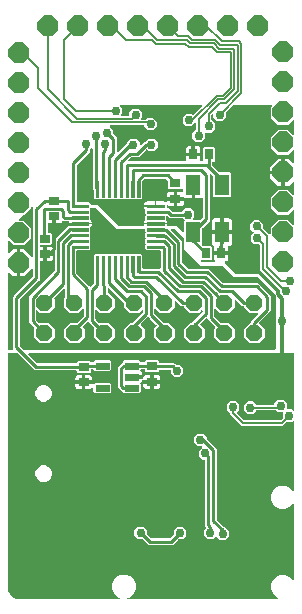
<source format=gbr>
G04 EAGLE Gerber RS-274X export*
G75*
%MOMM*%
%FSLAX34Y34*%
%LPD*%
%INBottom Copper*%
%IPPOS*%
%AMOC8*
5,1,8,0,0,1.08239X$1,22.5*%
G01*
%ADD10R,1.200000X1.800000*%
%ADD11R,0.700000X0.900000*%
%ADD12C,0.088500*%
%ADD13R,0.900000X0.700000*%
%ADD14P,1.539592X8X202.500000*%
%ADD15C,0.065000*%
%ADD16P,1.924489X8X22.500000*%
%ADD17P,1.924489X8X112.500000*%
%ADD18C,0.254000*%
%ADD19C,0.152400*%
%ADD20C,0.756400*%
%ADD21C,0.304800*%
%ADD22C,0.203200*%

G36*
X163784Y-287512D02*
X163784Y-287512D01*
X163881Y-287502D01*
X163904Y-287492D01*
X163930Y-287488D01*
X164016Y-287442D01*
X164105Y-287402D01*
X164125Y-287385D01*
X164148Y-287372D01*
X164215Y-287302D01*
X164286Y-287236D01*
X164299Y-287213D01*
X164317Y-287194D01*
X164358Y-287106D01*
X164405Y-287020D01*
X164410Y-286995D01*
X164421Y-286971D01*
X164431Y-286874D01*
X164449Y-286778D01*
X164445Y-286752D01*
X164448Y-286727D01*
X164427Y-286631D01*
X164413Y-286535D01*
X164401Y-286512D01*
X164395Y-286486D01*
X164346Y-286403D01*
X164301Y-286316D01*
X164283Y-286297D01*
X164269Y-286275D01*
X164195Y-286212D01*
X164126Y-286144D01*
X164097Y-286128D01*
X164082Y-286115D01*
X164052Y-286103D01*
X163979Y-286063D01*
X161698Y-285118D01*
X158874Y-282294D01*
X157345Y-278603D01*
X157345Y-274609D01*
X158874Y-270918D01*
X161698Y-268094D01*
X165389Y-266565D01*
X169383Y-266565D01*
X173074Y-268094D01*
X175898Y-270918D01*
X177427Y-274609D01*
X177427Y-278603D01*
X175898Y-282294D01*
X173074Y-285118D01*
X170793Y-286063D01*
X170710Y-286114D01*
X170624Y-286160D01*
X170606Y-286179D01*
X170584Y-286192D01*
X170522Y-286267D01*
X170455Y-286338D01*
X170444Y-286362D01*
X170427Y-286382D01*
X170392Y-286473D01*
X170351Y-286561D01*
X170348Y-286587D01*
X170339Y-286611D01*
X170335Y-286709D01*
X170324Y-286805D01*
X170330Y-286831D01*
X170329Y-286857D01*
X170356Y-286951D01*
X170377Y-287046D01*
X170390Y-287068D01*
X170397Y-287093D01*
X170453Y-287173D01*
X170503Y-287257D01*
X170523Y-287274D01*
X170537Y-287295D01*
X170616Y-287354D01*
X170690Y-287417D01*
X170714Y-287427D01*
X170735Y-287442D01*
X170827Y-287472D01*
X170918Y-287509D01*
X170950Y-287512D01*
X170969Y-287518D01*
X171002Y-287518D01*
X171084Y-287527D01*
X297440Y-287527D01*
X297536Y-287512D01*
X297633Y-287502D01*
X297657Y-287492D01*
X297683Y-287488D01*
X297769Y-287442D01*
X297858Y-287402D01*
X297877Y-287385D01*
X297900Y-287372D01*
X297968Y-287302D01*
X298039Y-287236D01*
X298052Y-287213D01*
X298070Y-287194D01*
X298111Y-287106D01*
X298158Y-287020D01*
X298162Y-286995D01*
X298173Y-286971D01*
X298184Y-286874D01*
X298201Y-286778D01*
X298198Y-286752D01*
X298201Y-286727D01*
X298180Y-286631D01*
X298166Y-286535D01*
X298154Y-286512D01*
X298148Y-286486D01*
X298098Y-286403D01*
X298054Y-286316D01*
X298035Y-286297D01*
X298022Y-286275D01*
X297948Y-286212D01*
X297879Y-286144D01*
X297850Y-286128D01*
X297835Y-286115D01*
X297805Y-286103D01*
X297732Y-286063D01*
X296064Y-285372D01*
X293240Y-282548D01*
X291711Y-278857D01*
X291711Y-274863D01*
X293240Y-271172D01*
X296064Y-268348D01*
X299755Y-266819D01*
X303749Y-266819D01*
X307440Y-268348D01*
X310358Y-271266D01*
X310416Y-271308D01*
X310468Y-271357D01*
X310515Y-271379D01*
X310557Y-271410D01*
X310626Y-271431D01*
X310691Y-271461D01*
X310743Y-271467D01*
X310793Y-271482D01*
X310864Y-271480D01*
X310935Y-271488D01*
X310986Y-271477D01*
X311038Y-271476D01*
X311106Y-271451D01*
X311176Y-271436D01*
X311221Y-271409D01*
X311269Y-271391D01*
X311325Y-271346D01*
X311387Y-271310D01*
X311421Y-271270D01*
X311461Y-271237D01*
X311500Y-271177D01*
X311547Y-271123D01*
X311566Y-271074D01*
X311594Y-271030D01*
X311612Y-270961D01*
X311639Y-270894D01*
X311647Y-270823D01*
X311655Y-270792D01*
X311653Y-270769D01*
X311657Y-270728D01*
X311657Y-207300D01*
X311646Y-207230D01*
X311644Y-207158D01*
X311626Y-207109D01*
X311618Y-207058D01*
X311584Y-206994D01*
X311559Y-206927D01*
X311527Y-206886D01*
X311502Y-206840D01*
X311450Y-206791D01*
X311406Y-206735D01*
X311362Y-206707D01*
X311324Y-206671D01*
X311259Y-206641D01*
X311199Y-206602D01*
X311148Y-206589D01*
X311101Y-206567D01*
X311030Y-206559D01*
X310960Y-206542D01*
X310908Y-206546D01*
X310857Y-206540D01*
X310786Y-206555D01*
X310715Y-206561D01*
X310667Y-206581D01*
X310616Y-206592D01*
X310555Y-206629D01*
X310489Y-206657D01*
X310433Y-206702D01*
X310405Y-206718D01*
X310390Y-206736D01*
X310358Y-206762D01*
X307440Y-209680D01*
X303749Y-211209D01*
X299755Y-211209D01*
X296064Y-209680D01*
X293240Y-206856D01*
X291711Y-203165D01*
X291711Y-199171D01*
X293240Y-195480D01*
X296064Y-192656D01*
X299755Y-191127D01*
X303749Y-191127D01*
X307440Y-192656D01*
X310358Y-195574D01*
X310416Y-195616D01*
X310468Y-195665D01*
X310515Y-195687D01*
X310557Y-195718D01*
X310626Y-195739D01*
X310691Y-195769D01*
X310743Y-195775D01*
X310793Y-195790D01*
X310864Y-195788D01*
X310935Y-195796D01*
X310986Y-195785D01*
X311038Y-195784D01*
X311106Y-195759D01*
X311176Y-195744D01*
X311221Y-195717D01*
X311269Y-195699D01*
X311325Y-195654D01*
X311387Y-195618D01*
X311421Y-195578D01*
X311461Y-195545D01*
X311500Y-195485D01*
X311547Y-195431D01*
X311566Y-195382D01*
X311594Y-195338D01*
X311612Y-195269D01*
X311639Y-195202D01*
X311647Y-195131D01*
X311655Y-195100D01*
X311653Y-195077D01*
X311657Y-195036D01*
X311657Y-136851D01*
X311646Y-136781D01*
X311644Y-136709D01*
X311626Y-136660D01*
X311618Y-136609D01*
X311584Y-136545D01*
X311559Y-136478D01*
X311527Y-136437D01*
X311502Y-136391D01*
X311450Y-136342D01*
X311406Y-136286D01*
X311362Y-136258D01*
X311324Y-136222D01*
X311259Y-136192D01*
X311199Y-136153D01*
X311148Y-136140D01*
X311101Y-136118D01*
X311030Y-136110D01*
X310960Y-136093D01*
X310908Y-136097D01*
X310857Y-136091D01*
X310786Y-136106D01*
X310715Y-136112D01*
X310667Y-136132D01*
X310616Y-136143D01*
X310555Y-136180D01*
X310489Y-136208D01*
X310433Y-136253D01*
X310405Y-136270D01*
X310390Y-136287D01*
X310358Y-136313D01*
X309489Y-137182D01*
X305533Y-137182D01*
X305443Y-137197D01*
X305352Y-137204D01*
X305323Y-137216D01*
X305291Y-137222D01*
X305210Y-137264D01*
X305126Y-137300D01*
X305094Y-137326D01*
X305073Y-137337D01*
X305051Y-137360D01*
X304995Y-137405D01*
X301888Y-140512D01*
X267580Y-140512D01*
X257552Y-130484D01*
X257541Y-130411D01*
X257533Y-130320D01*
X257521Y-130291D01*
X257516Y-130259D01*
X257473Y-130178D01*
X257437Y-130094D01*
X257411Y-130062D01*
X257400Y-130041D01*
X257377Y-130019D01*
X257332Y-129963D01*
X254535Y-127166D01*
X254535Y-122770D01*
X257644Y-119661D01*
X262040Y-119661D01*
X265149Y-122770D01*
X265149Y-127166D01*
X263464Y-128851D01*
X263452Y-128867D01*
X263436Y-128880D01*
X263380Y-128967D01*
X263320Y-129051D01*
X263314Y-129070D01*
X263303Y-129087D01*
X263278Y-129187D01*
X263248Y-129286D01*
X263248Y-129306D01*
X263243Y-129325D01*
X263251Y-129428D01*
X263254Y-129532D01*
X263261Y-129551D01*
X263263Y-129570D01*
X263303Y-129665D01*
X263339Y-129763D01*
X263351Y-129779D01*
X263359Y-129797D01*
X263464Y-129928D01*
X269251Y-135715D01*
X269325Y-135768D01*
X269395Y-135828D01*
X269425Y-135840D01*
X269451Y-135859D01*
X269538Y-135886D01*
X269623Y-135920D01*
X269664Y-135924D01*
X269686Y-135931D01*
X269718Y-135930D01*
X269790Y-135938D01*
X299678Y-135938D01*
X299769Y-135924D01*
X299859Y-135916D01*
X299889Y-135904D01*
X299921Y-135899D01*
X300002Y-135856D01*
X300086Y-135820D01*
X300118Y-135794D01*
X300139Y-135784D01*
X300161Y-135760D01*
X300217Y-135715D01*
X301761Y-134171D01*
X301814Y-134097D01*
X301874Y-134027D01*
X301886Y-133997D01*
X301905Y-133971D01*
X301932Y-133884D01*
X301966Y-133799D01*
X301970Y-133758D01*
X301977Y-133736D01*
X301976Y-133704D01*
X301984Y-133633D01*
X301984Y-129688D01*
X301981Y-129668D01*
X301983Y-129649D01*
X301961Y-129547D01*
X301944Y-129445D01*
X301935Y-129428D01*
X301931Y-129408D01*
X301878Y-129319D01*
X301829Y-129228D01*
X301815Y-129214D01*
X301805Y-129197D01*
X301726Y-129130D01*
X301651Y-129059D01*
X301633Y-129050D01*
X301618Y-129037D01*
X301522Y-128998D01*
X301428Y-128955D01*
X301408Y-128953D01*
X301390Y-128945D01*
X301223Y-128927D01*
X297854Y-128927D01*
X296595Y-127668D01*
X296521Y-127615D01*
X296451Y-127555D01*
X296421Y-127543D01*
X296395Y-127524D01*
X296308Y-127497D01*
X296223Y-127463D01*
X296182Y-127459D01*
X296160Y-127452D01*
X296128Y-127453D01*
X296056Y-127445D01*
X279853Y-127445D01*
X279763Y-127459D01*
X279672Y-127467D01*
X279643Y-127479D01*
X279611Y-127484D01*
X279530Y-127527D01*
X279446Y-127563D01*
X279414Y-127589D01*
X279393Y-127600D01*
X279371Y-127623D01*
X279315Y-127668D01*
X276518Y-130465D01*
X272122Y-130465D01*
X269013Y-127356D01*
X269013Y-122960D01*
X272122Y-119851D01*
X276518Y-119851D01*
X279315Y-122648D01*
X279389Y-122701D01*
X279459Y-122761D01*
X279489Y-122773D01*
X279515Y-122792D01*
X279602Y-122819D01*
X279687Y-122853D01*
X279728Y-122857D01*
X279750Y-122864D01*
X279782Y-122863D01*
X279853Y-122871D01*
X293984Y-122871D01*
X294004Y-122868D01*
X294023Y-122870D01*
X294125Y-122848D01*
X294227Y-122832D01*
X294244Y-122822D01*
X294264Y-122818D01*
X294353Y-122765D01*
X294444Y-122716D01*
X294458Y-122702D01*
X294475Y-122692D01*
X294542Y-122613D01*
X294613Y-122538D01*
X294622Y-122520D01*
X294635Y-122505D01*
X294674Y-122409D01*
X294717Y-122315D01*
X294719Y-122295D01*
X294727Y-122277D01*
X294745Y-122110D01*
X294745Y-121422D01*
X297854Y-118313D01*
X302250Y-118313D01*
X305359Y-121422D01*
X305359Y-125807D01*
X305362Y-125827D01*
X305360Y-125847D01*
X305382Y-125948D01*
X305398Y-126050D01*
X305408Y-126067D01*
X305412Y-126087D01*
X305465Y-126176D01*
X305513Y-126267D01*
X305528Y-126281D01*
X305538Y-126298D01*
X305617Y-126365D01*
X305692Y-126437D01*
X305710Y-126445D01*
X305725Y-126458D01*
X305821Y-126497D01*
X305915Y-126540D01*
X305935Y-126542D01*
X305953Y-126550D01*
X306120Y-126568D01*
X309489Y-126568D01*
X310358Y-127437D01*
X310416Y-127479D01*
X310468Y-127528D01*
X310515Y-127550D01*
X310557Y-127581D01*
X310626Y-127602D01*
X310691Y-127632D01*
X310743Y-127638D01*
X310793Y-127653D01*
X310864Y-127651D01*
X310935Y-127659D01*
X310986Y-127648D01*
X311038Y-127647D01*
X311106Y-127622D01*
X311176Y-127607D01*
X311221Y-127580D01*
X311269Y-127562D01*
X311325Y-127517D01*
X311387Y-127481D01*
X311421Y-127441D01*
X311461Y-127408D01*
X311500Y-127348D01*
X311547Y-127294D01*
X311566Y-127245D01*
X311594Y-127201D01*
X311612Y-127132D01*
X311639Y-127065D01*
X311647Y-126994D01*
X311655Y-126963D01*
X311653Y-126940D01*
X311657Y-126899D01*
X311657Y-79756D01*
X311654Y-79736D01*
X311656Y-79717D01*
X311634Y-79615D01*
X311618Y-79513D01*
X311608Y-79496D01*
X311604Y-79476D01*
X311551Y-79387D01*
X311502Y-79296D01*
X311488Y-79282D01*
X311478Y-79265D01*
X311399Y-79198D01*
X311324Y-79127D01*
X311306Y-79118D01*
X311291Y-79105D01*
X311195Y-79066D01*
X311101Y-79023D01*
X311081Y-79021D01*
X311063Y-79013D01*
X310896Y-78995D01*
X87286Y-78995D01*
X87215Y-79006D01*
X87143Y-79008D01*
X87094Y-79026D01*
X87043Y-79035D01*
X86980Y-79068D01*
X86912Y-79093D01*
X86872Y-79125D01*
X86826Y-79150D01*
X86776Y-79202D01*
X86720Y-79246D01*
X86692Y-79290D01*
X86656Y-79328D01*
X86626Y-79393D01*
X86587Y-79453D01*
X86574Y-79504D01*
X86553Y-79551D01*
X86545Y-79622D01*
X86527Y-79692D01*
X86531Y-79744D01*
X86525Y-79795D01*
X86541Y-79866D01*
X86546Y-79937D01*
X86567Y-79985D01*
X86578Y-80036D01*
X86615Y-80097D01*
X86643Y-80163D01*
X86687Y-80219D01*
X86704Y-80247D01*
X86722Y-80262D01*
X86747Y-80294D01*
X93859Y-87406D01*
X93933Y-87459D01*
X94003Y-87519D01*
X94033Y-87531D01*
X94059Y-87550D01*
X94146Y-87577D01*
X94231Y-87611D01*
X94272Y-87615D01*
X94294Y-87622D01*
X94326Y-87621D01*
X94398Y-87629D01*
X126564Y-87629D01*
X126584Y-87626D01*
X126603Y-87628D01*
X126705Y-87606D01*
X126807Y-87590D01*
X126824Y-87580D01*
X126844Y-87576D01*
X126933Y-87523D01*
X127024Y-87474D01*
X127038Y-87460D01*
X127055Y-87450D01*
X127122Y-87371D01*
X127194Y-87296D01*
X127202Y-87278D01*
X127215Y-87263D01*
X127254Y-87167D01*
X127297Y-87073D01*
X127299Y-87053D01*
X127307Y-87035D01*
X127325Y-86868D01*
X127325Y-86396D01*
X128218Y-85503D01*
X138482Y-85503D01*
X139521Y-86542D01*
X139595Y-86595D01*
X139664Y-86655D01*
X139694Y-86667D01*
X139720Y-86686D01*
X139807Y-86713D01*
X139892Y-86747D01*
X139933Y-86751D01*
X139955Y-86758D01*
X139988Y-86757D01*
X140059Y-86765D01*
X140658Y-86765D01*
X140678Y-86762D01*
X140697Y-86764D01*
X140799Y-86742D01*
X140901Y-86726D01*
X140918Y-86716D01*
X140938Y-86712D01*
X141027Y-86659D01*
X141118Y-86610D01*
X141132Y-86596D01*
X141149Y-86586D01*
X141216Y-86507D01*
X141288Y-86432D01*
X141296Y-86414D01*
X141309Y-86399D01*
X141343Y-86314D01*
X142572Y-85085D01*
X155416Y-85085D01*
X156569Y-86238D01*
X156569Y-92882D01*
X155416Y-94035D01*
X142572Y-94035D01*
X141355Y-92819D01*
X141313Y-92747D01*
X141264Y-92656D01*
X141250Y-92642D01*
X141240Y-92625D01*
X141161Y-92558D01*
X141086Y-92486D01*
X141068Y-92478D01*
X141053Y-92465D01*
X140957Y-92426D01*
X140863Y-92383D01*
X140843Y-92381D01*
X140825Y-92373D01*
X140658Y-92355D01*
X140136Y-92355D01*
X140116Y-92358D01*
X140097Y-92356D01*
X139995Y-92378D01*
X139893Y-92394D01*
X139876Y-92404D01*
X139856Y-92408D01*
X139767Y-92461D01*
X139676Y-92510D01*
X139662Y-92524D01*
X139645Y-92534D01*
X139578Y-92613D01*
X139506Y-92688D01*
X139498Y-92706D01*
X139485Y-92721D01*
X139446Y-92817D01*
X139403Y-92911D01*
X139401Y-92931D01*
X139393Y-92949D01*
X139375Y-93116D01*
X139375Y-94660D01*
X138482Y-95553D01*
X128218Y-95553D01*
X127325Y-94660D01*
X127325Y-93980D01*
X127322Y-93960D01*
X127324Y-93941D01*
X127302Y-93839D01*
X127286Y-93737D01*
X127276Y-93720D01*
X127272Y-93700D01*
X127219Y-93611D01*
X127170Y-93520D01*
X127156Y-93506D01*
X127146Y-93489D01*
X127067Y-93422D01*
X126992Y-93350D01*
X126974Y-93342D01*
X126959Y-93329D01*
X126863Y-93290D01*
X126769Y-93247D01*
X126749Y-93245D01*
X126731Y-93237D01*
X126564Y-93219D01*
X91767Y-93219D01*
X77766Y-79218D01*
X77692Y-79165D01*
X77623Y-79105D01*
X77593Y-79093D01*
X77566Y-79074D01*
X77479Y-79047D01*
X77395Y-79013D01*
X77354Y-79009D01*
X77331Y-79002D01*
X77299Y-79003D01*
X77228Y-78995D01*
X70104Y-78995D01*
X70084Y-78998D01*
X70065Y-78996D01*
X69963Y-79018D01*
X69861Y-79035D01*
X69844Y-79044D01*
X69824Y-79048D01*
X69735Y-79101D01*
X69644Y-79150D01*
X69630Y-79164D01*
X69613Y-79174D01*
X69546Y-79253D01*
X69474Y-79328D01*
X69466Y-79346D01*
X69453Y-79361D01*
X69414Y-79457D01*
X69371Y-79551D01*
X69369Y-79571D01*
X69361Y-79589D01*
X69343Y-79756D01*
X69343Y-278130D01*
X69347Y-278156D01*
X69346Y-278205D01*
X69512Y-279889D01*
X69520Y-279917D01*
X69520Y-279945D01*
X69567Y-280106D01*
X70856Y-283219D01*
X70891Y-283275D01*
X70916Y-283335D01*
X70968Y-283400D01*
X70986Y-283428D01*
X71001Y-283441D01*
X71021Y-283466D01*
X73404Y-285849D01*
X73457Y-285887D01*
X73504Y-285933D01*
X73577Y-285973D01*
X73604Y-285992D01*
X73622Y-285998D01*
X73651Y-286014D01*
X76764Y-287303D01*
X76791Y-287310D01*
X76816Y-287323D01*
X76981Y-287358D01*
X78665Y-287524D01*
X78692Y-287522D01*
X78740Y-287527D01*
X163688Y-287527D01*
X163784Y-287512D01*
G37*
G36*
X284425Y-12434D02*
X284425Y-12434D01*
X284497Y-12432D01*
X284546Y-12414D01*
X284597Y-12406D01*
X284660Y-12372D01*
X284728Y-12347D01*
X284768Y-12315D01*
X284814Y-12290D01*
X284864Y-12239D01*
X284920Y-12194D01*
X284948Y-12150D01*
X284984Y-12112D01*
X285014Y-12047D01*
X285053Y-11987D01*
X285065Y-11936D01*
X285087Y-11889D01*
X285095Y-11818D01*
X285113Y-11748D01*
X285109Y-11696D01*
X285115Y-11645D01*
X285099Y-11574D01*
X285094Y-11503D01*
X285073Y-11455D01*
X285062Y-11404D01*
X285025Y-11343D01*
X284997Y-11277D01*
X284953Y-11221D01*
X284936Y-11193D01*
X284918Y-11178D01*
X284893Y-11146D01*
X282727Y-8980D01*
X282727Y11866D01*
X282712Y11956D01*
X282705Y12047D01*
X282692Y12076D01*
X282687Y12108D01*
X282644Y12189D01*
X282608Y12273D01*
X282583Y12305D01*
X282572Y12326D01*
X282548Y12348D01*
X282504Y12404D01*
X282124Y12784D01*
X282050Y12837D01*
X281980Y12896D01*
X281950Y12908D01*
X281924Y12927D01*
X281837Y12954D01*
X281752Y12988D01*
X281711Y12993D01*
X281689Y13000D01*
X281657Y12999D01*
X281586Y13007D01*
X277989Y13007D01*
X274881Y16115D01*
X274881Y20511D01*
X277072Y22703D01*
X277083Y22719D01*
X277099Y22731D01*
X277155Y22819D01*
X277215Y22902D01*
X277221Y22921D01*
X277232Y22938D01*
X277257Y23039D01*
X277288Y23138D01*
X277287Y23157D01*
X277292Y23177D01*
X277284Y23280D01*
X277281Y23383D01*
X277275Y23402D01*
X277273Y23422D01*
X277233Y23517D01*
X277197Y23614D01*
X277184Y23630D01*
X277177Y23648D01*
X277072Y23779D01*
X274601Y26250D01*
X274601Y30646D01*
X277710Y33755D01*
X282106Y33755D01*
X285215Y30646D01*
X285215Y27558D01*
X285229Y27468D01*
X285237Y27377D01*
X285249Y27347D01*
X285254Y27315D01*
X285297Y27234D01*
X285333Y27150D01*
X285359Y27118D01*
X285370Y27098D01*
X285393Y27075D01*
X285438Y27019D01*
X289726Y22731D01*
X290546Y21911D01*
X290604Y21870D01*
X290656Y21820D01*
X290703Y21798D01*
X290745Y21768D01*
X290814Y21747D01*
X290879Y21717D01*
X290931Y21711D01*
X290981Y21695D01*
X291052Y21697D01*
X291123Y21689D01*
X291174Y21701D01*
X291226Y21702D01*
X291294Y21726D01*
X291364Y21742D01*
X291409Y21768D01*
X291457Y21786D01*
X291513Y21831D01*
X291575Y21868D01*
X291609Y21907D01*
X291649Y21940D01*
X291688Y22000D01*
X291735Y22055D01*
X291754Y22103D01*
X291782Y22147D01*
X291800Y22216D01*
X291827Y22283D01*
X291835Y22354D01*
X291843Y22385D01*
X291841Y22409D01*
X291845Y22450D01*
X291845Y27428D01*
X297946Y33529D01*
X306574Y33529D01*
X310358Y29745D01*
X310416Y29703D01*
X310468Y29654D01*
X310515Y29632D01*
X310557Y29601D01*
X310626Y29580D01*
X310691Y29550D01*
X310743Y29544D01*
X310793Y29529D01*
X310864Y29531D01*
X310935Y29523D01*
X310986Y29534D01*
X311038Y29535D01*
X311106Y29560D01*
X311176Y29575D01*
X311221Y29602D01*
X311269Y29620D01*
X311325Y29665D01*
X311387Y29701D01*
X311421Y29741D01*
X311461Y29774D01*
X311500Y29834D01*
X311547Y29888D01*
X311566Y29937D01*
X311594Y29980D01*
X311612Y30050D01*
X311639Y30116D01*
X311647Y30188D01*
X311655Y30219D01*
X311653Y30242D01*
X311657Y30283D01*
X311657Y41345D01*
X311646Y41416D01*
X311644Y41487D01*
X311626Y41536D01*
X311618Y41588D01*
X311584Y41651D01*
X311559Y41718D01*
X311527Y41759D01*
X311502Y41805D01*
X311450Y41854D01*
X311406Y41910D01*
X311362Y41938D01*
X311324Y41974D01*
X311259Y42005D01*
X311199Y42043D01*
X311148Y42056D01*
X311101Y42078D01*
X311030Y42086D01*
X310960Y42103D01*
X310908Y42099D01*
X310857Y42105D01*
X310786Y42090D01*
X310715Y42084D01*
X310667Y42064D01*
X310616Y42053D01*
X310555Y42016D01*
X310489Y41988D01*
X310433Y41943D01*
X310405Y41927D01*
X310390Y41909D01*
X310358Y41883D01*
X306574Y38099D01*
X297946Y38099D01*
X291845Y44200D01*
X291845Y52828D01*
X297946Y58929D01*
X306574Y58929D01*
X310358Y55145D01*
X310416Y55103D01*
X310468Y55054D01*
X310515Y55032D01*
X310557Y55001D01*
X310626Y54980D01*
X310691Y54950D01*
X310743Y54944D01*
X310793Y54929D01*
X310864Y54931D01*
X310935Y54923D01*
X310986Y54934D01*
X311038Y54935D01*
X311106Y54960D01*
X311176Y54975D01*
X311221Y55002D01*
X311269Y55020D01*
X311325Y55065D01*
X311387Y55101D01*
X311421Y55141D01*
X311461Y55174D01*
X311500Y55234D01*
X311547Y55288D01*
X311566Y55337D01*
X311594Y55380D01*
X311612Y55450D01*
X311639Y55516D01*
X311647Y55588D01*
X311655Y55619D01*
X311653Y55642D01*
X311657Y55683D01*
X311657Y65308D01*
X311646Y65379D01*
X311644Y65450D01*
X311626Y65499D01*
X311618Y65551D01*
X311584Y65614D01*
X311559Y65681D01*
X311527Y65722D01*
X311502Y65768D01*
X311450Y65817D01*
X311406Y65873D01*
X311362Y65902D01*
X311324Y65937D01*
X311259Y65968D01*
X311199Y66006D01*
X311148Y66019D01*
X311101Y66041D01*
X311030Y66049D01*
X310960Y66067D01*
X310908Y66062D01*
X310857Y66068D01*
X310786Y66053D01*
X310715Y66047D01*
X310667Y66027D01*
X310616Y66016D01*
X310555Y65979D01*
X310489Y65951D01*
X310433Y65906D01*
X310405Y65890D01*
X310390Y65872D01*
X310358Y65846D01*
X306995Y62483D01*
X303783Y62483D01*
X303783Y73152D01*
X303780Y73172D01*
X303782Y73191D01*
X303760Y73293D01*
X303743Y73395D01*
X303734Y73412D01*
X303730Y73432D01*
X303677Y73521D01*
X303628Y73612D01*
X303614Y73626D01*
X303604Y73643D01*
X303525Y73710D01*
X303450Y73781D01*
X303432Y73790D01*
X303417Y73803D01*
X303321Y73841D01*
X303227Y73885D01*
X303207Y73887D01*
X303189Y73895D01*
X303022Y73913D01*
X302259Y73913D01*
X302259Y73915D01*
X303022Y73915D01*
X303042Y73918D01*
X303061Y73916D01*
X303163Y73938D01*
X303265Y73955D01*
X303282Y73964D01*
X303302Y73968D01*
X303391Y74021D01*
X303482Y74070D01*
X303496Y74084D01*
X303513Y74094D01*
X303580Y74173D01*
X303651Y74248D01*
X303660Y74266D01*
X303673Y74281D01*
X303712Y74377D01*
X303755Y74471D01*
X303757Y74491D01*
X303765Y74509D01*
X303783Y74676D01*
X303783Y85345D01*
X306995Y85345D01*
X310358Y81982D01*
X310416Y81940D01*
X310468Y81891D01*
X310515Y81869D01*
X310557Y81838D01*
X310626Y81817D01*
X310691Y81787D01*
X310743Y81781D01*
X310793Y81766D01*
X310864Y81768D01*
X310935Y81760D01*
X310986Y81771D01*
X311038Y81772D01*
X311106Y81797D01*
X311176Y81812D01*
X311221Y81839D01*
X311269Y81857D01*
X311325Y81902D01*
X311387Y81938D01*
X311421Y81978D01*
X311461Y82010D01*
X311500Y82071D01*
X311547Y82125D01*
X311566Y82173D01*
X311594Y82217D01*
X311612Y82287D01*
X311639Y82353D01*
X311647Y82425D01*
X311655Y82456D01*
X311653Y82479D01*
X311657Y82520D01*
X311657Y92145D01*
X311646Y92216D01*
X311644Y92287D01*
X311626Y92336D01*
X311618Y92388D01*
X311584Y92451D01*
X311559Y92518D01*
X311527Y92559D01*
X311502Y92605D01*
X311450Y92654D01*
X311406Y92710D01*
X311362Y92738D01*
X311324Y92774D01*
X311259Y92805D01*
X311199Y92843D01*
X311148Y92856D01*
X311101Y92878D01*
X311030Y92886D01*
X310960Y92903D01*
X310908Y92899D01*
X310857Y92905D01*
X310786Y92890D01*
X310715Y92884D01*
X310667Y92864D01*
X310616Y92853D01*
X310555Y92816D01*
X310489Y92788D01*
X310433Y92743D01*
X310405Y92727D01*
X310390Y92709D01*
X310358Y92683D01*
X306574Y88899D01*
X297946Y88899D01*
X291845Y95000D01*
X291845Y103628D01*
X297946Y109729D01*
X306574Y109729D01*
X310358Y105945D01*
X310416Y105903D01*
X310468Y105854D01*
X310515Y105832D01*
X310557Y105801D01*
X310626Y105780D01*
X310691Y105750D01*
X310743Y105744D01*
X310793Y105729D01*
X310864Y105731D01*
X310935Y105723D01*
X310986Y105734D01*
X311038Y105735D01*
X311106Y105760D01*
X311176Y105775D01*
X311221Y105802D01*
X311269Y105820D01*
X311325Y105865D01*
X311387Y105901D01*
X311421Y105941D01*
X311461Y105974D01*
X311500Y106034D01*
X311547Y106088D01*
X311566Y106137D01*
X311594Y106180D01*
X311612Y106250D01*
X311639Y106316D01*
X311647Y106388D01*
X311655Y106419D01*
X311653Y106442D01*
X311657Y106483D01*
X311657Y117545D01*
X311646Y117616D01*
X311644Y117687D01*
X311626Y117736D01*
X311618Y117788D01*
X311584Y117851D01*
X311559Y117918D01*
X311527Y117959D01*
X311502Y118005D01*
X311450Y118054D01*
X311406Y118110D01*
X311362Y118138D01*
X311324Y118174D01*
X311259Y118205D01*
X311199Y118243D01*
X311148Y118256D01*
X311101Y118278D01*
X311030Y118286D01*
X310960Y118303D01*
X310908Y118299D01*
X310857Y118305D01*
X310786Y118290D01*
X310715Y118284D01*
X310667Y118264D01*
X310616Y118253D01*
X310555Y118216D01*
X310489Y118188D01*
X310433Y118143D01*
X310405Y118127D01*
X310390Y118109D01*
X310358Y118083D01*
X306574Y114299D01*
X297946Y114299D01*
X291845Y120400D01*
X291845Y129028D01*
X292835Y130018D01*
X292877Y130076D01*
X292926Y130128D01*
X292948Y130175D01*
X292979Y130217D01*
X293000Y130286D01*
X293030Y130351D01*
X293036Y130403D01*
X293051Y130453D01*
X293049Y130524D01*
X293057Y130595D01*
X293046Y130646D01*
X293045Y130698D01*
X293020Y130766D01*
X293005Y130836D01*
X292978Y130880D01*
X292960Y130929D01*
X292915Y130985D01*
X292879Y131047D01*
X292839Y131081D01*
X292806Y131121D01*
X292746Y131160D01*
X292692Y131207D01*
X292643Y131226D01*
X292600Y131254D01*
X292530Y131272D01*
X292464Y131299D01*
X292392Y131307D01*
X292361Y131315D01*
X292338Y131313D01*
X292297Y131317D01*
X260342Y131317D01*
X260252Y131302D01*
X260161Y131295D01*
X260132Y131283D01*
X260100Y131277D01*
X260019Y131235D01*
X259935Y131199D01*
X259903Y131173D01*
X259882Y131162D01*
X259860Y131139D01*
X259804Y131094D01*
X253942Y125232D01*
X253889Y125158D01*
X253829Y125088D01*
X253817Y125058D01*
X253798Y125032D01*
X253771Y124945D01*
X253737Y124860D01*
X253733Y124819D01*
X253726Y124797D01*
X253727Y124765D01*
X253719Y124693D01*
X253719Y120738D01*
X250610Y117629D01*
X246214Y117629D01*
X243105Y120738D01*
X243105Y122464D01*
X243094Y122535D01*
X243092Y122606D01*
X243074Y122655D01*
X243066Y122706D01*
X243032Y122770D01*
X243007Y122837D01*
X242975Y122878D01*
X242950Y122924D01*
X242898Y122973D01*
X242853Y123029D01*
X242810Y123057D01*
X242772Y123093D01*
X242707Y123123D01*
X242646Y123162D01*
X242596Y123175D01*
X242549Y123197D01*
X242478Y123205D01*
X242408Y123222D01*
X242356Y123218D01*
X242305Y123224D01*
X242234Y123208D01*
X242163Y123203D01*
X242115Y123183D01*
X242064Y123172D01*
X242002Y123135D01*
X241936Y123106D01*
X241881Y123062D01*
X241853Y123045D01*
X241838Y123028D01*
X241805Y123002D01*
X241777Y122973D01*
X241724Y122900D01*
X241665Y122830D01*
X241653Y122800D01*
X241634Y122774D01*
X241607Y122687D01*
X241573Y122602D01*
X241569Y122561D01*
X241562Y122539D01*
X241563Y122506D01*
X241555Y122435D01*
X241555Y118563D01*
X241569Y118473D01*
X241577Y118382D01*
X241589Y118353D01*
X241594Y118321D01*
X241637Y118240D01*
X241673Y118156D01*
X241699Y118124D01*
X241710Y118103D01*
X241733Y118081D01*
X241778Y118025D01*
X244575Y115228D01*
X244575Y110832D01*
X241466Y107723D01*
X236962Y107723D01*
X236905Y107750D01*
X236853Y107755D01*
X236804Y107771D01*
X236732Y107769D01*
X236661Y107777D01*
X236610Y107766D01*
X236558Y107764D01*
X236490Y107740D01*
X236420Y107725D01*
X236376Y107698D01*
X236327Y107680D01*
X236271Y107635D01*
X236209Y107598D01*
X236175Y107559D01*
X236135Y107526D01*
X236096Y107466D01*
X236049Y107411D01*
X236030Y107363D01*
X236002Y107320D01*
X235984Y107250D01*
X235957Y107183D01*
X235949Y107112D01*
X235941Y107081D01*
X235943Y107058D01*
X235939Y107017D01*
X235939Y102958D01*
X232830Y99849D01*
X228434Y99849D01*
X225325Y102958D01*
X225325Y107354D01*
X228122Y110151D01*
X228175Y110225D01*
X228235Y110295D01*
X228247Y110325D01*
X228266Y110351D01*
X228293Y110438D01*
X228327Y110523D01*
X228331Y110564D01*
X228338Y110586D01*
X228337Y110618D01*
X228345Y110689D01*
X228345Y114863D01*
X228334Y114933D01*
X228332Y115005D01*
X228314Y115054D01*
X228306Y115105D01*
X228272Y115169D01*
X228247Y115236D01*
X228215Y115277D01*
X228190Y115323D01*
X228138Y115372D01*
X228094Y115428D01*
X228050Y115456D01*
X228012Y115492D01*
X227947Y115522D01*
X227887Y115561D01*
X227836Y115574D01*
X227789Y115596D01*
X227718Y115604D01*
X227648Y115621D01*
X227596Y115617D01*
X227545Y115623D01*
X227474Y115608D01*
X227403Y115602D01*
X227355Y115582D01*
X227304Y115571D01*
X227243Y115534D01*
X227177Y115506D01*
X227121Y115461D01*
X227093Y115444D01*
X227078Y115427D01*
X227046Y115401D01*
X224702Y113057D01*
X220306Y113057D01*
X217197Y116166D01*
X217197Y120562D01*
X220306Y123671D01*
X224702Y123671D01*
X225498Y122875D01*
X225514Y122863D01*
X225527Y122847D01*
X225614Y122791D01*
X225698Y122731D01*
X225717Y122725D01*
X225734Y122714D01*
X225834Y122689D01*
X225933Y122659D01*
X225953Y122659D01*
X225972Y122654D01*
X226075Y122662D01*
X226179Y122665D01*
X226198Y122672D01*
X226217Y122674D01*
X226312Y122714D01*
X226410Y122750D01*
X226426Y122762D01*
X226444Y122770D01*
X226575Y122875D01*
X233718Y130018D01*
X233760Y130076D01*
X233809Y130128D01*
X233831Y130175D01*
X233861Y130217D01*
X233882Y130286D01*
X233913Y130351D01*
X233918Y130403D01*
X233934Y130453D01*
X233932Y130524D01*
X233940Y130595D01*
X233929Y130646D01*
X233927Y130698D01*
X233903Y130766D01*
X233887Y130836D01*
X233861Y130880D01*
X233843Y130929D01*
X233798Y130985D01*
X233761Y131047D01*
X233722Y131081D01*
X233689Y131121D01*
X233629Y131160D01*
X233574Y131207D01*
X233526Y131226D01*
X233482Y131254D01*
X233413Y131272D01*
X233346Y131299D01*
X233275Y131307D01*
X233244Y131315D01*
X233220Y131313D01*
X233180Y131317D01*
X164481Y131317D01*
X164411Y131306D01*
X164339Y131304D01*
X164290Y131286D01*
X164239Y131277D01*
X164175Y131244D01*
X164108Y131219D01*
X164067Y131187D01*
X164021Y131162D01*
X163972Y131110D01*
X163916Y131066D01*
X163888Y131022D01*
X163852Y130984D01*
X163822Y130919D01*
X163783Y130859D01*
X163770Y130808D01*
X163748Y130761D01*
X163740Y130690D01*
X163723Y130620D01*
X163727Y130568D01*
X163721Y130517D01*
X163736Y130446D01*
X163742Y130375D01*
X163762Y130327D01*
X163773Y130276D01*
X163810Y130215D01*
X163838Y130149D01*
X163883Y130093D01*
X163900Y130065D01*
X163917Y130050D01*
X163943Y130018D01*
X165835Y128126D01*
X165835Y123730D01*
X165297Y123192D01*
X165255Y123134D01*
X165206Y123082D01*
X165184Y123035D01*
X165154Y122993D01*
X165132Y122924D01*
X165102Y122859D01*
X165097Y122807D01*
X165081Y122757D01*
X165083Y122686D01*
X165075Y122615D01*
X165086Y122564D01*
X165088Y122512D01*
X165112Y122444D01*
X165127Y122374D01*
X165154Y122329D01*
X165172Y122281D01*
X165217Y122225D01*
X165254Y122163D01*
X165293Y122129D01*
X165326Y122089D01*
X165386Y122050D01*
X165441Y122003D01*
X165489Y121984D01*
X165533Y121956D01*
X165602Y121938D01*
X165669Y121911D01*
X165740Y121903D01*
X165771Y121895D01*
X165794Y121897D01*
X165835Y121893D01*
X171224Y121893D01*
X171244Y121896D01*
X171263Y121894D01*
X171365Y121916D01*
X171467Y121932D01*
X171484Y121942D01*
X171504Y121946D01*
X171593Y121999D01*
X171684Y122048D01*
X171698Y122062D01*
X171715Y122072D01*
X171782Y122151D01*
X171854Y122226D01*
X171862Y122244D01*
X171875Y122259D01*
X171914Y122355D01*
X171957Y122449D01*
X171959Y122469D01*
X171967Y122487D01*
X171985Y122654D01*
X171985Y124852D01*
X175094Y127961D01*
X179490Y127961D01*
X182599Y124852D01*
X182599Y120456D01*
X182061Y119918D01*
X182019Y119860D01*
X181970Y119808D01*
X181948Y119761D01*
X181918Y119719D01*
X181896Y119650D01*
X181866Y119585D01*
X181861Y119533D01*
X181845Y119483D01*
X181847Y119412D01*
X181839Y119341D01*
X181850Y119290D01*
X181852Y119238D01*
X181876Y119170D01*
X181891Y119100D01*
X181918Y119055D01*
X181936Y119007D01*
X181981Y118951D01*
X182018Y118889D01*
X182057Y118855D01*
X182090Y118815D01*
X182150Y118776D01*
X182205Y118729D01*
X182253Y118710D01*
X182297Y118682D01*
X182366Y118664D01*
X182433Y118637D01*
X182504Y118629D01*
X182535Y118621D01*
X182558Y118623D01*
X182599Y118619D01*
X185983Y118619D01*
X186073Y118633D01*
X186164Y118641D01*
X186193Y118653D01*
X186225Y118658D01*
X186306Y118701D01*
X186390Y118737D01*
X186422Y118763D01*
X186443Y118774D01*
X186465Y118797D01*
X186521Y118842D01*
X187794Y120115D01*
X192190Y120115D01*
X195299Y117006D01*
X195299Y112610D01*
X192190Y109501D01*
X187794Y109501D01*
X184685Y112610D01*
X184685Y113284D01*
X184682Y113304D01*
X184684Y113323D01*
X184662Y113425D01*
X184646Y113527D01*
X184636Y113544D01*
X184632Y113564D01*
X184579Y113653D01*
X184530Y113744D01*
X184516Y113758D01*
X184506Y113775D01*
X184427Y113842D01*
X184352Y113914D01*
X184334Y113922D01*
X184319Y113935D01*
X184223Y113974D01*
X184129Y114017D01*
X184109Y114019D01*
X184091Y114027D01*
X183924Y114045D01*
X156155Y114045D01*
X156085Y114034D01*
X156013Y114032D01*
X155964Y114014D01*
X155913Y114006D01*
X155849Y113972D01*
X155782Y113947D01*
X155741Y113915D01*
X155695Y113890D01*
X155646Y113838D01*
X155590Y113794D01*
X155562Y113750D01*
X155526Y113712D01*
X155496Y113647D01*
X155457Y113587D01*
X155444Y113536D01*
X155422Y113489D01*
X155414Y113418D01*
X155397Y113348D01*
X155401Y113296D01*
X155395Y113245D01*
X155410Y113174D01*
X155416Y113103D01*
X155436Y113055D01*
X155447Y113004D01*
X155484Y112943D01*
X155512Y112877D01*
X155557Y112821D01*
X155574Y112793D01*
X155591Y112778D01*
X155617Y112746D01*
X158469Y109894D01*
X158469Y106657D01*
X158483Y106567D01*
X158491Y106476D01*
X158503Y106446D01*
X158508Y106414D01*
X158551Y106334D01*
X158587Y106250D01*
X158613Y106218D01*
X158624Y106197D01*
X158647Y106175D01*
X158692Y106119D01*
X161291Y103520D01*
X161291Y92151D01*
X161302Y92080D01*
X161304Y92008D01*
X161322Y91959D01*
X161330Y91908D01*
X161364Y91845D01*
X161389Y91777D01*
X161421Y91737D01*
X161446Y91691D01*
X161498Y91641D01*
X161542Y91585D01*
X161586Y91557D01*
X161624Y91521D01*
X161689Y91491D01*
X161749Y91452D01*
X161800Y91440D01*
X161847Y91418D01*
X161918Y91410D01*
X161988Y91392D01*
X162040Y91396D01*
X162091Y91391D01*
X162162Y91406D01*
X162233Y91411D01*
X162281Y91432D01*
X162332Y91443D01*
X162393Y91480D01*
X162459Y91508D01*
X162515Y91553D01*
X162543Y91569D01*
X162558Y91587D01*
X162590Y91613D01*
X169984Y99007D01*
X170037Y99081D01*
X170097Y99150D01*
X170109Y99180D01*
X170128Y99206D01*
X170155Y99293D01*
X170189Y99378D01*
X170193Y99419D01*
X170200Y99441D01*
X170199Y99472D01*
X173316Y102589D01*
X177712Y102589D01*
X180821Y99480D01*
X180821Y97711D01*
X180832Y97640D01*
X180834Y97568D01*
X180852Y97519D01*
X180860Y97468D01*
X180894Y97405D01*
X180919Y97337D01*
X180951Y97297D01*
X180976Y97251D01*
X181028Y97201D01*
X181072Y97145D01*
X181116Y97117D01*
X181154Y97081D01*
X181219Y97051D01*
X181279Y97012D01*
X181330Y97000D01*
X181377Y96978D01*
X181448Y96970D01*
X181518Y96952D01*
X181570Y96956D01*
X181621Y96951D01*
X181692Y96966D01*
X181763Y96971D01*
X181811Y96992D01*
X181862Y97003D01*
X181923Y97040D01*
X181989Y97068D01*
X182045Y97113D01*
X182073Y97129D01*
X182088Y97147D01*
X182120Y97173D01*
X185024Y100077D01*
X185729Y100077D01*
X185819Y100091D01*
X185910Y100099D01*
X185939Y100111D01*
X185971Y100116D01*
X186052Y100159D01*
X186136Y100195D01*
X186168Y100221D01*
X186189Y100232D01*
X186211Y100255D01*
X186267Y100300D01*
X188556Y102589D01*
X192952Y102589D01*
X196061Y99480D01*
X196061Y95084D01*
X192952Y91975D01*
X188556Y91975D01*
X187230Y93301D01*
X187214Y93313D01*
X187201Y93328D01*
X187114Y93384D01*
X187030Y93445D01*
X187011Y93450D01*
X186995Y93461D01*
X186894Y93487D01*
X186795Y93517D01*
X186775Y93516D01*
X186756Y93521D01*
X186653Y93513D01*
X186549Y93511D01*
X186531Y93504D01*
X186511Y93502D01*
X186416Y93462D01*
X186318Y93426D01*
X186303Y93414D01*
X186284Y93406D01*
X186153Y93301D01*
X179974Y87121D01*
X173685Y87121D01*
X173595Y87107D01*
X173504Y87099D01*
X173474Y87087D01*
X173442Y87082D01*
X173362Y87039D01*
X173278Y87003D01*
X173245Y86977D01*
X173225Y86966D01*
X173203Y86943D01*
X173147Y86898D01*
X170861Y84612D01*
X170819Y84554D01*
X170769Y84502D01*
X170747Y84455D01*
X170717Y84413D01*
X170696Y84344D01*
X170666Y84279D01*
X170660Y84227D01*
X170645Y84177D01*
X170647Y84106D01*
X170639Y84035D01*
X170650Y83984D01*
X170651Y83932D01*
X170676Y83864D01*
X170691Y83794D01*
X170718Y83749D01*
X170736Y83701D01*
X170780Y83645D01*
X170817Y83583D01*
X170857Y83549D01*
X170889Y83509D01*
X170950Y83470D01*
X171004Y83423D01*
X171052Y83404D01*
X171096Y83376D01*
X171166Y83358D01*
X171232Y83331D01*
X171304Y83323D01*
X171335Y83315D01*
X171358Y83317D01*
X171399Y83313D01*
X219401Y83313D01*
X219517Y83332D01*
X219636Y83350D01*
X219640Y83352D01*
X219644Y83352D01*
X219748Y83408D01*
X219855Y83463D01*
X219857Y83466D01*
X219861Y83468D01*
X219943Y83554D01*
X220026Y83639D01*
X220028Y83643D01*
X220030Y83646D01*
X220081Y83754D01*
X220132Y83861D01*
X220132Y83865D01*
X220134Y83869D01*
X220147Y83987D01*
X220162Y84105D01*
X220161Y84110D01*
X220161Y84113D01*
X220158Y84127D01*
X220136Y84271D01*
X220123Y84320D01*
X220123Y87631D01*
X225402Y87631D01*
X225422Y87634D01*
X225441Y87632D01*
X225543Y87654D01*
X225645Y87671D01*
X225662Y87680D01*
X225682Y87684D01*
X225771Y87737D01*
X225862Y87786D01*
X225876Y87800D01*
X225893Y87810D01*
X225960Y87889D01*
X226031Y87964D01*
X226040Y87982D01*
X226053Y87997D01*
X226092Y88093D01*
X226135Y88187D01*
X226137Y88207D01*
X226145Y88225D01*
X226163Y88392D01*
X226163Y89155D01*
X226165Y89155D01*
X226165Y88392D01*
X226168Y88372D01*
X226166Y88353D01*
X226188Y88251D01*
X226205Y88149D01*
X226214Y88132D01*
X226218Y88112D01*
X226271Y88023D01*
X226320Y87932D01*
X226334Y87918D01*
X226344Y87901D01*
X226423Y87834D01*
X226498Y87763D01*
X226516Y87754D01*
X226531Y87741D01*
X226627Y87702D01*
X226721Y87659D01*
X226741Y87657D01*
X226759Y87649D01*
X226926Y87631D01*
X232205Y87631D01*
X232205Y84320D01*
X232192Y84271D01*
X232180Y84152D01*
X232167Y84035D01*
X232168Y84030D01*
X232167Y84026D01*
X232194Y83910D01*
X232219Y83794D01*
X232221Y83791D01*
X232222Y83787D01*
X232284Y83685D01*
X232345Y83583D01*
X232348Y83580D01*
X232351Y83577D01*
X232442Y83500D01*
X232532Y83423D01*
X232536Y83422D01*
X232539Y83419D01*
X232649Y83376D01*
X232760Y83331D01*
X232765Y83331D01*
X232768Y83329D01*
X232782Y83329D01*
X232927Y83313D01*
X233378Y83313D01*
X233398Y83316D01*
X233417Y83314D01*
X233519Y83336D01*
X233621Y83352D01*
X233638Y83362D01*
X233658Y83366D01*
X233747Y83419D01*
X233838Y83468D01*
X233852Y83482D01*
X233869Y83492D01*
X233936Y83571D01*
X234008Y83646D01*
X234016Y83664D01*
X234029Y83679D01*
X234068Y83775D01*
X234111Y83869D01*
X234113Y83889D01*
X234121Y83907D01*
X234139Y84074D01*
X234139Y94286D01*
X235032Y95179D01*
X243296Y95179D01*
X244189Y94286D01*
X244189Y84022D01*
X243296Y83129D01*
X242720Y83129D01*
X242700Y83126D01*
X242681Y83128D01*
X242579Y83106D01*
X242477Y83090D01*
X242460Y83080D01*
X242440Y83076D01*
X242351Y83023D01*
X242260Y82974D01*
X242246Y82960D01*
X242229Y82950D01*
X242162Y82871D01*
X242090Y82796D01*
X242082Y82778D01*
X242069Y82763D01*
X242030Y82667D01*
X241987Y82573D01*
X241985Y82553D01*
X241977Y82535D01*
X241959Y82368D01*
X241959Y80059D01*
X241973Y79969D01*
X241981Y79878D01*
X241993Y79848D01*
X241998Y79816D01*
X242041Y79736D01*
X242077Y79652D01*
X242103Y79620D01*
X242114Y79599D01*
X242137Y79577D01*
X242182Y79521D01*
X247521Y74182D01*
X247595Y74129D01*
X247664Y74069D01*
X247694Y74057D01*
X247720Y74038D01*
X247807Y74011D01*
X247892Y73977D01*
X247933Y73973D01*
X247955Y73966D01*
X247988Y73967D01*
X248059Y73959D01*
X256884Y73959D01*
X257777Y73066D01*
X257777Y53802D01*
X256884Y52909D01*
X243620Y52909D01*
X242727Y53802D01*
X242727Y70755D01*
X242713Y70845D01*
X242705Y70936D01*
X242693Y70966D01*
X242688Y70998D01*
X242645Y71078D01*
X242609Y71162D01*
X242583Y71195D01*
X242572Y71215D01*
X242549Y71237D01*
X242504Y71293D01*
X241268Y72529D01*
X241210Y72571D01*
X241158Y72621D01*
X241111Y72643D01*
X241069Y72673D01*
X241000Y72694D01*
X240935Y72724D01*
X240883Y72730D01*
X240833Y72745D01*
X240762Y72743D01*
X240691Y72751D01*
X240640Y72740D01*
X240588Y72739D01*
X240520Y72714D01*
X240450Y72699D01*
X240405Y72672D01*
X240357Y72654D01*
X240301Y72610D01*
X240239Y72573D01*
X240205Y72533D01*
X240165Y72501D01*
X240126Y72440D01*
X240079Y72386D01*
X240060Y72338D01*
X240032Y72294D01*
X240014Y72224D01*
X239987Y72158D01*
X239979Y72087D01*
X239971Y72055D01*
X239973Y72032D01*
X239969Y71991D01*
X239969Y33198D01*
X234000Y27229D01*
X233947Y27155D01*
X233887Y27086D01*
X233875Y27056D01*
X233856Y27030D01*
X233829Y26943D01*
X233795Y26858D01*
X233791Y26817D01*
X233784Y26795D01*
X233785Y26762D01*
X233777Y26691D01*
X233777Y13802D01*
X233712Y13737D01*
X233700Y13721D01*
X233684Y13709D01*
X233628Y13622D01*
X233568Y13538D01*
X233562Y13519D01*
X233551Y13502D01*
X233526Y13402D01*
X233496Y13303D01*
X233496Y13283D01*
X233491Y13263D01*
X233499Y13160D01*
X233502Y13057D01*
X233509Y13038D01*
X233510Y13018D01*
X233551Y12923D01*
X233587Y12826D01*
X233599Y12810D01*
X233607Y12792D01*
X233712Y12661D01*
X234537Y11836D01*
X234611Y11783D01*
X234680Y11723D01*
X234710Y11711D01*
X234736Y11692D01*
X234823Y11665D01*
X234908Y11631D01*
X234949Y11627D01*
X234971Y11620D01*
X235004Y11621D01*
X235075Y11613D01*
X240964Y11613D01*
X241857Y10720D01*
X241857Y456D01*
X240964Y-437D01*
X233354Y-437D01*
X233283Y-448D01*
X233212Y-450D01*
X233163Y-468D01*
X233111Y-476D01*
X233048Y-510D01*
X232981Y-535D01*
X232940Y-567D01*
X232894Y-592D01*
X232845Y-643D01*
X232789Y-688D01*
X232760Y-732D01*
X232724Y-770D01*
X232694Y-835D01*
X232656Y-895D01*
X232643Y-946D01*
X232621Y-993D01*
X232613Y-1064D01*
X232595Y-1134D01*
X232600Y-1186D01*
X232594Y-1237D01*
X232609Y-1308D01*
X232615Y-1379D01*
X232635Y-1427D01*
X232646Y-1478D01*
X232683Y-1539D01*
X232711Y-1605D01*
X232756Y-1661D01*
X232772Y-1689D01*
X232790Y-1704D01*
X232816Y-1736D01*
X232888Y-1808D01*
X232962Y-1861D01*
X233031Y-1921D01*
X233061Y-1933D01*
X233087Y-1952D01*
X233174Y-1979D01*
X233259Y-2013D01*
X233300Y-2017D01*
X233323Y-2024D01*
X233355Y-2023D01*
X233426Y-2031D01*
X244020Y-2031D01*
X244091Y-2020D01*
X244163Y-2018D01*
X244212Y-2000D01*
X244263Y-1992D01*
X244326Y-1958D01*
X244394Y-1933D01*
X244434Y-1901D01*
X244480Y-1876D01*
X244530Y-1825D01*
X244586Y-1780D01*
X244614Y-1736D01*
X244650Y-1698D01*
X244680Y-1633D01*
X244719Y-1573D01*
X244731Y-1522D01*
X244753Y-1475D01*
X244761Y-1404D01*
X244779Y-1334D01*
X244775Y-1282D01*
X244781Y-1231D01*
X244765Y-1160D01*
X244760Y-1089D01*
X244739Y-1041D01*
X244728Y-990D01*
X244691Y-929D01*
X244663Y-863D01*
X244619Y-807D01*
X244602Y-779D01*
X244584Y-764D01*
X244559Y-732D01*
X244299Y-472D01*
X243964Y107D01*
X243791Y754D01*
X243791Y4065D01*
X249070Y4065D01*
X249090Y4068D01*
X249109Y4066D01*
X249211Y4088D01*
X249313Y4105D01*
X249330Y4114D01*
X249350Y4118D01*
X249439Y4171D01*
X249530Y4220D01*
X249544Y4234D01*
X249561Y4244D01*
X249628Y4323D01*
X249699Y4398D01*
X249708Y4416D01*
X249721Y4431D01*
X249760Y4527D01*
X249803Y4621D01*
X249805Y4641D01*
X249813Y4659D01*
X249831Y4826D01*
X249831Y5589D01*
X249833Y5589D01*
X249833Y4826D01*
X249836Y4806D01*
X249834Y4787D01*
X249856Y4685D01*
X249873Y4583D01*
X249882Y4566D01*
X249886Y4546D01*
X249939Y4457D01*
X249988Y4366D01*
X250002Y4352D01*
X250012Y4335D01*
X250091Y4268D01*
X250166Y4197D01*
X250184Y4188D01*
X250199Y4175D01*
X250295Y4136D01*
X250389Y4093D01*
X250409Y4091D01*
X250427Y4083D01*
X250594Y4065D01*
X255873Y4065D01*
X255873Y754D01*
X255700Y107D01*
X255365Y-472D01*
X254892Y-945D01*
X254313Y-1280D01*
X253666Y-1453D01*
X253420Y-1453D01*
X253349Y-1464D01*
X253278Y-1466D01*
X253229Y-1484D01*
X253177Y-1492D01*
X253114Y-1526D01*
X253047Y-1551D01*
X253006Y-1583D01*
X252960Y-1608D01*
X252911Y-1659D01*
X252855Y-1704D01*
X252826Y-1748D01*
X252790Y-1786D01*
X252760Y-1851D01*
X252722Y-1911D01*
X252709Y-1962D01*
X252687Y-2009D01*
X252679Y-2080D01*
X252661Y-2150D01*
X252666Y-2202D01*
X252660Y-2253D01*
X252675Y-2324D01*
X252681Y-2395D01*
X252701Y-2443D01*
X252712Y-2494D01*
X252749Y-2555D01*
X252777Y-2621D01*
X252822Y-2677D01*
X252838Y-2705D01*
X252856Y-2720D01*
X252882Y-2752D01*
X262352Y-12222D01*
X262426Y-12275D01*
X262495Y-12335D01*
X262525Y-12347D01*
X262551Y-12366D01*
X262638Y-12393D01*
X262723Y-12427D01*
X262764Y-12431D01*
X262787Y-12438D01*
X262819Y-12437D01*
X262890Y-12445D01*
X284354Y-12445D01*
X284425Y-12434D01*
G37*
G36*
X295168Y-76196D02*
X295168Y-76196D01*
X295187Y-76198D01*
X295289Y-76176D01*
X295391Y-76160D01*
X295408Y-76150D01*
X295428Y-76146D01*
X295517Y-76093D01*
X295608Y-76044D01*
X295622Y-76030D01*
X295639Y-76020D01*
X295706Y-75941D01*
X295778Y-75866D01*
X295786Y-75848D01*
X295799Y-75833D01*
X295838Y-75737D01*
X295881Y-75643D01*
X295883Y-75623D01*
X295891Y-75605D01*
X295909Y-75438D01*
X295909Y-30226D01*
X295895Y-30136D01*
X295887Y-30045D01*
X295875Y-30015D01*
X295870Y-29983D01*
X295827Y-29903D01*
X295791Y-29819D01*
X295765Y-29787D01*
X295754Y-29766D01*
X295731Y-29744D01*
X295686Y-29688D01*
X280954Y-14956D01*
X280880Y-14903D01*
X280811Y-14843D01*
X280781Y-14831D01*
X280755Y-14812D01*
X280668Y-14785D01*
X280583Y-14751D01*
X280542Y-14747D01*
X280519Y-14740D01*
X280487Y-14741D01*
X280416Y-14733D01*
X260919Y-14733D01*
X251744Y-5558D01*
X251670Y-5505D01*
X251601Y-5445D01*
X251571Y-5433D01*
X251545Y-5414D01*
X251458Y-5387D01*
X251373Y-5353D01*
X251332Y-5349D01*
X251309Y-5342D01*
X251277Y-5343D01*
X251206Y-5335D01*
X232725Y-5335D01*
X218693Y8697D01*
X218693Y18034D01*
X218679Y18124D01*
X218671Y18215D01*
X218659Y18245D01*
X218654Y18277D01*
X218611Y18357D01*
X218575Y18441D01*
X218549Y18473D01*
X218538Y18494D01*
X218515Y18516D01*
X218470Y18572D01*
X210850Y26192D01*
X210776Y26245D01*
X210707Y26305D01*
X210677Y26317D01*
X210651Y26336D01*
X210564Y26363D01*
X210479Y26397D01*
X210438Y26401D01*
X210415Y26408D01*
X210383Y26407D01*
X210312Y26415D01*
X208081Y26415D01*
X208010Y26404D01*
X207938Y26402D01*
X207889Y26384D01*
X207838Y26376D01*
X207775Y26342D01*
X207707Y26317D01*
X207666Y26285D01*
X207620Y26260D01*
X207571Y26209D01*
X207515Y26164D01*
X207487Y26120D01*
X207451Y26082D01*
X207421Y26017D01*
X207382Y25957D01*
X207369Y25906D01*
X207347Y25859D01*
X207340Y25788D01*
X207322Y25718D01*
X207326Y25666D01*
X207320Y25615D01*
X207336Y25544D01*
X207341Y25473D01*
X207362Y25425D01*
X207373Y25374D01*
X207409Y25313D01*
X207438Y25247D01*
X207482Y25191D01*
X207499Y25163D01*
X207517Y25148D01*
X207542Y25116D01*
X216409Y16249D01*
X216409Y-1764D01*
X216423Y-1854D01*
X216431Y-1945D01*
X216443Y-1975D01*
X216448Y-2007D01*
X216491Y-2088D01*
X216527Y-2172D01*
X216553Y-2204D01*
X216564Y-2224D01*
X216587Y-2247D01*
X216632Y-2303D01*
X221725Y-7396D01*
X221799Y-7449D01*
X221869Y-7509D01*
X221899Y-7521D01*
X221925Y-7540D01*
X222012Y-7567D01*
X222097Y-7601D01*
X222138Y-7605D01*
X222160Y-7612D01*
X222192Y-7611D01*
X222264Y-7619D01*
X239070Y-7619D01*
X251039Y-19588D01*
X251113Y-19641D01*
X251183Y-19701D01*
X251213Y-19713D01*
X251239Y-19732D01*
X251326Y-19759D01*
X251411Y-19793D01*
X251452Y-19797D01*
X251474Y-19804D01*
X251506Y-19803D01*
X251578Y-19811D01*
X280851Y-19811D01*
X291593Y-30553D01*
X291593Y-43361D01*
X282072Y-52881D01*
X282061Y-52898D01*
X282045Y-52910D01*
X281989Y-52997D01*
X281929Y-53081D01*
X281923Y-53100D01*
X281912Y-53117D01*
X281887Y-53218D01*
X281856Y-53316D01*
X281857Y-53336D01*
X281852Y-53356D01*
X281860Y-53458D01*
X281863Y-53562D01*
X281870Y-53581D01*
X281871Y-53601D01*
X281911Y-53695D01*
X281947Y-53793D01*
X281960Y-53809D01*
X281967Y-53827D01*
X282072Y-53958D01*
X286513Y-58399D01*
X286513Y-65553D01*
X281453Y-70613D01*
X274299Y-70613D01*
X269239Y-65553D01*
X269239Y-58399D01*
X274299Y-53339D01*
X274320Y-53339D01*
X274340Y-53336D01*
X274359Y-53338D01*
X274461Y-53316D01*
X274563Y-53300D01*
X274580Y-53290D01*
X274600Y-53286D01*
X274689Y-53233D01*
X274780Y-53184D01*
X274794Y-53170D01*
X274811Y-53160D01*
X274878Y-53081D01*
X274950Y-53006D01*
X274958Y-52988D01*
X274971Y-52973D01*
X275010Y-52877D01*
X275053Y-52783D01*
X275055Y-52763D01*
X275063Y-52745D01*
X275081Y-52578D01*
X275081Y-51968D01*
X280537Y-46512D01*
X280578Y-46454D01*
X280628Y-46402D01*
X280650Y-46355D01*
X280680Y-46313D01*
X280701Y-46244D01*
X280731Y-46179D01*
X280737Y-46127D01*
X280753Y-46077D01*
X280751Y-46006D01*
X280759Y-45935D01*
X280748Y-45884D01*
X280746Y-45832D01*
X280722Y-45764D01*
X280706Y-45694D01*
X280680Y-45649D01*
X280662Y-45601D01*
X280617Y-45545D01*
X280580Y-45483D01*
X280541Y-45449D01*
X280508Y-45409D01*
X280448Y-45370D01*
X280393Y-45323D01*
X280345Y-45304D01*
X280301Y-45276D01*
X280232Y-45258D01*
X280165Y-45231D01*
X280094Y-45223D01*
X280063Y-45215D01*
X280039Y-45217D01*
X279998Y-45213D01*
X274299Y-45213D01*
X269239Y-40153D01*
X269239Y-40132D01*
X269236Y-40112D01*
X269238Y-40093D01*
X269216Y-39991D01*
X269200Y-39889D01*
X269190Y-39872D01*
X269186Y-39852D01*
X269133Y-39763D01*
X269084Y-39672D01*
X269070Y-39658D01*
X269060Y-39641D01*
X268981Y-39574D01*
X268906Y-39502D01*
X268888Y-39494D01*
X268873Y-39481D01*
X268777Y-39442D01*
X268683Y-39399D01*
X268663Y-39397D01*
X268645Y-39389D01*
X268478Y-39371D01*
X267614Y-39371D01*
X265754Y-37511D01*
X262412Y-34169D01*
X262354Y-34128D01*
X262302Y-34078D01*
X262255Y-34056D01*
X262213Y-34026D01*
X262144Y-34005D01*
X262079Y-33975D01*
X262027Y-33969D01*
X261977Y-33953D01*
X261906Y-33955D01*
X261835Y-33947D01*
X261784Y-33958D01*
X261732Y-33960D01*
X261664Y-33984D01*
X261594Y-34000D01*
X261550Y-34026D01*
X261501Y-34044D01*
X261445Y-34089D01*
X261383Y-34126D01*
X261349Y-34165D01*
X261309Y-34198D01*
X261270Y-34258D01*
X261223Y-34313D01*
X261204Y-34361D01*
X261176Y-34405D01*
X261158Y-34474D01*
X261131Y-34541D01*
X261123Y-34612D01*
X261115Y-34643D01*
X261117Y-34667D01*
X261113Y-34708D01*
X261113Y-40153D01*
X256053Y-45213D01*
X248899Y-45213D01*
X245140Y-41454D01*
X245082Y-41413D01*
X245030Y-41363D01*
X244983Y-41341D01*
X244941Y-41311D01*
X244872Y-41290D01*
X244807Y-41260D01*
X244755Y-41254D01*
X244705Y-41239D01*
X244634Y-41240D01*
X244563Y-41232D01*
X244512Y-41244D01*
X244460Y-41245D01*
X244392Y-41270D01*
X244322Y-41285D01*
X244277Y-41311D01*
X244229Y-41329D01*
X244173Y-41374D01*
X244111Y-41411D01*
X244077Y-41450D01*
X244037Y-41483D01*
X243998Y-41543D01*
X243951Y-41598D01*
X243932Y-41646D01*
X243904Y-41690D01*
X243886Y-41759D01*
X243859Y-41826D01*
X243851Y-41897D01*
X243843Y-41928D01*
X243845Y-41952D01*
X243841Y-41993D01*
X243841Y-47484D01*
X243855Y-47574D01*
X243863Y-47665D01*
X243875Y-47695D01*
X243880Y-47727D01*
X243923Y-47808D01*
X243959Y-47892D01*
X243985Y-47924D01*
X243996Y-47944D01*
X244019Y-47967D01*
X244064Y-48023D01*
X249157Y-53116D01*
X249231Y-53169D01*
X249301Y-53229D01*
X249331Y-53241D01*
X249357Y-53260D01*
X249444Y-53287D01*
X249529Y-53321D01*
X249570Y-53325D01*
X249592Y-53332D01*
X249624Y-53331D01*
X249696Y-53339D01*
X256053Y-53339D01*
X261113Y-58399D01*
X261113Y-65553D01*
X256053Y-70613D01*
X248899Y-70613D01*
X243839Y-65553D01*
X243839Y-58399D01*
X244649Y-57589D01*
X244660Y-57573D01*
X244676Y-57560D01*
X244732Y-57473D01*
X244792Y-57389D01*
X244798Y-57370D01*
X244809Y-57353D01*
X244834Y-57253D01*
X244865Y-57154D01*
X244864Y-57134D01*
X244869Y-57115D01*
X244861Y-57012D01*
X244858Y-56908D01*
X244851Y-56889D01*
X244850Y-56870D01*
X244810Y-56775D01*
X244774Y-56677D01*
X244761Y-56662D01*
X244754Y-56643D01*
X244649Y-56512D01*
X240111Y-51975D01*
X238251Y-50115D01*
X238251Y-50026D01*
X238240Y-49955D01*
X238238Y-49884D01*
X238220Y-49835D01*
X238212Y-49783D01*
X238178Y-49720D01*
X238153Y-49653D01*
X238121Y-49612D01*
X238096Y-49566D01*
X238045Y-49517D01*
X238000Y-49461D01*
X237956Y-49432D01*
X237918Y-49397D01*
X237853Y-49366D01*
X237793Y-49328D01*
X237742Y-49315D01*
X237695Y-49293D01*
X237624Y-49285D01*
X237554Y-49268D01*
X237502Y-49272D01*
X237451Y-49266D01*
X237380Y-49281D01*
X237309Y-49287D01*
X237261Y-49307D01*
X237210Y-49318D01*
X237149Y-49355D01*
X237083Y-49383D01*
X237027Y-49428D01*
X236999Y-49444D01*
X236984Y-49462D01*
X236952Y-49488D01*
X232415Y-54024D01*
X232404Y-54041D01*
X232388Y-54053D01*
X232332Y-54140D01*
X232272Y-54224D01*
X232266Y-54243D01*
X232255Y-54260D01*
X232230Y-54360D01*
X232199Y-54459D01*
X232200Y-54479D01*
X232195Y-54498D01*
X232203Y-54601D01*
X232206Y-54705D01*
X232213Y-54724D01*
X232214Y-54744D01*
X232254Y-54838D01*
X232290Y-54936D01*
X232303Y-54952D01*
X232310Y-54970D01*
X232415Y-55101D01*
X235713Y-58399D01*
X235713Y-65553D01*
X230653Y-70613D01*
X223499Y-70613D01*
X218439Y-65553D01*
X218439Y-58399D01*
X223499Y-53339D01*
X224880Y-53339D01*
X224970Y-53325D01*
X225061Y-53317D01*
X225091Y-53305D01*
X225123Y-53300D01*
X225204Y-53257D01*
X225288Y-53221D01*
X225320Y-53195D01*
X225340Y-53184D01*
X225363Y-53161D01*
X225419Y-53116D01*
X233964Y-44571D01*
X234017Y-44497D01*
X234077Y-44427D01*
X234089Y-44397D01*
X234108Y-44371D01*
X234135Y-44284D01*
X234169Y-44199D01*
X234173Y-44158D01*
X234180Y-44136D01*
X234179Y-44104D01*
X234187Y-44032D01*
X234187Y-43517D01*
X234176Y-43446D01*
X234174Y-43374D01*
X234156Y-43325D01*
X234148Y-43274D01*
X234114Y-43211D01*
X234089Y-43143D01*
X234057Y-43103D01*
X234032Y-43057D01*
X233980Y-43007D01*
X233936Y-42951D01*
X233892Y-42923D01*
X233854Y-42887D01*
X233789Y-42857D01*
X233729Y-42818D01*
X233678Y-42806D01*
X233631Y-42784D01*
X233560Y-42776D01*
X233490Y-42758D01*
X233438Y-42762D01*
X233387Y-42756D01*
X233316Y-42772D01*
X233245Y-42777D01*
X233197Y-42798D01*
X233146Y-42809D01*
X233085Y-42846D01*
X233019Y-42874D01*
X232963Y-42918D01*
X232935Y-42935D01*
X232920Y-42953D01*
X232888Y-42978D01*
X230653Y-45213D01*
X223499Y-45213D01*
X218439Y-40153D01*
X218439Y-40132D01*
X218436Y-40112D01*
X218438Y-40093D01*
X218416Y-39991D01*
X218400Y-39889D01*
X218390Y-39872D01*
X218386Y-39852D01*
X218333Y-39763D01*
X218284Y-39672D01*
X218270Y-39658D01*
X218260Y-39641D01*
X218181Y-39574D01*
X218106Y-39502D01*
X218088Y-39494D01*
X218073Y-39481D01*
X217977Y-39442D01*
X217883Y-39399D01*
X217863Y-39397D01*
X217845Y-39389D01*
X217678Y-39371D01*
X216012Y-39371D01*
X214152Y-37511D01*
X211612Y-34971D01*
X211554Y-34929D01*
X211502Y-34879D01*
X211455Y-34857D01*
X211413Y-34827D01*
X211344Y-34806D01*
X211279Y-34776D01*
X211227Y-34770D01*
X211177Y-34755D01*
X211106Y-34757D01*
X211035Y-34749D01*
X210984Y-34760D01*
X210932Y-34761D01*
X210864Y-34786D01*
X210794Y-34801D01*
X210749Y-34828D01*
X210701Y-34846D01*
X210645Y-34890D01*
X210583Y-34927D01*
X210549Y-34967D01*
X210509Y-34999D01*
X210470Y-35060D01*
X210423Y-35114D01*
X210404Y-35162D01*
X210376Y-35206D01*
X210358Y-35276D01*
X210331Y-35342D01*
X210323Y-35414D01*
X210315Y-35445D01*
X210317Y-35468D01*
X210313Y-35509D01*
X210313Y-40153D01*
X205253Y-45213D01*
X198099Y-45213D01*
X194594Y-41708D01*
X194536Y-41667D01*
X194484Y-41617D01*
X194437Y-41595D01*
X194395Y-41565D01*
X194326Y-41544D01*
X194261Y-41514D01*
X194209Y-41508D01*
X194159Y-41493D01*
X194088Y-41494D01*
X194017Y-41486D01*
X193966Y-41498D01*
X193914Y-41499D01*
X193846Y-41524D01*
X193776Y-41539D01*
X193731Y-41565D01*
X193683Y-41583D01*
X193627Y-41628D01*
X193565Y-41665D01*
X193531Y-41704D01*
X193491Y-41737D01*
X193452Y-41797D01*
X193405Y-41852D01*
X193386Y-41900D01*
X193358Y-41944D01*
X193340Y-42013D01*
X193313Y-42080D01*
X193305Y-42151D01*
X193297Y-42182D01*
X193299Y-42206D01*
X193295Y-42247D01*
X193295Y-45452D01*
X193309Y-45542D01*
X193317Y-45633D01*
X193329Y-45663D01*
X193334Y-45695D01*
X193377Y-45776D01*
X193413Y-45860D01*
X193439Y-45892D01*
X193450Y-45912D01*
X193473Y-45935D01*
X193518Y-45991D01*
X200643Y-53116D01*
X200717Y-53169D01*
X200787Y-53229D01*
X200817Y-53241D01*
X200843Y-53260D01*
X200930Y-53287D01*
X201015Y-53321D01*
X201056Y-53325D01*
X201078Y-53332D01*
X201110Y-53331D01*
X201182Y-53339D01*
X205253Y-53339D01*
X210313Y-58399D01*
X210313Y-65553D01*
X205253Y-70613D01*
X198099Y-70613D01*
X193039Y-65553D01*
X193039Y-58399D01*
X194992Y-56446D01*
X195003Y-56430D01*
X195019Y-56417D01*
X195075Y-56330D01*
X195135Y-56246D01*
X195141Y-56227D01*
X195152Y-56210D01*
X195177Y-56110D01*
X195208Y-56011D01*
X195207Y-55991D01*
X195212Y-55972D01*
X195204Y-55869D01*
X195201Y-55765D01*
X195194Y-55746D01*
X195193Y-55727D01*
X195153Y-55632D01*
X195117Y-55534D01*
X195104Y-55519D01*
X195097Y-55500D01*
X194992Y-55369D01*
X189565Y-49943D01*
X188296Y-48674D01*
X188280Y-48662D01*
X188268Y-48647D01*
X188180Y-48591D01*
X188097Y-48530D01*
X188078Y-48525D01*
X188061Y-48514D01*
X187960Y-48488D01*
X187861Y-48458D01*
X187842Y-48459D01*
X187822Y-48454D01*
X187719Y-48462D01*
X187616Y-48464D01*
X187597Y-48471D01*
X187577Y-48473D01*
X187482Y-48513D01*
X187385Y-48549D01*
X187369Y-48561D01*
X187351Y-48569D01*
X187220Y-48674D01*
X181742Y-54151D01*
X181731Y-54168D01*
X181715Y-54180D01*
X181659Y-54267D01*
X181599Y-54351D01*
X181593Y-54370D01*
X181582Y-54387D01*
X181557Y-54487D01*
X181526Y-54586D01*
X181527Y-54606D01*
X181522Y-54625D01*
X181530Y-54728D01*
X181533Y-54832D01*
X181540Y-54851D01*
X181541Y-54871D01*
X181581Y-54966D01*
X181617Y-55063D01*
X181630Y-55079D01*
X181637Y-55097D01*
X181742Y-55228D01*
X184913Y-58399D01*
X184913Y-65553D01*
X179853Y-70613D01*
X172699Y-70613D01*
X167639Y-65553D01*
X167639Y-58399D01*
X172699Y-53339D01*
X174334Y-53339D01*
X174424Y-53325D01*
X174515Y-53317D01*
X174545Y-53305D01*
X174577Y-53300D01*
X174658Y-53257D01*
X174742Y-53221D01*
X174774Y-53195D01*
X174794Y-53184D01*
X174817Y-53161D01*
X174873Y-53116D01*
X183418Y-44571D01*
X183471Y-44497D01*
X183531Y-44427D01*
X183543Y-44397D01*
X183562Y-44371D01*
X183589Y-44284D01*
X183623Y-44199D01*
X183627Y-44158D01*
X183634Y-44136D01*
X183633Y-44104D01*
X183641Y-44032D01*
X183641Y-43263D01*
X183630Y-43192D01*
X183628Y-43120D01*
X183610Y-43071D01*
X183602Y-43020D01*
X183568Y-42957D01*
X183543Y-42889D01*
X183511Y-42849D01*
X183486Y-42803D01*
X183434Y-42753D01*
X183390Y-42697D01*
X183346Y-42669D01*
X183308Y-42633D01*
X183243Y-42603D01*
X183183Y-42564D01*
X183132Y-42552D01*
X183085Y-42530D01*
X183014Y-42522D01*
X182944Y-42504D01*
X182892Y-42508D01*
X182841Y-42502D01*
X182770Y-42518D01*
X182699Y-42523D01*
X182651Y-42544D01*
X182600Y-42555D01*
X182539Y-42592D01*
X182473Y-42620D01*
X182417Y-42664D01*
X182389Y-42681D01*
X182374Y-42699D01*
X182342Y-42724D01*
X179853Y-45213D01*
X172699Y-45213D01*
X167639Y-40153D01*
X167639Y-37033D01*
X167625Y-36943D01*
X167617Y-36852D01*
X167605Y-36822D01*
X167600Y-36790D01*
X167557Y-36709D01*
X167521Y-36626D01*
X167495Y-36593D01*
X167484Y-36573D01*
X167461Y-36551D01*
X167416Y-36495D01*
X154970Y-24049D01*
X154912Y-24007D01*
X154860Y-23957D01*
X154813Y-23935D01*
X154771Y-23905D01*
X154702Y-23884D01*
X154637Y-23854D01*
X154585Y-23848D01*
X154535Y-23833D01*
X154464Y-23835D01*
X154393Y-23827D01*
X154342Y-23838D01*
X154290Y-23839D01*
X154222Y-23864D01*
X154152Y-23879D01*
X154108Y-23906D01*
X154059Y-23924D01*
X154003Y-23968D01*
X153941Y-24005D01*
X153907Y-24045D01*
X153867Y-24077D01*
X153828Y-24138D01*
X153781Y-24192D01*
X153762Y-24240D01*
X153734Y-24284D01*
X153716Y-24354D01*
X153689Y-24420D01*
X153681Y-24492D01*
X153673Y-24523D01*
X153675Y-24546D01*
X153671Y-24587D01*
X153671Y-27178D01*
X153674Y-27198D01*
X153672Y-27217D01*
X153694Y-27319D01*
X153710Y-27421D01*
X153720Y-27438D01*
X153724Y-27458D01*
X153777Y-27547D01*
X153826Y-27638D01*
X153840Y-27652D01*
X153850Y-27669D01*
X153929Y-27736D01*
X154004Y-27808D01*
X154022Y-27816D01*
X154037Y-27829D01*
X154133Y-27868D01*
X154227Y-27911D01*
X154247Y-27913D01*
X154265Y-27921D01*
X154432Y-27939D01*
X154453Y-27939D01*
X159513Y-32999D01*
X159513Y-40153D01*
X154453Y-45213D01*
X147299Y-45213D01*
X144556Y-42470D01*
X144498Y-42429D01*
X144446Y-42379D01*
X144399Y-42357D01*
X144357Y-42327D01*
X144288Y-42306D01*
X144223Y-42276D01*
X144171Y-42270D01*
X144121Y-42255D01*
X144050Y-42256D01*
X143979Y-42248D01*
X143928Y-42260D01*
X143876Y-42261D01*
X143808Y-42286D01*
X143738Y-42301D01*
X143693Y-42327D01*
X143645Y-42345D01*
X143589Y-42390D01*
X143527Y-42427D01*
X143493Y-42466D01*
X143453Y-42499D01*
X143414Y-42559D01*
X143367Y-42614D01*
X143348Y-42662D01*
X143320Y-42706D01*
X143302Y-42775D01*
X143275Y-42842D01*
X143267Y-42913D01*
X143259Y-42944D01*
X143261Y-42968D01*
X143257Y-43009D01*
X143257Y-50089D01*
X143271Y-50179D01*
X143279Y-50270D01*
X143291Y-50300D01*
X143296Y-50332D01*
X143339Y-50412D01*
X143375Y-50496D01*
X143401Y-50529D01*
X143412Y-50549D01*
X143435Y-50571D01*
X143480Y-50627D01*
X146207Y-53354D01*
X146223Y-53366D01*
X146235Y-53382D01*
X146323Y-53438D01*
X146407Y-53498D01*
X146426Y-53504D01*
X146442Y-53515D01*
X146543Y-53540D01*
X146642Y-53570D01*
X146662Y-53570D01*
X146681Y-53575D01*
X146784Y-53567D01*
X146887Y-53564D01*
X146906Y-53557D01*
X146926Y-53556D01*
X147021Y-53515D01*
X147119Y-53480D01*
X147134Y-53467D01*
X147152Y-53459D01*
X147283Y-53354D01*
X147299Y-53339D01*
X154453Y-53339D01*
X159513Y-58399D01*
X159513Y-65553D01*
X154453Y-70613D01*
X147299Y-70613D01*
X142239Y-65553D01*
X142239Y-58399D01*
X142254Y-58383D01*
X142266Y-58367D01*
X142282Y-58355D01*
X142338Y-58267D01*
X142398Y-58184D01*
X142404Y-58165D01*
X142415Y-58148D01*
X142440Y-58047D01*
X142470Y-57949D01*
X142470Y-57929D01*
X142475Y-57909D01*
X142467Y-57806D01*
X142464Y-57703D01*
X142457Y-57684D01*
X142456Y-57664D01*
X142415Y-57569D01*
X142380Y-57472D01*
X142367Y-57456D01*
X142359Y-57438D01*
X142254Y-57307D01*
X137591Y-52643D01*
X137575Y-52632D01*
X137562Y-52616D01*
X137475Y-52560D01*
X137391Y-52500D01*
X137372Y-52494D01*
X137355Y-52483D01*
X137255Y-52458D01*
X137156Y-52427D01*
X137136Y-52428D01*
X137117Y-52423D01*
X137014Y-52431D01*
X136910Y-52434D01*
X136891Y-52441D01*
X136872Y-52442D01*
X136777Y-52483D01*
X136679Y-52518D01*
X136664Y-52531D01*
X136645Y-52538D01*
X136514Y-52643D01*
X132974Y-56183D01*
X132963Y-56200D01*
X132947Y-56212D01*
X132891Y-56299D01*
X132831Y-56383D01*
X132825Y-56402D01*
X132814Y-56419D01*
X132789Y-56519D01*
X132758Y-56618D01*
X132759Y-56638D01*
X132754Y-56657D01*
X132762Y-56760D01*
X132765Y-56864D01*
X132772Y-56883D01*
X132773Y-56903D01*
X132813Y-56998D01*
X132849Y-57095D01*
X132862Y-57111D01*
X132869Y-57129D01*
X132974Y-57260D01*
X134113Y-58399D01*
X134113Y-65553D01*
X129053Y-70613D01*
X121899Y-70613D01*
X116839Y-65553D01*
X116839Y-58399D01*
X121899Y-53339D01*
X127598Y-53339D01*
X127688Y-53325D01*
X127779Y-53317D01*
X127809Y-53305D01*
X127841Y-53300D01*
X127922Y-53257D01*
X128006Y-53221D01*
X128038Y-53195D01*
X128058Y-53184D01*
X128081Y-53161D01*
X128137Y-53116D01*
X133380Y-47873D01*
X133433Y-47799D01*
X133493Y-47729D01*
X133505Y-47699D01*
X133524Y-47673D01*
X133551Y-47586D01*
X133585Y-47501D01*
X133589Y-47460D01*
X133596Y-47438D01*
X133595Y-47406D01*
X133603Y-47334D01*
X133603Y-42501D01*
X133592Y-42430D01*
X133590Y-42358D01*
X133572Y-42309D01*
X133564Y-42258D01*
X133530Y-42195D01*
X133505Y-42127D01*
X133473Y-42087D01*
X133448Y-42041D01*
X133396Y-41991D01*
X133352Y-41935D01*
X133308Y-41907D01*
X133270Y-41871D01*
X133205Y-41841D01*
X133145Y-41802D01*
X133094Y-41790D01*
X133047Y-41768D01*
X132976Y-41760D01*
X132906Y-41742D01*
X132854Y-41746D01*
X132803Y-41740D01*
X132732Y-41756D01*
X132661Y-41761D01*
X132613Y-41782D01*
X132562Y-41793D01*
X132501Y-41830D01*
X132435Y-41858D01*
X132379Y-41902D01*
X132351Y-41919D01*
X132336Y-41937D01*
X132304Y-41962D01*
X129053Y-45213D01*
X121899Y-45213D01*
X116839Y-40153D01*
X116839Y-32999D01*
X117124Y-32714D01*
X117177Y-32640D01*
X117237Y-32570D01*
X117249Y-32540D01*
X117268Y-32514D01*
X117295Y-32427D01*
X117329Y-32342D01*
X117333Y-32301D01*
X117340Y-32279D01*
X117339Y-32247D01*
X117347Y-32175D01*
X117347Y-25095D01*
X117336Y-25024D01*
X117334Y-24952D01*
X117316Y-24903D01*
X117308Y-24852D01*
X117274Y-24789D01*
X117249Y-24721D01*
X117217Y-24681D01*
X117192Y-24635D01*
X117141Y-24585D01*
X117096Y-24529D01*
X117052Y-24501D01*
X117014Y-24465D01*
X116949Y-24435D01*
X116889Y-24396D01*
X116838Y-24384D01*
X116791Y-24362D01*
X116720Y-24354D01*
X116650Y-24336D01*
X116598Y-24340D01*
X116547Y-24335D01*
X116476Y-24350D01*
X116405Y-24355D01*
X116357Y-24376D01*
X116306Y-24387D01*
X116245Y-24424D01*
X116179Y-24452D01*
X116123Y-24497D01*
X116095Y-24513D01*
X116080Y-24531D01*
X116048Y-24557D01*
X108698Y-31907D01*
X108686Y-31923D01*
X108670Y-31935D01*
X108614Y-32023D01*
X108554Y-32107D01*
X108548Y-32125D01*
X108537Y-32142D01*
X108512Y-32243D01*
X108482Y-32342D01*
X108482Y-32362D01*
X108477Y-32381D01*
X108485Y-32484D01*
X108488Y-32588D01*
X108495Y-32606D01*
X108496Y-32626D01*
X108537Y-32721D01*
X108572Y-32819D01*
X108585Y-32834D01*
X108593Y-32852D01*
X108698Y-32983D01*
X108713Y-32999D01*
X108713Y-40153D01*
X103653Y-45213D01*
X96499Y-45213D01*
X94264Y-42978D01*
X94206Y-42937D01*
X94154Y-42887D01*
X94107Y-42865D01*
X94065Y-42835D01*
X93996Y-42814D01*
X93931Y-42784D01*
X93879Y-42778D01*
X93829Y-42763D01*
X93758Y-42764D01*
X93687Y-42756D01*
X93636Y-42768D01*
X93584Y-42769D01*
X93516Y-42794D01*
X93446Y-42809D01*
X93401Y-42835D01*
X93353Y-42853D01*
X93297Y-42898D01*
X93235Y-42935D01*
X93201Y-42974D01*
X93161Y-43007D01*
X93122Y-43067D01*
X93075Y-43122D01*
X93056Y-43170D01*
X93028Y-43214D01*
X93010Y-43283D01*
X92983Y-43350D01*
X92975Y-43421D01*
X92967Y-43452D01*
X92969Y-43476D01*
X92965Y-43517D01*
X92965Y-50597D01*
X92979Y-50687D01*
X92987Y-50778D01*
X92999Y-50808D01*
X93004Y-50840D01*
X93047Y-50920D01*
X93083Y-51004D01*
X93109Y-51036D01*
X93120Y-51057D01*
X93143Y-51079D01*
X93188Y-51135D01*
X95407Y-53354D01*
X95423Y-53366D01*
X95435Y-53382D01*
X95523Y-53438D01*
X95607Y-53498D01*
X95626Y-53504D01*
X95642Y-53515D01*
X95743Y-53540D01*
X95842Y-53570D01*
X95862Y-53570D01*
X95881Y-53575D01*
X95984Y-53567D01*
X96088Y-53564D01*
X96106Y-53557D01*
X96126Y-53556D01*
X96221Y-53515D01*
X96319Y-53480D01*
X96334Y-53467D01*
X96352Y-53459D01*
X96483Y-53354D01*
X96499Y-53339D01*
X103653Y-53339D01*
X108713Y-58399D01*
X108713Y-65553D01*
X103653Y-70613D01*
X96499Y-70613D01*
X91439Y-65553D01*
X91439Y-58399D01*
X91454Y-58383D01*
X91466Y-58367D01*
X91482Y-58355D01*
X91538Y-58268D01*
X91598Y-58184D01*
X91604Y-58165D01*
X91615Y-58148D01*
X91640Y-58048D01*
X91670Y-57949D01*
X91670Y-57929D01*
X91675Y-57909D01*
X91667Y-57806D01*
X91664Y-57703D01*
X91657Y-57684D01*
X91656Y-57664D01*
X91615Y-57569D01*
X91580Y-57472D01*
X91567Y-57456D01*
X91559Y-57438D01*
X91454Y-57307D01*
X87375Y-53228D01*
X87375Y-30846D01*
X108996Y-9225D01*
X109049Y-9151D01*
X109109Y-9082D01*
X109121Y-9052D01*
X109140Y-9026D01*
X109166Y-8939D01*
X109201Y-8854D01*
X109205Y-8813D01*
X109212Y-8791D01*
X109211Y-8758D01*
X109219Y-8687D01*
X109219Y17250D01*
X111079Y19110D01*
X120451Y28482D01*
X120491Y28537D01*
X120538Y28586D01*
X120562Y28637D01*
X120595Y28682D01*
X120615Y28747D01*
X120644Y28808D01*
X120651Y28864D01*
X120667Y28917D01*
X120666Y28985D01*
X120674Y29052D01*
X120662Y29130D01*
X120661Y29163D01*
X120654Y29183D01*
X120648Y29218D01*
X120615Y29342D01*
X120615Y29933D01*
X130356Y29933D01*
X140097Y29933D01*
X140097Y29342D01*
X139901Y28613D01*
X139524Y27959D01*
X139304Y27739D01*
X139251Y27665D01*
X139191Y27596D01*
X139179Y27565D01*
X139160Y27539D01*
X139133Y27452D01*
X139099Y27367D01*
X139095Y27326D01*
X139088Y27304D01*
X139089Y27272D01*
X139081Y27201D01*
X139081Y23953D01*
X138860Y23732D01*
X138849Y23716D01*
X138833Y23704D01*
X138777Y23616D01*
X138717Y23533D01*
X138711Y23514D01*
X138700Y23497D01*
X138675Y23396D01*
X138644Y23297D01*
X138645Y23277D01*
X138640Y23258D01*
X138648Y23155D01*
X138651Y23052D01*
X138658Y23033D01*
X138659Y23013D01*
X138699Y22918D01*
X138735Y22821D01*
X138748Y22805D01*
X138755Y22787D01*
X138860Y22656D01*
X139081Y22435D01*
X139081Y18953D01*
X138860Y18732D01*
X138849Y18716D01*
X138833Y18704D01*
X138805Y18659D01*
X138771Y18624D01*
X138750Y18578D01*
X138717Y18533D01*
X138711Y18514D01*
X138700Y18497D01*
X138686Y18442D01*
X138667Y18401D01*
X138662Y18355D01*
X138644Y18297D01*
X138645Y18277D01*
X138640Y18258D01*
X138645Y18198D01*
X138640Y18156D01*
X138649Y18115D01*
X138651Y18052D01*
X138658Y18033D01*
X138659Y18013D01*
X138684Y17955D01*
X138692Y17916D01*
X138713Y17882D01*
X138735Y17821D01*
X138748Y17805D01*
X138755Y17787D01*
X138811Y17717D01*
X138818Y17705D01*
X138826Y17698D01*
X138860Y17656D01*
X139081Y17435D01*
X139081Y13953D01*
X138860Y13732D01*
X138849Y13716D01*
X138833Y13704D01*
X138777Y13616D01*
X138717Y13533D01*
X138711Y13514D01*
X138700Y13497D01*
X138675Y13396D01*
X138644Y13297D01*
X138645Y13277D01*
X138640Y13258D01*
X138648Y13155D01*
X138651Y13052D01*
X138658Y13033D01*
X138659Y13013D01*
X138699Y12918D01*
X138735Y12821D01*
X138748Y12805D01*
X138755Y12787D01*
X138860Y12656D01*
X139081Y12435D01*
X139081Y8953D01*
X137997Y7869D01*
X127762Y7869D01*
X127742Y7866D01*
X127723Y7868D01*
X127621Y7846D01*
X127519Y7830D01*
X127502Y7820D01*
X127482Y7816D01*
X127393Y7763D01*
X127302Y7714D01*
X127288Y7700D01*
X127271Y7690D01*
X127204Y7611D01*
X127132Y7536D01*
X127124Y7518D01*
X127111Y7503D01*
X127072Y7407D01*
X127029Y7313D01*
X127027Y7293D01*
X127019Y7275D01*
X127001Y7108D01*
X127001Y-10934D01*
X127015Y-11024D01*
X127023Y-11115D01*
X127035Y-11145D01*
X127040Y-11177D01*
X127083Y-11257D01*
X127119Y-11341D01*
X127145Y-11373D01*
X127156Y-11394D01*
X127179Y-11416D01*
X127224Y-11472D01*
X138273Y-22521D01*
X138289Y-22533D01*
X138301Y-22548D01*
X138389Y-22604D01*
X138472Y-22665D01*
X138491Y-22670D01*
X138508Y-22681D01*
X138609Y-22707D01*
X138708Y-22737D01*
X138728Y-22736D01*
X138747Y-22741D01*
X138850Y-22733D01*
X138953Y-22731D01*
X138972Y-22724D01*
X138992Y-22722D01*
X139087Y-22682D01*
X139184Y-22646D01*
X139200Y-22634D01*
X139218Y-22626D01*
X139349Y-22521D01*
X139527Y-22343D01*
X141788Y-20082D01*
X141841Y-20008D01*
X141901Y-19939D01*
X141913Y-19909D01*
X141932Y-19882D01*
X141959Y-19795D01*
X141993Y-19711D01*
X141997Y-19670D01*
X142004Y-19647D01*
X142003Y-19615D01*
X142011Y-19544D01*
X142011Y-11742D01*
X141996Y-11652D01*
X141989Y-11561D01*
X141981Y-11542D01*
X141981Y3885D01*
X143065Y4969D01*
X146547Y4969D01*
X146768Y4748D01*
X146784Y4737D01*
X146796Y4721D01*
X146883Y4665D01*
X146967Y4605D01*
X146986Y4599D01*
X147003Y4588D01*
X147104Y4563D01*
X147202Y4532D01*
X147222Y4533D01*
X147242Y4528D01*
X147345Y4536D01*
X147448Y4539D01*
X147467Y4546D01*
X147487Y4547D01*
X147582Y4587D01*
X147679Y4623D01*
X147695Y4636D01*
X147713Y4643D01*
X147844Y4748D01*
X148065Y4969D01*
X151547Y4969D01*
X151768Y4748D01*
X151784Y4737D01*
X151796Y4721D01*
X151884Y4665D01*
X151967Y4605D01*
X151986Y4599D01*
X152003Y4588D01*
X152104Y4563D01*
X152203Y4532D01*
X152223Y4533D01*
X152242Y4528D01*
X152345Y4536D01*
X152448Y4539D01*
X152467Y4546D01*
X152487Y4547D01*
X152582Y4587D01*
X152679Y4623D01*
X152695Y4636D01*
X152713Y4643D01*
X152844Y4748D01*
X153065Y4969D01*
X156547Y4969D01*
X156768Y4748D01*
X156784Y4737D01*
X156796Y4721D01*
X156884Y4665D01*
X156967Y4605D01*
X156986Y4599D01*
X157003Y4588D01*
X157104Y4563D01*
X157203Y4532D01*
X157223Y4533D01*
X157242Y4528D01*
X157345Y4536D01*
X157448Y4539D01*
X157467Y4546D01*
X157487Y4547D01*
X157582Y4587D01*
X157679Y4623D01*
X157695Y4636D01*
X157713Y4643D01*
X157844Y4748D01*
X158065Y4969D01*
X161547Y4969D01*
X161768Y4748D01*
X161784Y4737D01*
X161796Y4721D01*
X161884Y4665D01*
X161967Y4605D01*
X161986Y4599D01*
X162003Y4588D01*
X162104Y4563D01*
X162203Y4532D01*
X162223Y4533D01*
X162242Y4528D01*
X162345Y4536D01*
X162448Y4539D01*
X162467Y4546D01*
X162487Y4547D01*
X162582Y4587D01*
X162679Y4623D01*
X162695Y4636D01*
X162713Y4643D01*
X162844Y4748D01*
X163065Y4969D01*
X166547Y4969D01*
X166768Y4748D01*
X166784Y4737D01*
X166796Y4721D01*
X166884Y4665D01*
X166967Y4605D01*
X166986Y4599D01*
X167003Y4588D01*
X167104Y4563D01*
X167203Y4532D01*
X167223Y4533D01*
X167242Y4528D01*
X167345Y4536D01*
X167448Y4539D01*
X167467Y4546D01*
X167487Y4547D01*
X167582Y4587D01*
X167679Y4623D01*
X167695Y4636D01*
X167713Y4643D01*
X167844Y4748D01*
X168065Y4969D01*
X171547Y4969D01*
X171768Y4748D01*
X171784Y4737D01*
X171796Y4721D01*
X171884Y4665D01*
X171967Y4605D01*
X171986Y4599D01*
X172003Y4588D01*
X172104Y4563D01*
X172203Y4532D01*
X172223Y4533D01*
X172242Y4528D01*
X172345Y4536D01*
X172448Y4539D01*
X172467Y4546D01*
X172487Y4547D01*
X172582Y4587D01*
X172679Y4623D01*
X172695Y4636D01*
X172713Y4643D01*
X172844Y4748D01*
X173065Y4969D01*
X176547Y4969D01*
X176768Y4748D01*
X176784Y4737D01*
X176796Y4721D01*
X176884Y4665D01*
X176967Y4605D01*
X176986Y4599D01*
X177003Y4588D01*
X177104Y4563D01*
X177203Y4532D01*
X177223Y4533D01*
X177242Y4528D01*
X177345Y4536D01*
X177448Y4539D01*
X177467Y4546D01*
X177487Y4547D01*
X177582Y4587D01*
X177679Y4623D01*
X177695Y4636D01*
X177713Y4643D01*
X177844Y4748D01*
X178065Y4969D01*
X181547Y4969D01*
X182631Y3885D01*
X182631Y-6638D01*
X182634Y-6658D01*
X182632Y-6677D01*
X182654Y-6779D01*
X182670Y-6881D01*
X182680Y-6898D01*
X182684Y-6918D01*
X182737Y-7007D01*
X182786Y-7098D01*
X182800Y-7112D01*
X182810Y-7129D01*
X182889Y-7196D01*
X182964Y-7268D01*
X182982Y-7276D01*
X182997Y-7289D01*
X183093Y-7328D01*
X183187Y-7371D01*
X183207Y-7373D01*
X183225Y-7381D01*
X183392Y-7399D01*
X197866Y-7399D01*
X197886Y-7396D01*
X197905Y-7398D01*
X198007Y-7376D01*
X198109Y-7360D01*
X198126Y-7350D01*
X198146Y-7346D01*
X198235Y-7293D01*
X198326Y-7244D01*
X198340Y-7230D01*
X198357Y-7220D01*
X198424Y-7141D01*
X198496Y-7066D01*
X198504Y-7048D01*
X198517Y-7033D01*
X198556Y-6937D01*
X198599Y-6843D01*
X198601Y-6823D01*
X198609Y-6805D01*
X198627Y-6638D01*
X198627Y7108D01*
X198624Y7128D01*
X198626Y7147D01*
X198604Y7249D01*
X198588Y7351D01*
X198578Y7368D01*
X198574Y7388D01*
X198521Y7477D01*
X198472Y7568D01*
X198458Y7582D01*
X198448Y7599D01*
X198369Y7666D01*
X198294Y7738D01*
X198276Y7746D01*
X198261Y7759D01*
X198165Y7798D01*
X198071Y7841D01*
X198051Y7843D01*
X198033Y7851D01*
X197866Y7869D01*
X186615Y7869D01*
X185531Y8953D01*
X185531Y12435D01*
X185752Y12656D01*
X185763Y12672D01*
X185779Y12684D01*
X185835Y12772D01*
X185895Y12855D01*
X185901Y12874D01*
X185912Y12891D01*
X185937Y12992D01*
X185968Y13091D01*
X185967Y13111D01*
X185972Y13130D01*
X185964Y13233D01*
X185961Y13336D01*
X185954Y13355D01*
X185953Y13375D01*
X185913Y13470D01*
X185877Y13567D01*
X185864Y13583D01*
X185857Y13601D01*
X185752Y13732D01*
X185531Y13953D01*
X185531Y17435D01*
X185752Y17656D01*
X185763Y17672D01*
X185779Y17684D01*
X185814Y17739D01*
X185841Y17768D01*
X185858Y17803D01*
X185895Y17855D01*
X185901Y17874D01*
X185912Y17891D01*
X185928Y17954D01*
X185945Y17991D01*
X185949Y18031D01*
X185968Y18091D01*
X185967Y18111D01*
X185972Y18130D01*
X185967Y18192D01*
X185972Y18235D01*
X185963Y18277D01*
X185961Y18336D01*
X185954Y18355D01*
X185953Y18375D01*
X185930Y18430D01*
X185920Y18476D01*
X185896Y18515D01*
X185877Y18567D01*
X185864Y18583D01*
X185857Y18601D01*
X185809Y18661D01*
X185794Y18687D01*
X185777Y18701D01*
X185752Y18732D01*
X185531Y18953D01*
X185531Y22435D01*
X185752Y22656D01*
X185763Y22672D01*
X185779Y22684D01*
X185835Y22772D01*
X185895Y22855D01*
X185901Y22874D01*
X185912Y22891D01*
X185937Y22992D01*
X185968Y23091D01*
X185967Y23111D01*
X185972Y23130D01*
X185964Y23233D01*
X185961Y23336D01*
X185954Y23355D01*
X185953Y23375D01*
X185913Y23470D01*
X185877Y23567D01*
X185864Y23583D01*
X185857Y23601D01*
X185752Y23732D01*
X185531Y23953D01*
X185531Y25654D01*
X185528Y25674D01*
X185530Y25693D01*
X185508Y25795D01*
X185492Y25897D01*
X185482Y25914D01*
X185478Y25934D01*
X185425Y26023D01*
X185376Y26114D01*
X185362Y26128D01*
X185352Y26145D01*
X185273Y26212D01*
X185198Y26284D01*
X185180Y26292D01*
X185165Y26305D01*
X185069Y26344D01*
X184975Y26387D01*
X184955Y26389D01*
X184937Y26397D01*
X184770Y26415D01*
X161097Y26415D01*
X143794Y43718D01*
X143720Y43771D01*
X143651Y43831D01*
X143621Y43843D01*
X143595Y43862D01*
X143508Y43889D01*
X143423Y43923D01*
X143382Y43927D01*
X143359Y43934D01*
X143327Y43933D01*
X143256Y43941D01*
X139412Y43941D01*
X139342Y43930D01*
X139270Y43928D01*
X139221Y43910D01*
X139170Y43902D01*
X139107Y43868D01*
X139039Y43843D01*
X138998Y43811D01*
X138952Y43786D01*
X138903Y43735D01*
X138847Y43690D01*
X138819Y43646D01*
X138783Y43608D01*
X138753Y43543D01*
X138714Y43483D01*
X138701Y43432D01*
X138679Y43385D01*
X138671Y43314D01*
X138654Y43244D01*
X138658Y43192D01*
X138652Y43141D01*
X138668Y43070D01*
X138673Y42999D01*
X138693Y42951D01*
X138705Y42900D01*
X138741Y42839D01*
X138769Y42773D01*
X138814Y42717D01*
X138831Y42689D01*
X138848Y42674D01*
X138874Y42642D01*
X139081Y42435D01*
X139081Y38953D01*
X138860Y38732D01*
X138849Y38716D01*
X138833Y38704D01*
X138777Y38616D01*
X138717Y38533D01*
X138711Y38514D01*
X138700Y38497D01*
X138675Y38396D01*
X138644Y38297D01*
X138645Y38277D01*
X138640Y38258D01*
X138648Y38155D01*
X138651Y38052D01*
X138658Y38033D01*
X138659Y38013D01*
X138699Y37918D01*
X138735Y37821D01*
X138748Y37805D01*
X138755Y37787D01*
X138860Y37656D01*
X139081Y37435D01*
X139081Y34187D01*
X139087Y34146D01*
X139087Y34143D01*
X139091Y34125D01*
X139095Y34097D01*
X139103Y34006D01*
X139115Y33977D01*
X139120Y33945D01*
X139137Y33914D01*
X139139Y33902D01*
X139166Y33858D01*
X139199Y33780D01*
X139225Y33748D01*
X139236Y33727D01*
X139255Y33709D01*
X139266Y33691D01*
X139280Y33679D01*
X139304Y33649D01*
X139524Y33429D01*
X139901Y32775D01*
X140097Y32046D01*
X140097Y31455D01*
X130356Y31455D01*
X120615Y31455D01*
X120615Y32138D01*
X120612Y32158D01*
X120614Y32177D01*
X120592Y32279D01*
X120576Y32381D01*
X120566Y32398D01*
X120562Y32418D01*
X120509Y32507D01*
X120460Y32598D01*
X120446Y32612D01*
X120436Y32629D01*
X120357Y32696D01*
X120282Y32768D01*
X120264Y32776D01*
X120249Y32789D01*
X120153Y32828D01*
X120059Y32871D01*
X120039Y32873D01*
X120021Y32881D01*
X119854Y32899D01*
X116023Y32899D01*
X115956Y32888D01*
X115888Y32887D01*
X115835Y32869D01*
X115780Y32860D01*
X115720Y32828D01*
X115656Y32805D01*
X115612Y32771D01*
X115562Y32744D01*
X115516Y32695D01*
X115463Y32654D01*
X115416Y32590D01*
X115393Y32566D01*
X115384Y32547D01*
X115363Y32519D01*
X114991Y31874D01*
X114518Y31401D01*
X113939Y31066D01*
X113292Y30893D01*
X109981Y30893D01*
X109981Y36172D01*
X109978Y36192D01*
X109980Y36211D01*
X109958Y36313D01*
X109941Y36415D01*
X109932Y36432D01*
X109928Y36452D01*
X109875Y36541D01*
X109826Y36632D01*
X109812Y36646D01*
X109802Y36663D01*
X109723Y36730D01*
X109648Y36801D01*
X109630Y36810D01*
X109615Y36823D01*
X109519Y36862D01*
X109425Y36905D01*
X109405Y36907D01*
X109387Y36915D01*
X109220Y36933D01*
X107696Y36933D01*
X107676Y36930D01*
X107657Y36932D01*
X107555Y36910D01*
X107453Y36893D01*
X107436Y36884D01*
X107416Y36880D01*
X107327Y36827D01*
X107236Y36778D01*
X107222Y36764D01*
X107205Y36754D01*
X107138Y36675D01*
X107067Y36600D01*
X107058Y36582D01*
X107045Y36567D01*
X107006Y36471D01*
X106963Y36377D01*
X106961Y36357D01*
X106953Y36339D01*
X106935Y36172D01*
X106935Y30893D01*
X103632Y30893D01*
X103612Y30890D01*
X103593Y30892D01*
X103491Y30870D01*
X103389Y30854D01*
X103372Y30844D01*
X103352Y30840D01*
X103263Y30787D01*
X103172Y30738D01*
X103158Y30724D01*
X103141Y30714D01*
X103074Y30635D01*
X103002Y30560D01*
X102994Y30542D01*
X102981Y30527D01*
X102942Y30431D01*
X102899Y30337D01*
X102897Y30317D01*
X102889Y30299D01*
X102871Y30132D01*
X102871Y23716D01*
X102874Y23696D01*
X102872Y23677D01*
X102894Y23575D01*
X102910Y23473D01*
X102920Y23456D01*
X102924Y23436D01*
X102977Y23347D01*
X103026Y23256D01*
X103040Y23242D01*
X103050Y23225D01*
X103129Y23158D01*
X103204Y23086D01*
X103222Y23078D01*
X103237Y23065D01*
X103333Y23026D01*
X103427Y22983D01*
X103447Y22981D01*
X103465Y22973D01*
X103632Y22955D01*
X105716Y22955D01*
X106609Y22062D01*
X106609Y13798D01*
X105716Y12905D01*
X96799Y12905D01*
X96780Y12902D01*
X96761Y12904D01*
X96659Y12882D01*
X96557Y12866D01*
X96539Y12856D01*
X96521Y12852D01*
X96431Y12799D01*
X96339Y12750D01*
X96326Y12736D01*
X96309Y12727D01*
X96241Y12648D01*
X96170Y12572D01*
X96162Y12554D01*
X96149Y12540D01*
X96110Y12444D01*
X96066Y12349D01*
X96064Y12330D01*
X96057Y12312D01*
X96038Y12145D01*
X96037Y11733D01*
X96041Y11713D01*
X96038Y11693D01*
X96060Y11592D01*
X96077Y11490D01*
X96086Y11472D01*
X96091Y11452D01*
X96143Y11364D01*
X96191Y11273D01*
X96206Y11259D01*
X96217Y11241D01*
X96295Y11174D01*
X96370Y11103D01*
X96388Y11094D01*
X96404Y11081D01*
X96499Y11043D01*
X96593Y10999D01*
X96613Y10997D01*
X96632Y10989D01*
X96799Y10971D01*
X99061Y10971D01*
X99061Y5692D01*
X99064Y5672D01*
X99062Y5653D01*
X99084Y5551D01*
X99101Y5449D01*
X99110Y5432D01*
X99114Y5412D01*
X99167Y5323D01*
X99216Y5232D01*
X99230Y5218D01*
X99240Y5201D01*
X99319Y5134D01*
X99394Y5063D01*
X99412Y5054D01*
X99427Y5041D01*
X99523Y5002D01*
X99617Y4959D01*
X99637Y4957D01*
X99655Y4949D01*
X99822Y4931D01*
X100585Y4931D01*
X100585Y4929D01*
X99822Y4929D01*
X99802Y4926D01*
X99783Y4928D01*
X99681Y4906D01*
X99579Y4889D01*
X99562Y4880D01*
X99542Y4876D01*
X99453Y4823D01*
X99362Y4774D01*
X99348Y4760D01*
X99331Y4750D01*
X99264Y4671D01*
X99193Y4596D01*
X99184Y4578D01*
X99171Y4563D01*
X99132Y4467D01*
X99089Y4373D01*
X99087Y4353D01*
X99079Y4335D01*
X99061Y4168D01*
X99061Y-1111D01*
X96778Y-1111D01*
X96759Y-1114D01*
X96740Y-1112D01*
X96638Y-1134D01*
X96535Y-1150D01*
X96518Y-1160D01*
X96499Y-1164D01*
X96410Y-1217D01*
X96318Y-1266D01*
X96304Y-1280D01*
X96288Y-1289D01*
X96220Y-1368D01*
X96148Y-1444D01*
X96140Y-1462D01*
X96128Y-1476D01*
X96089Y-1572D01*
X96045Y-1667D01*
X96043Y-1686D01*
X96035Y-1704D01*
X96017Y-1871D01*
X96014Y-3867D01*
X96014Y-3868D01*
X96014Y-5332D01*
X96013Y-5338D01*
X96011Y-14220D01*
X96018Y-14263D01*
X96010Y-15686D01*
X96010Y-15688D01*
X96010Y-15690D01*
X96010Y-16848D01*
X95189Y-17661D01*
X95188Y-17662D01*
X95186Y-17663D01*
X94218Y-18631D01*
X94217Y-18631D01*
X94209Y-18640D01*
X94191Y-18657D01*
X94142Y-18697D01*
X79475Y-33210D01*
X79420Y-33286D01*
X79359Y-33357D01*
X79348Y-33385D01*
X79330Y-33409D01*
X79302Y-33498D01*
X79267Y-33585D01*
X79263Y-33623D01*
X79256Y-33644D01*
X79257Y-33677D01*
X79249Y-33751D01*
X79249Y-72480D01*
X79263Y-72570D01*
X79271Y-72661D01*
X79283Y-72691D01*
X79288Y-72723D01*
X79331Y-72804D01*
X79367Y-72888D01*
X79393Y-72920D01*
X79404Y-72940D01*
X79427Y-72963D01*
X79472Y-73019D01*
X82429Y-75976D01*
X82503Y-76029D01*
X82573Y-76089D01*
X82603Y-76101D01*
X82629Y-76120D01*
X82716Y-76147D01*
X82801Y-76181D01*
X82842Y-76185D01*
X82864Y-76192D01*
X82896Y-76191D01*
X82968Y-76199D01*
X295148Y-76199D01*
X295168Y-76196D01*
G37*
G36*
X218056Y23601D02*
X218056Y23601D01*
X218108Y23602D01*
X218176Y23627D01*
X218246Y23642D01*
X218291Y23669D01*
X218339Y23687D01*
X218395Y23731D01*
X218457Y23768D01*
X218491Y23808D01*
X218531Y23840D01*
X218570Y23901D01*
X218617Y23955D01*
X218636Y24003D01*
X218664Y24047D01*
X218682Y24117D01*
X218709Y24183D01*
X218717Y24255D01*
X218725Y24286D01*
X218723Y24309D01*
X218727Y24350D01*
X218727Y33231D01*
X218751Y33308D01*
X218750Y33328D01*
X218755Y33347D01*
X218747Y33450D01*
X218745Y33554D01*
X218738Y33573D01*
X218736Y33593D01*
X218696Y33687D01*
X218660Y33785D01*
X218648Y33801D01*
X218640Y33819D01*
X218535Y33950D01*
X217509Y34976D01*
X217435Y35029D01*
X217365Y35089D01*
X217335Y35101D01*
X217309Y35120D01*
X217222Y35147D01*
X217137Y35181D01*
X217096Y35185D01*
X217074Y35192D01*
X217042Y35191D01*
X216971Y35199D01*
X206212Y35199D01*
X204352Y37059D01*
X204280Y37131D01*
X204222Y37173D01*
X204170Y37223D01*
X204123Y37245D01*
X204081Y37275D01*
X204012Y37296D01*
X203947Y37326D01*
X203895Y37332D01*
X203846Y37347D01*
X203774Y37345D01*
X203703Y37353D01*
X203652Y37342D01*
X203600Y37341D01*
X203532Y37316D01*
X203462Y37301D01*
X203417Y37274D01*
X203369Y37257D01*
X203313Y37212D01*
X203251Y37175D01*
X203217Y37135D01*
X203177Y37103D01*
X203138Y37043D01*
X203091Y36988D01*
X203072Y36940D01*
X203044Y36896D01*
X203026Y36826D01*
X202999Y36760D01*
X202991Y36689D01*
X202983Y36657D01*
X202985Y36634D01*
X202981Y36593D01*
X202981Y34187D01*
X202995Y34097D01*
X203003Y34006D01*
X203015Y33977D01*
X203020Y33945D01*
X203063Y33864D01*
X203099Y33780D01*
X203125Y33748D01*
X203136Y33727D01*
X203159Y33705D01*
X203204Y33649D01*
X203424Y33429D01*
X203801Y32775D01*
X203997Y32046D01*
X203997Y31455D01*
X194256Y31455D01*
X184515Y31455D01*
X184515Y32046D01*
X184711Y32775D01*
X185088Y33429D01*
X185308Y33649D01*
X185361Y33723D01*
X185421Y33792D01*
X185433Y33823D01*
X185452Y33849D01*
X185479Y33936D01*
X185513Y34021D01*
X185517Y34062D01*
X185524Y34084D01*
X185523Y34116D01*
X185531Y34187D01*
X185531Y37435D01*
X185752Y37656D01*
X185763Y37672D01*
X185779Y37684D01*
X185835Y37772D01*
X185895Y37855D01*
X185901Y37874D01*
X185912Y37891D01*
X185937Y37992D01*
X185968Y38091D01*
X185967Y38111D01*
X185972Y38130D01*
X185964Y38233D01*
X185961Y38336D01*
X185954Y38355D01*
X185953Y38375D01*
X185913Y38470D01*
X185877Y38567D01*
X185864Y38583D01*
X185857Y38601D01*
X185752Y38732D01*
X185531Y38953D01*
X185531Y42201D01*
X185517Y42291D01*
X185509Y42382D01*
X185497Y42411D01*
X185492Y42443D01*
X185449Y42524D01*
X185413Y42608D01*
X185387Y42640D01*
X185376Y42661D01*
X185353Y42683D01*
X185308Y42739D01*
X185088Y42959D01*
X184711Y43613D01*
X184515Y44342D01*
X184515Y44933D01*
X194256Y44933D01*
X194275Y44936D01*
X194295Y44934D01*
X194396Y44956D01*
X194498Y44972D01*
X194516Y44982D01*
X194535Y44986D01*
X194625Y45039D01*
X194716Y45087D01*
X194729Y45102D01*
X194747Y45112D01*
X194747Y45113D01*
X194814Y45191D01*
X194850Y45229D01*
X194886Y45266D01*
X194894Y45284D01*
X194907Y45299D01*
X194946Y45396D01*
X194989Y45489D01*
X194991Y45509D01*
X194999Y45528D01*
X195017Y45694D01*
X195017Y49535D01*
X201508Y49535D01*
X202237Y49339D01*
X202891Y48962D01*
X202981Y48928D01*
X203067Y48888D01*
X203095Y48885D01*
X203121Y48875D01*
X203217Y48871D01*
X203311Y48861D01*
X203339Y48867D01*
X203367Y48866D01*
X203459Y48893D01*
X203552Y48913D01*
X203576Y48927D01*
X203603Y48935D01*
X203681Y48990D01*
X203763Y49039D01*
X203781Y49061D01*
X203804Y49077D01*
X203861Y49154D01*
X203923Y49226D01*
X203933Y49252D01*
X203950Y49275D01*
X203979Y49366D01*
X204015Y49454D01*
X204019Y49489D01*
X204025Y49509D01*
X204025Y49542D01*
X204033Y49621D01*
X204033Y50143D01*
X209551Y50143D01*
X209551Y45625D01*
X206240Y45625D01*
X205593Y45798D01*
X205139Y46061D01*
X205049Y46095D01*
X204963Y46135D01*
X204935Y46138D01*
X204909Y46148D01*
X204813Y46151D01*
X204718Y46162D01*
X204691Y46156D01*
X204663Y46157D01*
X204571Y46130D01*
X204478Y46110D01*
X204454Y46095D01*
X204427Y46087D01*
X204349Y46032D01*
X204267Y45984D01*
X204249Y45962D01*
X204226Y45946D01*
X204169Y45869D01*
X204107Y45797D01*
X204097Y45770D01*
X204080Y45748D01*
X204051Y45657D01*
X204015Y45568D01*
X204011Y45533D01*
X204005Y45513D01*
X204005Y45481D01*
X203997Y45402D01*
X203997Y44250D01*
X204000Y44230D01*
X203998Y44211D01*
X204020Y44109D01*
X204036Y44007D01*
X204046Y43990D01*
X204050Y43970D01*
X204103Y43881D01*
X204152Y43790D01*
X204166Y43776D01*
X204176Y43759D01*
X204255Y43692D01*
X204330Y43620D01*
X204348Y43612D01*
X204363Y43599D01*
X204459Y43560D01*
X204553Y43517D01*
X204573Y43515D01*
X204591Y43507D01*
X204758Y43489D01*
X205828Y43489D01*
X208305Y41012D01*
X208379Y40959D01*
X208448Y40899D01*
X208478Y40887D01*
X208504Y40868D01*
X208591Y40841D01*
X208676Y40807D01*
X208717Y40803D01*
X208739Y40796D01*
X208772Y40797D01*
X208843Y40789D01*
X216463Y40789D01*
X216553Y40803D01*
X216644Y40811D01*
X216673Y40823D01*
X216705Y40828D01*
X216786Y40871D01*
X216870Y40907D01*
X216902Y40933D01*
X216923Y40944D01*
X216945Y40967D01*
X217001Y41012D01*
X219544Y43555D01*
X223940Y43555D01*
X227049Y40446D01*
X227049Y36050D01*
X226257Y35258D01*
X226215Y35200D01*
X226166Y35148D01*
X226144Y35101D01*
X226114Y35059D01*
X226092Y34990D01*
X226062Y34925D01*
X226057Y34873D01*
X226041Y34823D01*
X226043Y34752D01*
X226035Y34681D01*
X226046Y34630D01*
X226048Y34578D01*
X226072Y34510D01*
X226087Y34440D01*
X226114Y34395D01*
X226132Y34347D01*
X226177Y34291D01*
X226214Y34229D01*
X226253Y34195D01*
X226286Y34155D01*
X226346Y34116D01*
X226401Y34069D01*
X226449Y34050D01*
X226493Y34022D01*
X226562Y34004D01*
X226629Y33977D01*
X226700Y33969D01*
X226731Y33961D01*
X226754Y33963D01*
X226795Y33959D01*
X232509Y33959D01*
X232599Y33973D01*
X232690Y33981D01*
X232720Y33993D01*
X232752Y33998D01*
X232832Y34041D01*
X232916Y34077D01*
X232948Y34103D01*
X232969Y34114D01*
X232991Y34137D01*
X233047Y34182D01*
X234156Y35291D01*
X234209Y35365D01*
X234269Y35434D01*
X234281Y35464D01*
X234300Y35490D01*
X234327Y35577D01*
X234361Y35662D01*
X234365Y35703D01*
X234372Y35725D01*
X234371Y35758D01*
X234379Y35829D01*
X234379Y51410D01*
X234364Y51504D01*
X234355Y51599D01*
X234344Y51625D01*
X234340Y51653D01*
X234295Y51737D01*
X234257Y51824D01*
X234238Y51845D01*
X234224Y51870D01*
X234155Y51936D01*
X234091Y52006D01*
X234067Y52020D01*
X234046Y52039D01*
X233959Y52080D01*
X233876Y52126D01*
X233849Y52131D01*
X233823Y52143D01*
X233728Y52154D01*
X233634Y52171D01*
X233607Y52167D01*
X233579Y52170D01*
X233485Y52150D01*
X233391Y52136D01*
X233359Y52122D01*
X233338Y52118D01*
X233310Y52101D01*
X233237Y52069D01*
X233233Y52066D01*
X232586Y51893D01*
X227775Y51893D01*
X227775Y62672D01*
X227772Y62692D01*
X227774Y62711D01*
X227752Y62813D01*
X227735Y62915D01*
X227726Y62932D01*
X227722Y62952D01*
X227669Y63041D01*
X227620Y63132D01*
X227606Y63146D01*
X227596Y63163D01*
X227517Y63230D01*
X227442Y63301D01*
X227424Y63310D01*
X227409Y63323D01*
X227313Y63362D01*
X227219Y63405D01*
X227199Y63407D01*
X227181Y63415D01*
X227014Y63433D01*
X225490Y63433D01*
X225470Y63430D01*
X225451Y63432D01*
X225349Y63410D01*
X225247Y63393D01*
X225230Y63384D01*
X225210Y63380D01*
X225121Y63327D01*
X225030Y63278D01*
X225016Y63264D01*
X224999Y63254D01*
X224932Y63175D01*
X224861Y63100D01*
X224852Y63082D01*
X224839Y63067D01*
X224800Y62971D01*
X224757Y62877D01*
X224755Y62857D01*
X224747Y62839D01*
X224729Y62672D01*
X224729Y51893D01*
X219918Y51893D01*
X219271Y52066D01*
X218692Y52401D01*
X218187Y52906D01*
X218179Y52919D01*
X218137Y52955D01*
X218101Y52999D01*
X218044Y53035D01*
X217992Y53079D01*
X217940Y53100D01*
X217893Y53129D01*
X217827Y53145D01*
X217764Y53171D01*
X217686Y53179D01*
X217654Y53187D01*
X217633Y53185D01*
X217597Y53189D01*
X212597Y53189D01*
X212597Y57707D01*
X215908Y57707D01*
X216555Y57534D01*
X216569Y57525D01*
X216658Y57491D01*
X216745Y57451D01*
X216773Y57448D01*
X216799Y57438D01*
X216895Y57435D01*
X216989Y57424D01*
X217017Y57430D01*
X217045Y57429D01*
X217137Y57456D01*
X217230Y57476D01*
X217254Y57491D01*
X217281Y57499D01*
X217359Y57554D01*
X217441Y57603D01*
X217459Y57624D01*
X217482Y57640D01*
X217539Y57717D01*
X217601Y57789D01*
X217611Y57816D01*
X217628Y57838D01*
X217657Y57929D01*
X217693Y58018D01*
X217697Y58053D01*
X217703Y58073D01*
X217703Y58105D01*
X217711Y58184D01*
X217711Y59309D01*
X217700Y59380D01*
X217698Y59452D01*
X217680Y59501D01*
X217672Y59552D01*
X217638Y59615D01*
X217613Y59683D01*
X217581Y59723D01*
X217556Y59769D01*
X217505Y59819D01*
X217460Y59875D01*
X217416Y59903D01*
X217378Y59939D01*
X217313Y59969D01*
X217253Y60008D01*
X217202Y60020D01*
X217155Y60042D01*
X217084Y60050D01*
X217014Y60068D01*
X216962Y60064D01*
X216911Y60069D01*
X216840Y60054D01*
X216769Y60049D01*
X216721Y60028D01*
X216670Y60017D01*
X216609Y59980D01*
X216543Y59952D01*
X216487Y59907D01*
X216459Y59891D01*
X216444Y59873D01*
X216412Y59847D01*
X216206Y59641D01*
X205942Y59641D01*
X205049Y60534D01*
X205049Y66423D01*
X205035Y66513D01*
X205027Y66604D01*
X205015Y66634D01*
X205010Y66666D01*
X204967Y66746D01*
X204931Y66830D01*
X204905Y66862D01*
X204894Y66883D01*
X204871Y66905D01*
X204826Y66961D01*
X203431Y68356D01*
X203357Y68409D01*
X203288Y68469D01*
X203258Y68481D01*
X203232Y68500D01*
X203145Y68527D01*
X203060Y68561D01*
X203019Y68565D01*
X202997Y68572D01*
X202964Y68571D01*
X202893Y68579D01*
X185369Y68579D01*
X185279Y68565D01*
X185188Y68557D01*
X185158Y68545D01*
X185126Y68540D01*
X185046Y68497D01*
X184962Y68461D01*
X184930Y68435D01*
X184909Y68424D01*
X184887Y68401D01*
X184831Y68356D01*
X182854Y66379D01*
X182801Y66305D01*
X182741Y66236D01*
X182729Y66206D01*
X182710Y66180D01*
X182683Y66093D01*
X182649Y66008D01*
X182645Y65967D01*
X182638Y65945D01*
X182639Y65912D01*
X182631Y65841D01*
X182631Y52503D01*
X181547Y51419D01*
X178065Y51419D01*
X177844Y51640D01*
X177828Y51651D01*
X177816Y51667D01*
X177728Y51723D01*
X177645Y51783D01*
X177626Y51789D01*
X177609Y51800D01*
X177508Y51825D01*
X177409Y51856D01*
X177389Y51855D01*
X177370Y51860D01*
X177267Y51852D01*
X177164Y51849D01*
X177145Y51842D01*
X177125Y51841D01*
X177030Y51801D01*
X176933Y51765D01*
X176917Y51752D01*
X176899Y51745D01*
X176768Y51640D01*
X176547Y51419D01*
X173065Y51419D01*
X172844Y51640D01*
X172828Y51651D01*
X172816Y51667D01*
X172728Y51723D01*
X172645Y51783D01*
X172626Y51789D01*
X172609Y51800D01*
X172508Y51825D01*
X172409Y51856D01*
X172389Y51855D01*
X172370Y51860D01*
X172267Y51852D01*
X172164Y51849D01*
X172145Y51842D01*
X172125Y51841D01*
X172030Y51801D01*
X171933Y51765D01*
X171917Y51752D01*
X171899Y51745D01*
X171768Y51640D01*
X171547Y51419D01*
X168065Y51419D01*
X167844Y51640D01*
X167828Y51651D01*
X167816Y51667D01*
X167728Y51723D01*
X167645Y51783D01*
X167626Y51789D01*
X167609Y51800D01*
X167508Y51825D01*
X167409Y51856D01*
X167389Y51855D01*
X167370Y51860D01*
X167267Y51852D01*
X167164Y51849D01*
X167145Y51842D01*
X167125Y51841D01*
X167030Y51801D01*
X166933Y51765D01*
X166917Y51752D01*
X166899Y51745D01*
X166768Y51640D01*
X166547Y51419D01*
X163065Y51419D01*
X162844Y51640D01*
X162828Y51651D01*
X162816Y51667D01*
X162728Y51723D01*
X162645Y51783D01*
X162626Y51789D01*
X162609Y51800D01*
X162508Y51825D01*
X162409Y51856D01*
X162389Y51855D01*
X162370Y51860D01*
X162267Y51852D01*
X162164Y51849D01*
X162145Y51842D01*
X162125Y51841D01*
X162030Y51801D01*
X161933Y51765D01*
X161917Y51752D01*
X161899Y51745D01*
X161768Y51640D01*
X161547Y51419D01*
X158065Y51419D01*
X157844Y51640D01*
X157828Y51651D01*
X157816Y51667D01*
X157728Y51723D01*
X157645Y51783D01*
X157626Y51789D01*
X157609Y51800D01*
X157508Y51825D01*
X157409Y51856D01*
X157389Y51855D01*
X157370Y51860D01*
X157267Y51852D01*
X157164Y51849D01*
X157145Y51842D01*
X157125Y51841D01*
X157030Y51801D01*
X156933Y51765D01*
X156917Y51752D01*
X156899Y51745D01*
X156768Y51640D01*
X156547Y51419D01*
X153065Y51419D01*
X152844Y51640D01*
X152828Y51651D01*
X152816Y51667D01*
X152728Y51723D01*
X152645Y51783D01*
X152626Y51789D01*
X152609Y51800D01*
X152508Y51825D01*
X152409Y51856D01*
X152389Y51855D01*
X152370Y51860D01*
X152267Y51852D01*
X152164Y51849D01*
X152145Y51842D01*
X152125Y51841D01*
X152030Y51801D01*
X151933Y51765D01*
X151917Y51752D01*
X151899Y51745D01*
X151768Y51640D01*
X151547Y51419D01*
X148065Y51419D01*
X147844Y51640D01*
X147828Y51651D01*
X147816Y51667D01*
X147728Y51723D01*
X147645Y51783D01*
X147626Y51789D01*
X147609Y51800D01*
X147508Y51825D01*
X147409Y51856D01*
X147389Y51855D01*
X147370Y51860D01*
X147267Y51852D01*
X147164Y51849D01*
X147145Y51842D01*
X147125Y51841D01*
X147030Y51801D01*
X146933Y51765D01*
X146917Y51752D01*
X146899Y51745D01*
X146768Y51640D01*
X146547Y51419D01*
X143065Y51419D01*
X141981Y52503D01*
X141981Y58701D01*
X141967Y58791D01*
X141959Y58882D01*
X141947Y58912D01*
X141942Y58944D01*
X141899Y59024D01*
X141863Y59108D01*
X141837Y59140D01*
X141826Y59161D01*
X141803Y59183D01*
X141758Y59239D01*
X140969Y60028D01*
X140969Y93781D01*
X140958Y93851D01*
X140956Y93923D01*
X140938Y93972D01*
X140930Y94023D01*
X140896Y94087D01*
X140871Y94154D01*
X140839Y94195D01*
X140814Y94241D01*
X140762Y94290D01*
X140718Y94346D01*
X140674Y94374D01*
X140636Y94410D01*
X140571Y94440D01*
X140511Y94479D01*
X140460Y94492D01*
X140413Y94514D01*
X140342Y94522D01*
X140272Y94539D01*
X140220Y94535D01*
X140169Y94541D01*
X140098Y94526D01*
X140027Y94520D01*
X139979Y94500D01*
X139928Y94489D01*
X139867Y94452D01*
X139801Y94424D01*
X139745Y94379D01*
X139717Y94362D01*
X139702Y94345D01*
X139670Y94319D01*
X138654Y93303D01*
X138601Y93229D01*
X138541Y93159D01*
X138529Y93129D01*
X138510Y93103D01*
X138483Y93016D01*
X138449Y92931D01*
X138445Y92890D01*
X138438Y92868D01*
X138439Y92836D01*
X138431Y92765D01*
X138431Y91552D01*
X127532Y80653D01*
X127479Y80579D01*
X127419Y80510D01*
X127407Y80480D01*
X127388Y80454D01*
X127361Y80367D01*
X127327Y80282D01*
X127323Y80241D01*
X127316Y80219D01*
X127317Y80186D01*
X127309Y80115D01*
X127309Y50238D01*
X127323Y50148D01*
X127331Y50057D01*
X127343Y50027D01*
X127348Y49995D01*
X127391Y49915D01*
X127427Y49831D01*
X127453Y49799D01*
X127464Y49778D01*
X127487Y49756D01*
X127532Y49700D01*
X128490Y48742D01*
X128564Y48689D01*
X128633Y48629D01*
X128663Y48617D01*
X128689Y48598D01*
X128776Y48571D01*
X128861Y48537D01*
X128902Y48533D01*
X128925Y48526D01*
X128957Y48527D01*
X129028Y48519D01*
X137997Y48519D01*
X139089Y47427D01*
X139104Y47357D01*
X139120Y47255D01*
X139130Y47238D01*
X139134Y47218D01*
X139187Y47129D01*
X139236Y47038D01*
X139250Y47024D01*
X139260Y47007D01*
X139339Y46940D01*
X139414Y46869D01*
X139432Y46860D01*
X139447Y46847D01*
X139543Y46808D01*
X139637Y46765D01*
X139657Y46763D01*
X139675Y46755D01*
X139842Y46737D01*
X145735Y46737D01*
X163546Y28926D01*
X163620Y28873D01*
X163689Y28813D01*
X163719Y28801D01*
X163745Y28782D01*
X163832Y28755D01*
X163917Y28721D01*
X163958Y28717D01*
X163981Y28710D01*
X164013Y28711D01*
X164084Y28703D01*
X183754Y28703D01*
X183774Y28706D01*
X183793Y28704D01*
X183895Y28726D01*
X183997Y28743D01*
X184014Y28752D01*
X184034Y28756D01*
X184123Y28809D01*
X184214Y28858D01*
X184228Y28872D01*
X184245Y28882D01*
X184312Y28961D01*
X184384Y29036D01*
X184392Y29054D01*
X184405Y29069D01*
X184444Y29165D01*
X184487Y29259D01*
X184489Y29279D01*
X184497Y29297D01*
X184515Y29464D01*
X184515Y29933D01*
X194256Y29933D01*
X203997Y29933D01*
X203997Y29464D01*
X204000Y29444D01*
X203998Y29425D01*
X204020Y29323D01*
X204036Y29221D01*
X204046Y29204D01*
X204050Y29184D01*
X204103Y29095D01*
X204152Y29004D01*
X204166Y28990D01*
X204176Y28973D01*
X204255Y28906D01*
X204330Y28835D01*
X204348Y28826D01*
X204363Y28813D01*
X204459Y28774D01*
X204553Y28731D01*
X204573Y28729D01*
X204591Y28721D01*
X204758Y28703D01*
X212537Y28703D01*
X217428Y23812D01*
X217486Y23770D01*
X217538Y23720D01*
X217585Y23699D01*
X217627Y23668D01*
X217696Y23647D01*
X217761Y23617D01*
X217813Y23611D01*
X217863Y23596D01*
X217934Y23598D01*
X218005Y23590D01*
X218056Y23601D01*
G37*
%LPC*%
G36*
X249008Y-237209D02*
X249008Y-237209D01*
X246119Y-234320D01*
X246103Y-234309D01*
X246091Y-234293D01*
X246003Y-234237D01*
X245920Y-234177D01*
X245901Y-234171D01*
X245884Y-234160D01*
X245783Y-234135D01*
X245684Y-234104D01*
X245665Y-234105D01*
X245645Y-234100D01*
X245542Y-234108D01*
X245439Y-234111D01*
X245420Y-234117D01*
X245400Y-234119D01*
X245305Y-234159D01*
X245208Y-234195D01*
X245192Y-234208D01*
X245174Y-234215D01*
X245043Y-234320D01*
X242916Y-236447D01*
X238520Y-236447D01*
X235411Y-233338D01*
X235411Y-228942D01*
X236737Y-227616D01*
X236749Y-227600D01*
X236764Y-227587D01*
X236820Y-227500D01*
X236881Y-227416D01*
X236886Y-227397D01*
X236897Y-227381D01*
X236923Y-227280D01*
X236953Y-227181D01*
X236952Y-227161D01*
X236957Y-227142D01*
X236949Y-227039D01*
X236947Y-226935D01*
X236940Y-226917D01*
X236938Y-226897D01*
X236898Y-226802D01*
X236862Y-226704D01*
X236850Y-226689D01*
X236842Y-226670D01*
X236737Y-226539D01*
X236145Y-225948D01*
X236145Y-169898D01*
X236142Y-169878D01*
X236144Y-169859D01*
X236122Y-169757D01*
X236106Y-169655D01*
X236096Y-169638D01*
X236092Y-169618D01*
X236039Y-169529D01*
X235990Y-169438D01*
X235976Y-169424D01*
X235966Y-169407D01*
X235887Y-169340D01*
X235812Y-169268D01*
X235794Y-169260D01*
X235779Y-169247D01*
X235683Y-169208D01*
X235589Y-169165D01*
X235569Y-169163D01*
X235551Y-169155D01*
X235384Y-169137D01*
X233958Y-169137D01*
X230849Y-166028D01*
X230849Y-161632D01*
X233475Y-159006D01*
X233517Y-158948D01*
X233566Y-158896D01*
X233588Y-158849D01*
X233618Y-158807D01*
X233640Y-158738D01*
X233670Y-158673D01*
X233675Y-158621D01*
X233691Y-158571D01*
X233689Y-158500D01*
X233697Y-158429D01*
X233686Y-158378D01*
X233684Y-158326D01*
X233660Y-158258D01*
X233645Y-158188D01*
X233618Y-158143D01*
X233600Y-158095D01*
X233555Y-158039D01*
X233518Y-157977D01*
X233479Y-157943D01*
X233446Y-157903D01*
X233386Y-157864D01*
X233331Y-157817D01*
X233283Y-157798D01*
X233239Y-157770D01*
X233170Y-157752D01*
X233103Y-157725D01*
X233032Y-157717D01*
X233001Y-157709D01*
X232978Y-157711D01*
X232937Y-157707D01*
X229958Y-157707D01*
X226849Y-154598D01*
X226849Y-150202D01*
X229958Y-147093D01*
X234354Y-147093D01*
X237463Y-150202D01*
X237463Y-151061D01*
X237477Y-151151D01*
X237485Y-151242D01*
X237497Y-151272D01*
X237502Y-151304D01*
X237545Y-151385D01*
X237581Y-151468D01*
X237607Y-151501D01*
X237618Y-151521D01*
X237641Y-151543D01*
X237686Y-151599D01*
X246035Y-159948D01*
X246035Y-219669D01*
X246049Y-219759D01*
X246057Y-219850D01*
X246069Y-219880D01*
X246074Y-219912D01*
X246117Y-219992D01*
X246153Y-220076D01*
X246179Y-220108D01*
X246190Y-220129D01*
X246213Y-220151D01*
X246258Y-220207D01*
X252423Y-226372D01*
X252497Y-226425D01*
X252566Y-226485D01*
X252596Y-226497D01*
X252622Y-226516D01*
X252709Y-226543D01*
X252794Y-226577D01*
X252835Y-226581D01*
X252857Y-226588D01*
X252890Y-226587D01*
X252961Y-226595D01*
X253404Y-226595D01*
X256513Y-229704D01*
X256513Y-234100D01*
X253404Y-237209D01*
X249008Y-237209D01*
G37*
%LPD*%
%LPC*%
G36*
X167672Y-113035D02*
X167672Y-113035D01*
X166384Y-111747D01*
X166364Y-111710D01*
X166350Y-111696D01*
X166340Y-111679D01*
X166261Y-111612D01*
X166186Y-111540D01*
X166168Y-111532D01*
X166153Y-111519D01*
X166057Y-111480D01*
X165963Y-111437D01*
X165943Y-111435D01*
X165925Y-111427D01*
X165758Y-111409D01*
X165734Y-111409D01*
X162305Y-107980D01*
X162305Y-90536D01*
X166296Y-86545D01*
X166349Y-86471D01*
X166409Y-86402D01*
X166421Y-86372D01*
X166440Y-86346D01*
X166453Y-86304D01*
X167672Y-85085D01*
X180516Y-85085D01*
X181733Y-86301D01*
X181775Y-86373D01*
X181824Y-86464D01*
X181838Y-86478D01*
X181848Y-86495D01*
X181927Y-86562D01*
X182002Y-86634D01*
X182020Y-86642D01*
X182035Y-86655D01*
X182131Y-86694D01*
X182225Y-86737D01*
X182245Y-86739D01*
X182263Y-86747D01*
X182430Y-86765D01*
X184222Y-86765D01*
X184242Y-86762D01*
X184261Y-86764D01*
X184363Y-86742D01*
X184465Y-86726D01*
X184482Y-86716D01*
X184502Y-86712D01*
X184591Y-86659D01*
X184682Y-86610D01*
X184696Y-86596D01*
X184713Y-86586D01*
X184780Y-86507D01*
X184852Y-86432D01*
X184860Y-86414D01*
X184873Y-86399D01*
X184912Y-86303D01*
X184955Y-86209D01*
X184957Y-86189D01*
X184965Y-86171D01*
X184966Y-86160D01*
X185876Y-85249D01*
X196140Y-85249D01*
X197033Y-86142D01*
X197033Y-86718D01*
X197036Y-86738D01*
X197034Y-86757D01*
X197056Y-86859D01*
X197072Y-86961D01*
X197082Y-86978D01*
X197086Y-86998D01*
X197139Y-87087D01*
X197188Y-87178D01*
X197202Y-87192D01*
X197212Y-87209D01*
X197291Y-87276D01*
X197366Y-87348D01*
X197384Y-87356D01*
X197399Y-87369D01*
X197495Y-87408D01*
X197589Y-87451D01*
X197609Y-87453D01*
X197627Y-87461D01*
X197794Y-87479D01*
X209850Y-87479D01*
X210821Y-88450D01*
X210895Y-88503D01*
X210964Y-88563D01*
X210994Y-88575D01*
X211020Y-88594D01*
X211107Y-88621D01*
X211192Y-88655D01*
X211233Y-88659D01*
X211255Y-88666D01*
X211288Y-88665D01*
X211359Y-88673D01*
X214596Y-88673D01*
X217705Y-91782D01*
X217705Y-96178D01*
X214596Y-99287D01*
X210200Y-99287D01*
X207091Y-96178D01*
X207091Y-93830D01*
X207088Y-93810D01*
X207090Y-93791D01*
X207068Y-93689D01*
X207052Y-93587D01*
X207042Y-93570D01*
X207038Y-93550D01*
X206985Y-93461D01*
X206936Y-93370D01*
X206922Y-93356D01*
X206912Y-93339D01*
X206833Y-93272D01*
X206758Y-93200D01*
X206740Y-93192D01*
X206725Y-93179D01*
X206629Y-93140D01*
X206535Y-93097D01*
X206515Y-93095D01*
X206497Y-93087D01*
X206330Y-93069D01*
X197794Y-93069D01*
X197774Y-93072D01*
X197755Y-93070D01*
X197653Y-93092D01*
X197551Y-93108D01*
X197534Y-93118D01*
X197514Y-93122D01*
X197425Y-93175D01*
X197334Y-93224D01*
X197320Y-93238D01*
X197303Y-93248D01*
X197236Y-93327D01*
X197164Y-93402D01*
X197156Y-93420D01*
X197143Y-93435D01*
X197104Y-93531D01*
X197061Y-93625D01*
X197059Y-93645D01*
X197051Y-93663D01*
X197033Y-93830D01*
X197033Y-94406D01*
X196140Y-95299D01*
X185876Y-95299D01*
X184983Y-94406D01*
X184983Y-93116D01*
X184980Y-93096D01*
X184982Y-93077D01*
X184960Y-92975D01*
X184944Y-92873D01*
X184934Y-92856D01*
X184930Y-92836D01*
X184877Y-92747D01*
X184828Y-92656D01*
X184814Y-92642D01*
X184804Y-92625D01*
X184725Y-92558D01*
X184650Y-92486D01*
X184632Y-92478D01*
X184617Y-92465D01*
X184521Y-92426D01*
X184427Y-92383D01*
X184407Y-92381D01*
X184389Y-92373D01*
X184222Y-92355D01*
X182430Y-92355D01*
X182410Y-92358D01*
X182391Y-92356D01*
X182289Y-92378D01*
X182187Y-92394D01*
X182170Y-92404D01*
X182150Y-92408D01*
X182061Y-92461D01*
X181970Y-92510D01*
X181956Y-92524D01*
X181939Y-92534D01*
X181872Y-92613D01*
X181800Y-92688D01*
X181792Y-92706D01*
X181779Y-92721D01*
X181745Y-92806D01*
X181498Y-93053D01*
X181486Y-93069D01*
X181471Y-93082D01*
X181415Y-93169D01*
X181354Y-93253D01*
X181348Y-93272D01*
X181338Y-93289D01*
X181312Y-93389D01*
X181282Y-93488D01*
X181282Y-93508D01*
X181278Y-93527D01*
X181286Y-93630D01*
X181288Y-93734D01*
X181295Y-93753D01*
X181297Y-93773D01*
X181337Y-93868D01*
X181373Y-93965D01*
X181385Y-93981D01*
X181393Y-93999D01*
X181498Y-94130D01*
X182089Y-94721D01*
X182481Y-95401D01*
X182685Y-96160D01*
X182685Y-97586D01*
X174807Y-97586D01*
X174788Y-97589D01*
X174768Y-97587D01*
X174666Y-97609D01*
X174564Y-97625D01*
X174547Y-97635D01*
X174527Y-97639D01*
X174438Y-97692D01*
X174347Y-97741D01*
X174333Y-97755D01*
X174316Y-97765D01*
X174249Y-97844D01*
X174178Y-97919D01*
X174169Y-97937D01*
X174156Y-97952D01*
X174118Y-98048D01*
X174074Y-98142D01*
X174072Y-98162D01*
X174064Y-98180D01*
X174046Y-98347D01*
X174046Y-99773D01*
X174049Y-99793D01*
X174047Y-99812D01*
X174069Y-99914D01*
X174086Y-100016D01*
X174095Y-100033D01*
X174099Y-100053D01*
X174152Y-100142D01*
X174201Y-100233D01*
X174215Y-100247D01*
X174225Y-100264D01*
X174304Y-100331D01*
X174379Y-100403D01*
X174397Y-100411D01*
X174412Y-100424D01*
X174509Y-100463D01*
X174602Y-100506D01*
X174622Y-100508D01*
X174640Y-100516D01*
X174807Y-100534D01*
X183206Y-100534D01*
X183226Y-100531D01*
X183245Y-100533D01*
X183347Y-100511D01*
X183449Y-100495D01*
X183466Y-100485D01*
X183486Y-100481D01*
X183575Y-100428D01*
X183666Y-100379D01*
X183680Y-100365D01*
X183697Y-100355D01*
X183764Y-100276D01*
X183836Y-100201D01*
X183844Y-100183D01*
X183857Y-100168D01*
X183896Y-100072D01*
X183939Y-99978D01*
X183941Y-99958D01*
X183949Y-99940D01*
X183967Y-99773D01*
X183967Y-99440D01*
X184140Y-98793D01*
X184475Y-98214D01*
X184948Y-97741D01*
X185527Y-97406D01*
X186174Y-97233D01*
X189485Y-97233D01*
X189485Y-101751D01*
X183325Y-101751D01*
X183282Y-101758D01*
X183238Y-101756D01*
X183161Y-101778D01*
X183082Y-101791D01*
X183044Y-101811D01*
X183001Y-101823D01*
X182935Y-101868D01*
X182865Y-101906D01*
X182835Y-101937D01*
X182799Y-101962D01*
X182750Y-102026D01*
X182695Y-102084D01*
X182677Y-102124D01*
X182651Y-102159D01*
X182598Y-102295D01*
X182592Y-102307D01*
X182591Y-102310D01*
X182590Y-102315D01*
X182481Y-102719D01*
X182089Y-103399D01*
X181498Y-103990D01*
X181486Y-104006D01*
X181471Y-104019D01*
X181415Y-104106D01*
X181354Y-104190D01*
X181348Y-104209D01*
X181338Y-104226D01*
X181312Y-104326D01*
X181282Y-104425D01*
X181282Y-104445D01*
X181278Y-104464D01*
X181286Y-104567D01*
X181288Y-104671D01*
X181295Y-104690D01*
X181297Y-104709D01*
X181337Y-104804D01*
X181373Y-104902D01*
X181385Y-104917D01*
X181393Y-104936D01*
X181498Y-105067D01*
X181669Y-105238D01*
X181669Y-111882D01*
X180516Y-113035D01*
X167672Y-113035D01*
G37*
%LPD*%
G36*
X72981Y-76188D02*
X72981Y-76188D01*
X73052Y-76186D01*
X73101Y-76168D01*
X73153Y-76160D01*
X73216Y-76126D01*
X73283Y-76101D01*
X73324Y-76069D01*
X73370Y-76044D01*
X73419Y-75993D01*
X73475Y-75948D01*
X73503Y-75904D01*
X73539Y-75866D01*
X73570Y-75801D01*
X73608Y-75741D01*
X73621Y-75690D01*
X73643Y-75643D01*
X73651Y-75572D01*
X73668Y-75502D01*
X73664Y-75450D01*
X73670Y-75399D01*
X73659Y-75349D01*
X73659Y-33730D01*
X73652Y-33684D01*
X73659Y-32262D01*
X73659Y-32260D01*
X73659Y-32258D01*
X73659Y-31101D01*
X74481Y-30289D01*
X74482Y-30287D01*
X74483Y-30286D01*
X75450Y-29319D01*
X75452Y-29318D01*
X75470Y-29299D01*
X75475Y-29294D01*
X75527Y-29253D01*
X90195Y-14738D01*
X90250Y-14663D01*
X90311Y-14592D01*
X90322Y-14564D01*
X90340Y-14539D01*
X90368Y-14451D01*
X90403Y-14364D01*
X90407Y-14326D01*
X90413Y-14305D01*
X90413Y-14272D01*
X90421Y-14197D01*
X90423Y-8480D01*
X90411Y-8409D01*
X90409Y-8337D01*
X90391Y-8288D01*
X90383Y-8237D01*
X90349Y-8174D01*
X90325Y-8106D01*
X90292Y-8066D01*
X90268Y-8020D01*
X90216Y-7970D01*
X90171Y-7914D01*
X90127Y-7886D01*
X90090Y-7850D01*
X90025Y-7820D01*
X89964Y-7781D01*
X89914Y-7768D01*
X89867Y-7747D01*
X89795Y-7739D01*
X89726Y-7721D01*
X89674Y-7725D01*
X89622Y-7719D01*
X89552Y-7735D01*
X89480Y-7740D01*
X89433Y-7761D01*
X89382Y-7772D01*
X89320Y-7808D01*
X89254Y-7837D01*
X89198Y-7881D01*
X89171Y-7898D01*
X89155Y-7916D01*
X89123Y-7941D01*
X82967Y-14098D01*
X79755Y-14098D01*
X79755Y-3429D01*
X79752Y-3409D01*
X79754Y-3390D01*
X79732Y-3288D01*
X79715Y-3186D01*
X79706Y-3169D01*
X79702Y-3149D01*
X79649Y-3060D01*
X79600Y-2969D01*
X79586Y-2955D01*
X79576Y-2938D01*
X79497Y-2871D01*
X79422Y-2800D01*
X79404Y-2791D01*
X79389Y-2778D01*
X79293Y-2740D01*
X79199Y-2696D01*
X79179Y-2694D01*
X79161Y-2686D01*
X78994Y-2668D01*
X77470Y-2668D01*
X77450Y-2671D01*
X77431Y-2669D01*
X77329Y-2691D01*
X77227Y-2708D01*
X77210Y-2717D01*
X77190Y-2721D01*
X77101Y-2774D01*
X77010Y-2823D01*
X76996Y-2837D01*
X76979Y-2847D01*
X76912Y-2926D01*
X76841Y-3001D01*
X76832Y-3019D01*
X76819Y-3034D01*
X76780Y-3130D01*
X76737Y-3224D01*
X76735Y-3244D01*
X76727Y-3262D01*
X76709Y-3429D01*
X76709Y-14098D01*
X73497Y-14098D01*
X70642Y-11243D01*
X70584Y-11201D01*
X70532Y-11152D01*
X70485Y-11130D01*
X70443Y-11099D01*
X70374Y-11078D01*
X70309Y-11048D01*
X70257Y-11042D01*
X70207Y-11027D01*
X70136Y-11029D01*
X70065Y-11021D01*
X70014Y-11032D01*
X69962Y-11033D01*
X69894Y-11058D01*
X69824Y-11073D01*
X69779Y-11100D01*
X69731Y-11118D01*
X69675Y-11163D01*
X69613Y-11199D01*
X69579Y-11239D01*
X69539Y-11271D01*
X69500Y-11332D01*
X69453Y-11386D01*
X69434Y-11434D01*
X69406Y-11478D01*
X69388Y-11548D01*
X69361Y-11614D01*
X69353Y-11686D01*
X69345Y-11717D01*
X69347Y-11740D01*
X69343Y-11781D01*
X69343Y-75438D01*
X69346Y-75458D01*
X69344Y-75477D01*
X69366Y-75579D01*
X69382Y-75681D01*
X69392Y-75698D01*
X69396Y-75718D01*
X69449Y-75807D01*
X69498Y-75898D01*
X69512Y-75912D01*
X69522Y-75929D01*
X69601Y-75996D01*
X69676Y-76068D01*
X69694Y-76076D01*
X69709Y-76089D01*
X69805Y-76128D01*
X69899Y-76171D01*
X69919Y-76173D01*
X69937Y-76181D01*
X70104Y-76199D01*
X72910Y-76199D01*
X72981Y-76188D01*
G37*
%LPC*%
G36*
X188072Y-241555D02*
X188072Y-241555D01*
X183187Y-236670D01*
X183113Y-236617D01*
X183044Y-236557D01*
X183014Y-236545D01*
X182988Y-236526D01*
X182901Y-236499D01*
X182816Y-236465D01*
X182775Y-236461D01*
X182753Y-236454D01*
X182720Y-236455D01*
X182649Y-236447D01*
X179412Y-236447D01*
X176303Y-233338D01*
X176303Y-228942D01*
X179412Y-225833D01*
X183808Y-225833D01*
X186917Y-228942D01*
X186917Y-232179D01*
X186931Y-232269D01*
X186939Y-232360D01*
X186951Y-232390D01*
X186956Y-232422D01*
X186999Y-232502D01*
X187035Y-232586D01*
X187061Y-232618D01*
X187072Y-232639D01*
X187095Y-232661D01*
X187140Y-232717D01*
X190165Y-235742D01*
X190239Y-235795D01*
X190308Y-235855D01*
X190338Y-235867D01*
X190364Y-235886D01*
X190451Y-235913D01*
X190536Y-235947D01*
X190577Y-235951D01*
X190599Y-235958D01*
X190632Y-235957D01*
X190703Y-235965D01*
X206045Y-235965D01*
X206135Y-235951D01*
X206226Y-235943D01*
X206256Y-235931D01*
X206288Y-235926D01*
X206368Y-235883D01*
X206452Y-235847D01*
X206484Y-235821D01*
X206505Y-235810D01*
X206527Y-235787D01*
X206583Y-235742D01*
X209354Y-232971D01*
X209407Y-232897D01*
X209467Y-232828D01*
X209479Y-232798D01*
X209498Y-232772D01*
X209525Y-232685D01*
X209559Y-232600D01*
X209563Y-232559D01*
X209570Y-232537D01*
X209569Y-232504D01*
X209577Y-232433D01*
X209577Y-229196D01*
X212686Y-226087D01*
X217082Y-226087D01*
X220191Y-229196D01*
X220191Y-233592D01*
X217082Y-236701D01*
X213845Y-236701D01*
X213755Y-236715D01*
X213664Y-236723D01*
X213634Y-236735D01*
X213602Y-236740D01*
X213522Y-236783D01*
X213438Y-236819D01*
X213406Y-236845D01*
X213385Y-236856D01*
X213363Y-236879D01*
X213307Y-236924D01*
X208676Y-241555D01*
X188072Y-241555D01*
G37*
%LPD*%
G36*
X79014Y-2663D02*
X79014Y-2663D01*
X79033Y-2665D01*
X79135Y-2643D01*
X79237Y-2626D01*
X79254Y-2617D01*
X79274Y-2613D01*
X79363Y-2560D01*
X79454Y-2511D01*
X79468Y-2497D01*
X79485Y-2487D01*
X79552Y-2408D01*
X79623Y-2333D01*
X79632Y-2315D01*
X79645Y-2300D01*
X79684Y-2204D01*
X79727Y-2110D01*
X79729Y-2090D01*
X79737Y-2072D01*
X79755Y-1905D01*
X79755Y8764D01*
X82967Y8764D01*
X89135Y2595D01*
X89193Y2554D01*
X89245Y2505D01*
X89292Y2482D01*
X89335Y2452D01*
X89403Y2431D01*
X89467Y2401D01*
X89520Y2395D01*
X89570Y2379D01*
X89641Y2381D01*
X89712Y2373D01*
X89763Y2384D01*
X89816Y2386D01*
X89883Y2410D01*
X89952Y2425D01*
X89998Y2452D01*
X90047Y2470D01*
X90103Y2515D01*
X90164Y2551D01*
X90198Y2591D01*
X90239Y2624D01*
X90278Y2684D01*
X90324Y2738D01*
X90344Y2786D01*
X90372Y2831D01*
X90389Y2900D01*
X90416Y2966D01*
X90424Y3038D01*
X90432Y3069D01*
X90430Y3092D01*
X90435Y3132D01*
X90495Y42897D01*
X90495Y42898D01*
X90495Y44268D01*
X90484Y44339D01*
X90482Y44411D01*
X90464Y44460D01*
X90456Y44511D01*
X90422Y44574D01*
X90398Y44642D01*
X90365Y44682D01*
X90341Y44728D01*
X90289Y44778D01*
X90244Y44834D01*
X90200Y44862D01*
X90162Y44898D01*
X90097Y44928D01*
X90037Y44967D01*
X89986Y44979D01*
X89939Y45001D01*
X89868Y45009D01*
X89798Y45027D01*
X89746Y45023D01*
X89695Y45028D01*
X89625Y45013D01*
X89553Y45008D01*
X89505Y44987D01*
X89454Y44976D01*
X89393Y44939D01*
X89327Y44911D01*
X89271Y44867D01*
X89243Y44850D01*
X89228Y44832D01*
X89196Y44806D01*
X88870Y44480D01*
X88817Y44406D01*
X88757Y44337D01*
X88745Y44307D01*
X88726Y44281D01*
X88699Y44194D01*
X88665Y44109D01*
X88661Y44068D01*
X88654Y44045D01*
X88655Y44013D01*
X88647Y43942D01*
X88647Y43819D01*
X82546Y37718D01*
X82423Y37718D01*
X82333Y37704D01*
X82242Y37696D01*
X82212Y37684D01*
X82180Y37679D01*
X82100Y37636D01*
X82016Y37600D01*
X81984Y37574D01*
X81963Y37563D01*
X81941Y37540D01*
X81885Y37495D01*
X78837Y34447D01*
X78795Y34389D01*
X78745Y34337D01*
X78723Y34290D01*
X78693Y34248D01*
X78672Y34179D01*
X78642Y34114D01*
X78636Y34062D01*
X78621Y34012D01*
X78623Y33941D01*
X78615Y33870D01*
X78626Y33819D01*
X78627Y33767D01*
X78652Y33699D01*
X78667Y33629D01*
X78694Y33585D01*
X78712Y33536D01*
X78757Y33479D01*
X78793Y33418D01*
X78833Y33384D01*
X78865Y33344D01*
X78926Y33305D01*
X78980Y33258D01*
X79028Y33239D01*
X79072Y33211D01*
X79142Y33193D01*
X79208Y33166D01*
X79280Y33158D01*
X79311Y33150D01*
X79334Y33152D01*
X79375Y33148D01*
X82546Y33148D01*
X88647Y27047D01*
X88647Y18419D01*
X82546Y12318D01*
X73918Y12318D01*
X70642Y15594D01*
X70584Y15636D01*
X70532Y15685D01*
X70485Y15707D01*
X70443Y15738D01*
X70374Y15759D01*
X70309Y15789D01*
X70257Y15795D01*
X70207Y15810D01*
X70136Y15808D01*
X70065Y15816D01*
X70014Y15805D01*
X69962Y15804D01*
X69894Y15779D01*
X69824Y15764D01*
X69779Y15737D01*
X69731Y15719D01*
X69675Y15674D01*
X69613Y15638D01*
X69579Y15598D01*
X69539Y15565D01*
X69500Y15505D01*
X69453Y15451D01*
X69434Y15402D01*
X69406Y15359D01*
X69388Y15289D01*
X69361Y15223D01*
X69353Y15151D01*
X69345Y15120D01*
X69347Y15097D01*
X69343Y15056D01*
X69343Y6447D01*
X69354Y6376D01*
X69356Y6305D01*
X69374Y6256D01*
X69382Y6204D01*
X69416Y6141D01*
X69441Y6074D01*
X69473Y6033D01*
X69498Y5987D01*
X69550Y5938D01*
X69594Y5882D01*
X69638Y5853D01*
X69676Y5818D01*
X69741Y5787D01*
X69801Y5749D01*
X69852Y5736D01*
X69899Y5714D01*
X69970Y5706D01*
X70040Y5688D01*
X70092Y5693D01*
X70143Y5687D01*
X70214Y5702D01*
X70285Y5708D01*
X70333Y5728D01*
X70384Y5739D01*
X70445Y5776D01*
X70511Y5804D01*
X70567Y5849D01*
X70595Y5865D01*
X70610Y5883D01*
X70642Y5909D01*
X73497Y8764D01*
X76709Y8764D01*
X76709Y-1905D01*
X76712Y-1925D01*
X76710Y-1944D01*
X76732Y-2046D01*
X76749Y-2148D01*
X76758Y-2165D01*
X76762Y-2185D01*
X76815Y-2274D01*
X76864Y-2365D01*
X76878Y-2379D01*
X76888Y-2396D01*
X76967Y-2463D01*
X77042Y-2534D01*
X77060Y-2543D01*
X77075Y-2556D01*
X77171Y-2594D01*
X77265Y-2638D01*
X77285Y-2640D01*
X77303Y-2648D01*
X77470Y-2666D01*
X78994Y-2666D01*
X79014Y-2663D01*
G37*
%LPC*%
G36*
X142572Y-113035D02*
X142572Y-113035D01*
X141419Y-111882D01*
X141419Y-108768D01*
X141412Y-108721D01*
X141413Y-108673D01*
X141392Y-108600D01*
X141380Y-108526D01*
X141357Y-108483D01*
X141343Y-108437D01*
X141300Y-108375D01*
X141264Y-108308D01*
X141230Y-108275D01*
X141202Y-108236D01*
X141141Y-108191D01*
X141086Y-108139D01*
X141042Y-108119D01*
X141004Y-108090D01*
X140932Y-108067D01*
X140863Y-108035D01*
X140815Y-108030D01*
X140770Y-108015D01*
X140694Y-108016D01*
X140619Y-108008D01*
X140572Y-108018D01*
X140524Y-108019D01*
X140452Y-108044D01*
X140378Y-108060D01*
X140337Y-108085D01*
X140292Y-108101D01*
X140232Y-108148D01*
X140167Y-108187D01*
X140136Y-108223D01*
X140098Y-108253D01*
X140022Y-108356D01*
X140007Y-108373D01*
X140005Y-108380D01*
X139999Y-108388D01*
X139883Y-108588D01*
X139410Y-109061D01*
X138831Y-109396D01*
X138184Y-109569D01*
X134873Y-109569D01*
X134873Y-105051D01*
X140717Y-105051D01*
X140724Y-105058D01*
X140789Y-105088D01*
X140849Y-105127D01*
X140900Y-105140D01*
X140947Y-105162D01*
X141018Y-105169D01*
X141088Y-105187D01*
X141140Y-105183D01*
X141191Y-105189D01*
X141262Y-105173D01*
X141333Y-105168D01*
X141381Y-105147D01*
X141432Y-105136D01*
X141493Y-105100D01*
X141559Y-105072D01*
X141615Y-105027D01*
X141643Y-105010D01*
X141658Y-104992D01*
X141690Y-104967D01*
X142572Y-104085D01*
X155416Y-104085D01*
X156569Y-105238D01*
X156569Y-111882D01*
X155416Y-113035D01*
X142572Y-113035D01*
G37*
%LPD*%
%LPC*%
G36*
X98168Y-120107D02*
X98168Y-120107D01*
X95580Y-119035D01*
X93599Y-117054D01*
X92527Y-114466D01*
X92527Y-111666D01*
X93599Y-109078D01*
X95580Y-107097D01*
X98168Y-106025D01*
X100968Y-106025D01*
X103556Y-107097D01*
X105537Y-109078D01*
X106609Y-111666D01*
X106609Y-114466D01*
X105537Y-117054D01*
X103556Y-119035D01*
X100968Y-120107D01*
X98168Y-120107D01*
G37*
%LPD*%
%LPC*%
G36*
X98168Y-188107D02*
X98168Y-188107D01*
X95580Y-187035D01*
X93599Y-185054D01*
X92527Y-182466D01*
X92527Y-179666D01*
X93599Y-177078D01*
X95580Y-175097D01*
X98168Y-174025D01*
X100968Y-174025D01*
X103556Y-175097D01*
X105537Y-177078D01*
X106609Y-179666D01*
X106609Y-182466D01*
X105537Y-185054D01*
X103556Y-187035D01*
X100968Y-188107D01*
X98168Y-188107D01*
G37*
%LPD*%
%LPC*%
G36*
X251355Y7111D02*
X251355Y7111D01*
X251355Y12719D01*
X251383Y12735D01*
X251474Y12784D01*
X251488Y12798D01*
X251505Y12808D01*
X251572Y12887D01*
X251643Y12962D01*
X251652Y12980D01*
X251665Y12995D01*
X251704Y13091D01*
X251747Y13185D01*
X251749Y13205D01*
X251757Y13223D01*
X251775Y13390D01*
X251775Y21911D01*
X258793Y21911D01*
X258793Y14100D01*
X258620Y13453D01*
X258285Y12874D01*
X257812Y12401D01*
X257233Y12066D01*
X256586Y11893D01*
X256471Y11893D01*
X256354Y11874D01*
X256236Y11856D01*
X256232Y11854D01*
X256228Y11854D01*
X256124Y11798D01*
X256017Y11743D01*
X256014Y11740D01*
X256011Y11738D01*
X255929Y11652D01*
X255846Y11567D01*
X255844Y11563D01*
X255841Y11560D01*
X255791Y11453D01*
X255740Y11345D01*
X255739Y11341D01*
X255738Y11337D01*
X255725Y11219D01*
X255710Y11101D01*
X255711Y11096D01*
X255710Y11093D01*
X255713Y11079D01*
X255735Y10935D01*
X255873Y10422D01*
X255873Y7111D01*
X251355Y7111D01*
G37*
%LPD*%
%LPC*%
G36*
X243791Y7111D02*
X243791Y7111D01*
X243791Y10422D01*
X243970Y11091D01*
X243972Y11111D01*
X243980Y11129D01*
X243985Y11233D01*
X243995Y11336D01*
X243990Y11355D01*
X243991Y11375D01*
X243963Y11475D01*
X243940Y11575D01*
X243930Y11592D01*
X243924Y11612D01*
X243866Y11697D01*
X243812Y11785D01*
X243796Y11798D01*
X243785Y11814D01*
X243702Y11877D01*
X243623Y11943D01*
X243604Y11950D01*
X243588Y11962D01*
X243432Y12023D01*
X243271Y12066D01*
X242692Y12401D01*
X242219Y12874D01*
X241884Y13453D01*
X241711Y14100D01*
X241711Y21911D01*
X248729Y21911D01*
X248729Y11803D01*
X248701Y11787D01*
X248610Y11738D01*
X248596Y11724D01*
X248579Y11714D01*
X248512Y11635D01*
X248441Y11560D01*
X248432Y11542D01*
X248419Y11527D01*
X248380Y11431D01*
X248337Y11337D01*
X248335Y11317D01*
X248327Y11299D01*
X248309Y11132D01*
X248309Y7111D01*
X243791Y7111D01*
G37*
%LPD*%
%LPC*%
G36*
X290829Y75437D02*
X290829Y75437D01*
X290829Y78649D01*
X297525Y85345D01*
X300737Y85345D01*
X300737Y75437D01*
X290829Y75437D01*
G37*
%LPD*%
%LPC*%
G36*
X297525Y62483D02*
X297525Y62483D01*
X290829Y69179D01*
X290829Y72391D01*
X300737Y72391D01*
X300737Y62483D01*
X297525Y62483D01*
G37*
%LPD*%
%LPC*%
G36*
X251775Y24957D02*
X251775Y24957D01*
X251775Y34975D01*
X256586Y34975D01*
X257233Y34802D01*
X257812Y34467D01*
X258285Y33994D01*
X258620Y33415D01*
X258793Y32768D01*
X258793Y24957D01*
X251775Y24957D01*
G37*
%LPD*%
%LPC*%
G36*
X241711Y24957D02*
X241711Y24957D01*
X241711Y32768D01*
X241884Y33415D01*
X242219Y33994D01*
X242692Y34467D01*
X243271Y34802D01*
X243918Y34975D01*
X248729Y34975D01*
X248729Y24957D01*
X241711Y24957D01*
G37*
%LPD*%
%LPC*%
G36*
X184515Y46455D02*
X184515Y46455D01*
X184515Y47046D01*
X184711Y47775D01*
X185088Y48429D01*
X185621Y48962D01*
X186275Y49339D01*
X187004Y49535D01*
X193495Y49535D01*
X193495Y46455D01*
X184515Y46455D01*
G37*
%LPD*%
%LPC*%
G36*
X102107Y6453D02*
X102107Y6453D01*
X102107Y10971D01*
X105418Y10971D01*
X106065Y10798D01*
X106644Y10463D01*
X107117Y9990D01*
X107452Y9411D01*
X107625Y8764D01*
X107625Y6453D01*
X102107Y6453D01*
G37*
%LPD*%
%LPC*%
G36*
X227687Y90677D02*
X227687Y90677D01*
X227687Y96195D01*
X229999Y96195D01*
X230645Y96022D01*
X231224Y95687D01*
X231697Y95214D01*
X232032Y94635D01*
X232205Y93988D01*
X232205Y90677D01*
X227687Y90677D01*
G37*
%LPD*%
%LPC*%
G36*
X192531Y-109315D02*
X192531Y-109315D01*
X192531Y-104797D01*
X198049Y-104797D01*
X198049Y-107109D01*
X197876Y-107755D01*
X197541Y-108334D01*
X197068Y-108807D01*
X196489Y-109142D01*
X195842Y-109315D01*
X192531Y-109315D01*
G37*
%LPD*%
%LPC*%
G36*
X220123Y90677D02*
X220123Y90677D01*
X220123Y93988D01*
X220296Y94635D01*
X220631Y95214D01*
X221104Y95687D01*
X221683Y96022D01*
X222330Y96195D01*
X224641Y96195D01*
X224641Y90677D01*
X220123Y90677D01*
G37*
%LPD*%
%LPC*%
G36*
X192531Y-101751D02*
X192531Y-101751D01*
X192531Y-97233D01*
X195842Y-97233D01*
X196489Y-97406D01*
X197068Y-97741D01*
X197541Y-98214D01*
X197876Y-98793D01*
X198049Y-99440D01*
X198049Y-101751D01*
X192531Y-101751D01*
G37*
%LPD*%
%LPC*%
G36*
X134873Y-102005D02*
X134873Y-102005D01*
X134873Y-97487D01*
X138184Y-97487D01*
X138831Y-97660D01*
X139410Y-97995D01*
X139883Y-98468D01*
X140218Y-99047D01*
X140391Y-99694D01*
X140391Y-102005D01*
X134873Y-102005D01*
G37*
%LPD*%
%LPC*%
G36*
X204033Y53189D02*
X204033Y53189D01*
X204033Y55500D01*
X204206Y56147D01*
X204541Y56726D01*
X205014Y57199D01*
X205593Y57534D01*
X206240Y57707D01*
X209551Y57707D01*
X209551Y53189D01*
X204033Y53189D01*
G37*
%LPD*%
%LPC*%
G36*
X186174Y-109315D02*
X186174Y-109315D01*
X185527Y-109142D01*
X184948Y-108807D01*
X184475Y-108334D01*
X184140Y-107755D01*
X183967Y-107108D01*
X183967Y-104797D01*
X189485Y-104797D01*
X189485Y-109315D01*
X186174Y-109315D01*
G37*
%LPD*%
%LPC*%
G36*
X128516Y-109569D02*
X128516Y-109569D01*
X127869Y-109396D01*
X127290Y-109061D01*
X126817Y-108588D01*
X126482Y-108009D01*
X126309Y-107362D01*
X126309Y-105051D01*
X131827Y-105051D01*
X131827Y-109569D01*
X128516Y-109569D01*
G37*
%LPD*%
%LPC*%
G36*
X212597Y50143D02*
X212597Y50143D01*
X218115Y50143D01*
X218115Y47831D01*
X217942Y47185D01*
X217607Y46606D01*
X217134Y46133D01*
X216555Y45798D01*
X215908Y45625D01*
X212597Y45625D01*
X212597Y50143D01*
G37*
%LPD*%
%LPC*%
G36*
X126309Y-102005D02*
X126309Y-102005D01*
X126309Y-99694D01*
X126482Y-99047D01*
X126817Y-98468D01*
X127290Y-97995D01*
X127869Y-97660D01*
X128516Y-97487D01*
X131827Y-97487D01*
X131827Y-102005D01*
X126309Y-102005D01*
G37*
%LPD*%
%LPC*%
G36*
X102107Y-1111D02*
X102107Y-1111D01*
X102107Y3407D01*
X107625Y3407D01*
X107625Y1095D01*
X107452Y449D01*
X107117Y-130D01*
X106644Y-603D01*
X106065Y-938D01*
X105418Y-1111D01*
X102107Y-1111D01*
G37*
%LPD*%
%LPC*%
G36*
X211073Y51665D02*
X211073Y51665D01*
X211073Y51667D01*
X211075Y51667D01*
X211075Y51665D01*
X211073Y51665D01*
G37*
%LPD*%
%LPC*%
G36*
X250251Y23433D02*
X250251Y23433D01*
X250251Y23435D01*
X250253Y23435D01*
X250253Y23433D01*
X250251Y23433D01*
G37*
%LPD*%
%LPC*%
G36*
X191007Y-103275D02*
X191007Y-103275D01*
X191007Y-103273D01*
X191009Y-103273D01*
X191009Y-103275D01*
X191007Y-103275D01*
G37*
%LPD*%
%LPC*%
G36*
X133349Y-103529D02*
X133349Y-103529D01*
X133349Y-103527D01*
X133351Y-103527D01*
X133351Y-103529D01*
X133349Y-103529D01*
G37*
%LPD*%
D10*
X250252Y63434D03*
X226252Y63434D03*
X226252Y23434D03*
X250252Y23434D03*
D11*
X236832Y5588D03*
X249832Y5588D03*
X239164Y89154D03*
X226164Y89154D03*
D12*
X168486Y-87052D02*
X168486Y-92068D01*
X168486Y-87052D02*
X179702Y-87052D01*
X179702Y-92068D01*
X168486Y-92068D01*
X168486Y-91227D02*
X179702Y-91227D01*
X179702Y-90386D02*
X168486Y-90386D01*
X168486Y-89545D02*
X179702Y-89545D01*
X179702Y-88704D02*
X168486Y-88704D01*
X168486Y-87863D02*
X179702Y-87863D01*
X143386Y-106052D02*
X143386Y-111068D01*
X143386Y-106052D02*
X154602Y-106052D01*
X154602Y-111068D01*
X143386Y-111068D01*
X143386Y-110227D02*
X154602Y-110227D01*
X154602Y-109386D02*
X143386Y-109386D01*
X143386Y-108545D02*
X154602Y-108545D01*
X154602Y-107704D02*
X143386Y-107704D01*
X143386Y-106863D02*
X154602Y-106863D01*
X168486Y-101568D02*
X168486Y-96552D01*
X179702Y-96552D01*
X179702Y-101568D01*
X168486Y-101568D01*
X168486Y-100727D02*
X179702Y-100727D01*
X179702Y-99886D02*
X168486Y-99886D01*
X168486Y-99045D02*
X179702Y-99045D01*
X179702Y-98204D02*
X168486Y-98204D01*
X168486Y-97363D02*
X179702Y-97363D01*
X168486Y-106052D02*
X168486Y-111068D01*
X168486Y-106052D02*
X179702Y-106052D01*
X179702Y-111068D01*
X168486Y-111068D01*
X168486Y-110227D02*
X179702Y-110227D01*
X179702Y-109386D02*
X168486Y-109386D01*
X168486Y-108545D02*
X179702Y-108545D01*
X179702Y-107704D02*
X168486Y-107704D01*
X168486Y-106863D02*
X179702Y-106863D01*
X143386Y-92068D02*
X143386Y-87052D01*
X154602Y-87052D01*
X154602Y-92068D01*
X143386Y-92068D01*
X143386Y-91227D02*
X154602Y-91227D01*
X154602Y-90386D02*
X143386Y-90386D01*
X143386Y-89545D02*
X154602Y-89545D01*
X154602Y-88704D02*
X143386Y-88704D01*
X143386Y-87863D02*
X154602Y-87863D01*
D13*
X108458Y36934D03*
X108458Y49934D03*
X211074Y64666D03*
X211074Y51666D03*
X191008Y-90274D03*
X191008Y-103274D03*
X133350Y-90528D03*
X133350Y-103528D03*
D14*
X277876Y-36576D03*
X277876Y-61976D03*
X252476Y-36576D03*
X252476Y-61976D03*
X227076Y-36576D03*
X227076Y-61976D03*
X201676Y-36576D03*
X201676Y-61976D03*
X176276Y-36576D03*
X176276Y-61976D03*
X150876Y-36576D03*
X150876Y-61976D03*
X125476Y-36576D03*
X125476Y-61976D03*
X100076Y-36576D03*
X100076Y-61976D03*
D15*
X123481Y9719D02*
X137231Y9719D01*
X123481Y9719D02*
X123481Y11669D01*
X137231Y11669D01*
X137231Y9719D01*
X137231Y10336D02*
X123481Y10336D01*
X123481Y10953D02*
X137231Y10953D01*
X137231Y11570D02*
X123481Y11570D01*
X123481Y14719D02*
X137231Y14719D01*
X123481Y14719D02*
X123481Y16669D01*
X137231Y16669D01*
X137231Y14719D01*
X137231Y15336D02*
X123481Y15336D01*
X123481Y15953D02*
X137231Y15953D01*
X137231Y16570D02*
X123481Y16570D01*
X123481Y19719D02*
X137231Y19719D01*
X123481Y19719D02*
X123481Y21669D01*
X137231Y21669D01*
X137231Y19719D01*
X137231Y20336D02*
X123481Y20336D01*
X123481Y20953D02*
X137231Y20953D01*
X137231Y21570D02*
X123481Y21570D01*
X123481Y24719D02*
X137231Y24719D01*
X123481Y24719D02*
X123481Y26669D01*
X137231Y26669D01*
X137231Y24719D01*
X137231Y25336D02*
X123481Y25336D01*
X123481Y25953D02*
X137231Y25953D01*
X137231Y26570D02*
X123481Y26570D01*
X123481Y29719D02*
X137231Y29719D01*
X123481Y29719D02*
X123481Y31669D01*
X137231Y31669D01*
X137231Y29719D01*
X137231Y30336D02*
X123481Y30336D01*
X123481Y30953D02*
X137231Y30953D01*
X137231Y31570D02*
X123481Y31570D01*
X123481Y34719D02*
X137231Y34719D01*
X123481Y34719D02*
X123481Y36669D01*
X137231Y36669D01*
X137231Y34719D01*
X137231Y35336D02*
X123481Y35336D01*
X123481Y35953D02*
X137231Y35953D01*
X137231Y36570D02*
X123481Y36570D01*
X123481Y39719D02*
X137231Y39719D01*
X123481Y39719D02*
X123481Y41669D01*
X137231Y41669D01*
X137231Y39719D01*
X137231Y40336D02*
X123481Y40336D01*
X123481Y40953D02*
X137231Y40953D01*
X137231Y41570D02*
X123481Y41570D01*
X123481Y44719D02*
X137231Y44719D01*
X123481Y44719D02*
X123481Y46669D01*
X137231Y46669D01*
X137231Y44719D01*
X137231Y45336D02*
X123481Y45336D01*
X123481Y45953D02*
X137231Y45953D01*
X137231Y46570D02*
X123481Y46570D01*
X187381Y44719D02*
X201131Y44719D01*
X187381Y44719D02*
X187381Y46669D01*
X201131Y46669D01*
X201131Y44719D01*
X201131Y45336D02*
X187381Y45336D01*
X187381Y45953D02*
X201131Y45953D01*
X201131Y46570D02*
X187381Y46570D01*
X187381Y39719D02*
X201131Y39719D01*
X187381Y39719D02*
X187381Y41669D01*
X201131Y41669D01*
X201131Y39719D01*
X201131Y40336D02*
X187381Y40336D01*
X187381Y40953D02*
X201131Y40953D01*
X201131Y41570D02*
X187381Y41570D01*
X187381Y34719D02*
X201131Y34719D01*
X187381Y34719D02*
X187381Y36669D01*
X201131Y36669D01*
X201131Y34719D01*
X201131Y35336D02*
X187381Y35336D01*
X187381Y35953D02*
X201131Y35953D01*
X201131Y36570D02*
X187381Y36570D01*
X187381Y29719D02*
X201131Y29719D01*
X187381Y29719D02*
X187381Y31669D01*
X201131Y31669D01*
X201131Y29719D01*
X201131Y30336D02*
X187381Y30336D01*
X187381Y30953D02*
X201131Y30953D01*
X201131Y31570D02*
X187381Y31570D01*
X187381Y24719D02*
X201131Y24719D01*
X187381Y24719D02*
X187381Y26669D01*
X201131Y26669D01*
X201131Y24719D01*
X201131Y25336D02*
X187381Y25336D01*
X187381Y25953D02*
X201131Y25953D01*
X201131Y26570D02*
X187381Y26570D01*
X187381Y19719D02*
X201131Y19719D01*
X187381Y19719D02*
X187381Y21669D01*
X201131Y21669D01*
X201131Y19719D01*
X201131Y20336D02*
X187381Y20336D01*
X187381Y20953D02*
X201131Y20953D01*
X201131Y21570D02*
X187381Y21570D01*
X187381Y14719D02*
X201131Y14719D01*
X187381Y14719D02*
X187381Y16669D01*
X201131Y16669D01*
X201131Y14719D01*
X201131Y15336D02*
X187381Y15336D01*
X187381Y15953D02*
X201131Y15953D01*
X201131Y16570D02*
X187381Y16570D01*
X187381Y9719D02*
X201131Y9719D01*
X187381Y9719D02*
X187381Y11669D01*
X201131Y11669D01*
X201131Y9719D01*
X201131Y10336D02*
X187381Y10336D01*
X187381Y10953D02*
X201131Y10953D01*
X201131Y11570D02*
X187381Y11570D01*
X180781Y3119D02*
X180781Y-10631D01*
X178831Y-10631D01*
X178831Y3119D01*
X180781Y3119D01*
X180781Y-10014D02*
X178831Y-10014D01*
X178831Y-9397D02*
X180781Y-9397D01*
X180781Y-8780D02*
X178831Y-8780D01*
X178831Y-8163D02*
X180781Y-8163D01*
X180781Y-7546D02*
X178831Y-7546D01*
X178831Y-6929D02*
X180781Y-6929D01*
X180781Y-6312D02*
X178831Y-6312D01*
X178831Y-5695D02*
X180781Y-5695D01*
X180781Y-5078D02*
X178831Y-5078D01*
X178831Y-4461D02*
X180781Y-4461D01*
X180781Y-3844D02*
X178831Y-3844D01*
X178831Y-3227D02*
X180781Y-3227D01*
X180781Y-2610D02*
X178831Y-2610D01*
X178831Y-1993D02*
X180781Y-1993D01*
X180781Y-1376D02*
X178831Y-1376D01*
X178831Y-759D02*
X180781Y-759D01*
X180781Y-142D02*
X178831Y-142D01*
X178831Y475D02*
X180781Y475D01*
X180781Y1092D02*
X178831Y1092D01*
X178831Y1709D02*
X180781Y1709D01*
X180781Y2326D02*
X178831Y2326D01*
X178831Y2943D02*
X180781Y2943D01*
X175781Y3119D02*
X175781Y-10631D01*
X173831Y-10631D01*
X173831Y3119D01*
X175781Y3119D01*
X175781Y-10014D02*
X173831Y-10014D01*
X173831Y-9397D02*
X175781Y-9397D01*
X175781Y-8780D02*
X173831Y-8780D01*
X173831Y-8163D02*
X175781Y-8163D01*
X175781Y-7546D02*
X173831Y-7546D01*
X173831Y-6929D02*
X175781Y-6929D01*
X175781Y-6312D02*
X173831Y-6312D01*
X173831Y-5695D02*
X175781Y-5695D01*
X175781Y-5078D02*
X173831Y-5078D01*
X173831Y-4461D02*
X175781Y-4461D01*
X175781Y-3844D02*
X173831Y-3844D01*
X173831Y-3227D02*
X175781Y-3227D01*
X175781Y-2610D02*
X173831Y-2610D01*
X173831Y-1993D02*
X175781Y-1993D01*
X175781Y-1376D02*
X173831Y-1376D01*
X173831Y-759D02*
X175781Y-759D01*
X175781Y-142D02*
X173831Y-142D01*
X173831Y475D02*
X175781Y475D01*
X175781Y1092D02*
X173831Y1092D01*
X173831Y1709D02*
X175781Y1709D01*
X175781Y2326D02*
X173831Y2326D01*
X173831Y2943D02*
X175781Y2943D01*
X170781Y3119D02*
X170781Y-10631D01*
X168831Y-10631D01*
X168831Y3119D01*
X170781Y3119D01*
X170781Y-10014D02*
X168831Y-10014D01*
X168831Y-9397D02*
X170781Y-9397D01*
X170781Y-8780D02*
X168831Y-8780D01*
X168831Y-8163D02*
X170781Y-8163D01*
X170781Y-7546D02*
X168831Y-7546D01*
X168831Y-6929D02*
X170781Y-6929D01*
X170781Y-6312D02*
X168831Y-6312D01*
X168831Y-5695D02*
X170781Y-5695D01*
X170781Y-5078D02*
X168831Y-5078D01*
X168831Y-4461D02*
X170781Y-4461D01*
X170781Y-3844D02*
X168831Y-3844D01*
X168831Y-3227D02*
X170781Y-3227D01*
X170781Y-2610D02*
X168831Y-2610D01*
X168831Y-1993D02*
X170781Y-1993D01*
X170781Y-1376D02*
X168831Y-1376D01*
X168831Y-759D02*
X170781Y-759D01*
X170781Y-142D02*
X168831Y-142D01*
X168831Y475D02*
X170781Y475D01*
X170781Y1092D02*
X168831Y1092D01*
X168831Y1709D02*
X170781Y1709D01*
X170781Y2326D02*
X168831Y2326D01*
X168831Y2943D02*
X170781Y2943D01*
X165781Y3119D02*
X165781Y-10631D01*
X163831Y-10631D01*
X163831Y3119D01*
X165781Y3119D01*
X165781Y-10014D02*
X163831Y-10014D01*
X163831Y-9397D02*
X165781Y-9397D01*
X165781Y-8780D02*
X163831Y-8780D01*
X163831Y-8163D02*
X165781Y-8163D01*
X165781Y-7546D02*
X163831Y-7546D01*
X163831Y-6929D02*
X165781Y-6929D01*
X165781Y-6312D02*
X163831Y-6312D01*
X163831Y-5695D02*
X165781Y-5695D01*
X165781Y-5078D02*
X163831Y-5078D01*
X163831Y-4461D02*
X165781Y-4461D01*
X165781Y-3844D02*
X163831Y-3844D01*
X163831Y-3227D02*
X165781Y-3227D01*
X165781Y-2610D02*
X163831Y-2610D01*
X163831Y-1993D02*
X165781Y-1993D01*
X165781Y-1376D02*
X163831Y-1376D01*
X163831Y-759D02*
X165781Y-759D01*
X165781Y-142D02*
X163831Y-142D01*
X163831Y475D02*
X165781Y475D01*
X165781Y1092D02*
X163831Y1092D01*
X163831Y1709D02*
X165781Y1709D01*
X165781Y2326D02*
X163831Y2326D01*
X163831Y2943D02*
X165781Y2943D01*
X160781Y3119D02*
X160781Y-10631D01*
X158831Y-10631D01*
X158831Y3119D01*
X160781Y3119D01*
X160781Y-10014D02*
X158831Y-10014D01*
X158831Y-9397D02*
X160781Y-9397D01*
X160781Y-8780D02*
X158831Y-8780D01*
X158831Y-8163D02*
X160781Y-8163D01*
X160781Y-7546D02*
X158831Y-7546D01*
X158831Y-6929D02*
X160781Y-6929D01*
X160781Y-6312D02*
X158831Y-6312D01*
X158831Y-5695D02*
X160781Y-5695D01*
X160781Y-5078D02*
X158831Y-5078D01*
X158831Y-4461D02*
X160781Y-4461D01*
X160781Y-3844D02*
X158831Y-3844D01*
X158831Y-3227D02*
X160781Y-3227D01*
X160781Y-2610D02*
X158831Y-2610D01*
X158831Y-1993D02*
X160781Y-1993D01*
X160781Y-1376D02*
X158831Y-1376D01*
X158831Y-759D02*
X160781Y-759D01*
X160781Y-142D02*
X158831Y-142D01*
X158831Y475D02*
X160781Y475D01*
X160781Y1092D02*
X158831Y1092D01*
X158831Y1709D02*
X160781Y1709D01*
X160781Y2326D02*
X158831Y2326D01*
X158831Y2943D02*
X160781Y2943D01*
X155781Y3119D02*
X155781Y-10631D01*
X153831Y-10631D01*
X153831Y3119D01*
X155781Y3119D01*
X155781Y-10014D02*
X153831Y-10014D01*
X153831Y-9397D02*
X155781Y-9397D01*
X155781Y-8780D02*
X153831Y-8780D01*
X153831Y-8163D02*
X155781Y-8163D01*
X155781Y-7546D02*
X153831Y-7546D01*
X153831Y-6929D02*
X155781Y-6929D01*
X155781Y-6312D02*
X153831Y-6312D01*
X153831Y-5695D02*
X155781Y-5695D01*
X155781Y-5078D02*
X153831Y-5078D01*
X153831Y-4461D02*
X155781Y-4461D01*
X155781Y-3844D02*
X153831Y-3844D01*
X153831Y-3227D02*
X155781Y-3227D01*
X155781Y-2610D02*
X153831Y-2610D01*
X153831Y-1993D02*
X155781Y-1993D01*
X155781Y-1376D02*
X153831Y-1376D01*
X153831Y-759D02*
X155781Y-759D01*
X155781Y-142D02*
X153831Y-142D01*
X153831Y475D02*
X155781Y475D01*
X155781Y1092D02*
X153831Y1092D01*
X153831Y1709D02*
X155781Y1709D01*
X155781Y2326D02*
X153831Y2326D01*
X153831Y2943D02*
X155781Y2943D01*
X150781Y3119D02*
X150781Y-10631D01*
X148831Y-10631D01*
X148831Y3119D01*
X150781Y3119D01*
X150781Y-10014D02*
X148831Y-10014D01*
X148831Y-9397D02*
X150781Y-9397D01*
X150781Y-8780D02*
X148831Y-8780D01*
X148831Y-8163D02*
X150781Y-8163D01*
X150781Y-7546D02*
X148831Y-7546D01*
X148831Y-6929D02*
X150781Y-6929D01*
X150781Y-6312D02*
X148831Y-6312D01*
X148831Y-5695D02*
X150781Y-5695D01*
X150781Y-5078D02*
X148831Y-5078D01*
X148831Y-4461D02*
X150781Y-4461D01*
X150781Y-3844D02*
X148831Y-3844D01*
X148831Y-3227D02*
X150781Y-3227D01*
X150781Y-2610D02*
X148831Y-2610D01*
X148831Y-1993D02*
X150781Y-1993D01*
X150781Y-1376D02*
X148831Y-1376D01*
X148831Y-759D02*
X150781Y-759D01*
X150781Y-142D02*
X148831Y-142D01*
X148831Y475D02*
X150781Y475D01*
X150781Y1092D02*
X148831Y1092D01*
X148831Y1709D02*
X150781Y1709D01*
X150781Y2326D02*
X148831Y2326D01*
X148831Y2943D02*
X150781Y2943D01*
X145781Y3119D02*
X145781Y-10631D01*
X143831Y-10631D01*
X143831Y3119D01*
X145781Y3119D01*
X145781Y-10014D02*
X143831Y-10014D01*
X143831Y-9397D02*
X145781Y-9397D01*
X145781Y-8780D02*
X143831Y-8780D01*
X143831Y-8163D02*
X145781Y-8163D01*
X145781Y-7546D02*
X143831Y-7546D01*
X143831Y-6929D02*
X145781Y-6929D01*
X145781Y-6312D02*
X143831Y-6312D01*
X143831Y-5695D02*
X145781Y-5695D01*
X145781Y-5078D02*
X143831Y-5078D01*
X143831Y-4461D02*
X145781Y-4461D01*
X145781Y-3844D02*
X143831Y-3844D01*
X143831Y-3227D02*
X145781Y-3227D01*
X145781Y-2610D02*
X143831Y-2610D01*
X143831Y-1993D02*
X145781Y-1993D01*
X145781Y-1376D02*
X143831Y-1376D01*
X143831Y-759D02*
X145781Y-759D01*
X145781Y-142D02*
X143831Y-142D01*
X143831Y475D02*
X145781Y475D01*
X145781Y1092D02*
X143831Y1092D01*
X143831Y1709D02*
X145781Y1709D01*
X145781Y2326D02*
X143831Y2326D01*
X143831Y2943D02*
X145781Y2943D01*
X145781Y53269D02*
X145781Y67019D01*
X145781Y53269D02*
X143831Y53269D01*
X143831Y67019D01*
X145781Y67019D01*
X145781Y53886D02*
X143831Y53886D01*
X143831Y54503D02*
X145781Y54503D01*
X145781Y55120D02*
X143831Y55120D01*
X143831Y55737D02*
X145781Y55737D01*
X145781Y56354D02*
X143831Y56354D01*
X143831Y56971D02*
X145781Y56971D01*
X145781Y57588D02*
X143831Y57588D01*
X143831Y58205D02*
X145781Y58205D01*
X145781Y58822D02*
X143831Y58822D01*
X143831Y59439D02*
X145781Y59439D01*
X145781Y60056D02*
X143831Y60056D01*
X143831Y60673D02*
X145781Y60673D01*
X145781Y61290D02*
X143831Y61290D01*
X143831Y61907D02*
X145781Y61907D01*
X145781Y62524D02*
X143831Y62524D01*
X143831Y63141D02*
X145781Y63141D01*
X145781Y63758D02*
X143831Y63758D01*
X143831Y64375D02*
X145781Y64375D01*
X145781Y64992D02*
X143831Y64992D01*
X143831Y65609D02*
X145781Y65609D01*
X145781Y66226D02*
X143831Y66226D01*
X143831Y66843D02*
X145781Y66843D01*
X150781Y67019D02*
X150781Y53269D01*
X148831Y53269D01*
X148831Y67019D01*
X150781Y67019D01*
X150781Y53886D02*
X148831Y53886D01*
X148831Y54503D02*
X150781Y54503D01*
X150781Y55120D02*
X148831Y55120D01*
X148831Y55737D02*
X150781Y55737D01*
X150781Y56354D02*
X148831Y56354D01*
X148831Y56971D02*
X150781Y56971D01*
X150781Y57588D02*
X148831Y57588D01*
X148831Y58205D02*
X150781Y58205D01*
X150781Y58822D02*
X148831Y58822D01*
X148831Y59439D02*
X150781Y59439D01*
X150781Y60056D02*
X148831Y60056D01*
X148831Y60673D02*
X150781Y60673D01*
X150781Y61290D02*
X148831Y61290D01*
X148831Y61907D02*
X150781Y61907D01*
X150781Y62524D02*
X148831Y62524D01*
X148831Y63141D02*
X150781Y63141D01*
X150781Y63758D02*
X148831Y63758D01*
X148831Y64375D02*
X150781Y64375D01*
X150781Y64992D02*
X148831Y64992D01*
X148831Y65609D02*
X150781Y65609D01*
X150781Y66226D02*
X148831Y66226D01*
X148831Y66843D02*
X150781Y66843D01*
X155781Y67019D02*
X155781Y53269D01*
X153831Y53269D01*
X153831Y67019D01*
X155781Y67019D01*
X155781Y53886D02*
X153831Y53886D01*
X153831Y54503D02*
X155781Y54503D01*
X155781Y55120D02*
X153831Y55120D01*
X153831Y55737D02*
X155781Y55737D01*
X155781Y56354D02*
X153831Y56354D01*
X153831Y56971D02*
X155781Y56971D01*
X155781Y57588D02*
X153831Y57588D01*
X153831Y58205D02*
X155781Y58205D01*
X155781Y58822D02*
X153831Y58822D01*
X153831Y59439D02*
X155781Y59439D01*
X155781Y60056D02*
X153831Y60056D01*
X153831Y60673D02*
X155781Y60673D01*
X155781Y61290D02*
X153831Y61290D01*
X153831Y61907D02*
X155781Y61907D01*
X155781Y62524D02*
X153831Y62524D01*
X153831Y63141D02*
X155781Y63141D01*
X155781Y63758D02*
X153831Y63758D01*
X153831Y64375D02*
X155781Y64375D01*
X155781Y64992D02*
X153831Y64992D01*
X153831Y65609D02*
X155781Y65609D01*
X155781Y66226D02*
X153831Y66226D01*
X153831Y66843D02*
X155781Y66843D01*
X160781Y67019D02*
X160781Y53269D01*
X158831Y53269D01*
X158831Y67019D01*
X160781Y67019D01*
X160781Y53886D02*
X158831Y53886D01*
X158831Y54503D02*
X160781Y54503D01*
X160781Y55120D02*
X158831Y55120D01*
X158831Y55737D02*
X160781Y55737D01*
X160781Y56354D02*
X158831Y56354D01*
X158831Y56971D02*
X160781Y56971D01*
X160781Y57588D02*
X158831Y57588D01*
X158831Y58205D02*
X160781Y58205D01*
X160781Y58822D02*
X158831Y58822D01*
X158831Y59439D02*
X160781Y59439D01*
X160781Y60056D02*
X158831Y60056D01*
X158831Y60673D02*
X160781Y60673D01*
X160781Y61290D02*
X158831Y61290D01*
X158831Y61907D02*
X160781Y61907D01*
X160781Y62524D02*
X158831Y62524D01*
X158831Y63141D02*
X160781Y63141D01*
X160781Y63758D02*
X158831Y63758D01*
X158831Y64375D02*
X160781Y64375D01*
X160781Y64992D02*
X158831Y64992D01*
X158831Y65609D02*
X160781Y65609D01*
X160781Y66226D02*
X158831Y66226D01*
X158831Y66843D02*
X160781Y66843D01*
X165781Y67019D02*
X165781Y53269D01*
X163831Y53269D01*
X163831Y67019D01*
X165781Y67019D01*
X165781Y53886D02*
X163831Y53886D01*
X163831Y54503D02*
X165781Y54503D01*
X165781Y55120D02*
X163831Y55120D01*
X163831Y55737D02*
X165781Y55737D01*
X165781Y56354D02*
X163831Y56354D01*
X163831Y56971D02*
X165781Y56971D01*
X165781Y57588D02*
X163831Y57588D01*
X163831Y58205D02*
X165781Y58205D01*
X165781Y58822D02*
X163831Y58822D01*
X163831Y59439D02*
X165781Y59439D01*
X165781Y60056D02*
X163831Y60056D01*
X163831Y60673D02*
X165781Y60673D01*
X165781Y61290D02*
X163831Y61290D01*
X163831Y61907D02*
X165781Y61907D01*
X165781Y62524D02*
X163831Y62524D01*
X163831Y63141D02*
X165781Y63141D01*
X165781Y63758D02*
X163831Y63758D01*
X163831Y64375D02*
X165781Y64375D01*
X165781Y64992D02*
X163831Y64992D01*
X163831Y65609D02*
X165781Y65609D01*
X165781Y66226D02*
X163831Y66226D01*
X163831Y66843D02*
X165781Y66843D01*
X170781Y67019D02*
X170781Y53269D01*
X168831Y53269D01*
X168831Y67019D01*
X170781Y67019D01*
X170781Y53886D02*
X168831Y53886D01*
X168831Y54503D02*
X170781Y54503D01*
X170781Y55120D02*
X168831Y55120D01*
X168831Y55737D02*
X170781Y55737D01*
X170781Y56354D02*
X168831Y56354D01*
X168831Y56971D02*
X170781Y56971D01*
X170781Y57588D02*
X168831Y57588D01*
X168831Y58205D02*
X170781Y58205D01*
X170781Y58822D02*
X168831Y58822D01*
X168831Y59439D02*
X170781Y59439D01*
X170781Y60056D02*
X168831Y60056D01*
X168831Y60673D02*
X170781Y60673D01*
X170781Y61290D02*
X168831Y61290D01*
X168831Y61907D02*
X170781Y61907D01*
X170781Y62524D02*
X168831Y62524D01*
X168831Y63141D02*
X170781Y63141D01*
X170781Y63758D02*
X168831Y63758D01*
X168831Y64375D02*
X170781Y64375D01*
X170781Y64992D02*
X168831Y64992D01*
X168831Y65609D02*
X170781Y65609D01*
X170781Y66226D02*
X168831Y66226D01*
X168831Y66843D02*
X170781Y66843D01*
X175781Y67019D02*
X175781Y53269D01*
X173831Y53269D01*
X173831Y67019D01*
X175781Y67019D01*
X175781Y53886D02*
X173831Y53886D01*
X173831Y54503D02*
X175781Y54503D01*
X175781Y55120D02*
X173831Y55120D01*
X173831Y55737D02*
X175781Y55737D01*
X175781Y56354D02*
X173831Y56354D01*
X173831Y56971D02*
X175781Y56971D01*
X175781Y57588D02*
X173831Y57588D01*
X173831Y58205D02*
X175781Y58205D01*
X175781Y58822D02*
X173831Y58822D01*
X173831Y59439D02*
X175781Y59439D01*
X175781Y60056D02*
X173831Y60056D01*
X173831Y60673D02*
X175781Y60673D01*
X175781Y61290D02*
X173831Y61290D01*
X173831Y61907D02*
X175781Y61907D01*
X175781Y62524D02*
X173831Y62524D01*
X173831Y63141D02*
X175781Y63141D01*
X175781Y63758D02*
X173831Y63758D01*
X173831Y64375D02*
X175781Y64375D01*
X175781Y64992D02*
X173831Y64992D01*
X173831Y65609D02*
X175781Y65609D01*
X175781Y66226D02*
X173831Y66226D01*
X173831Y66843D02*
X175781Y66843D01*
X180781Y67019D02*
X180781Y53269D01*
X178831Y53269D01*
X178831Y67019D01*
X180781Y67019D01*
X180781Y53886D02*
X178831Y53886D01*
X178831Y54503D02*
X180781Y54503D01*
X180781Y55120D02*
X178831Y55120D01*
X178831Y55737D02*
X180781Y55737D01*
X180781Y56354D02*
X178831Y56354D01*
X178831Y56971D02*
X180781Y56971D01*
X180781Y57588D02*
X178831Y57588D01*
X178831Y58205D02*
X180781Y58205D01*
X180781Y58822D02*
X178831Y58822D01*
X178831Y59439D02*
X180781Y59439D01*
X180781Y60056D02*
X178831Y60056D01*
X178831Y60673D02*
X180781Y60673D01*
X180781Y61290D02*
X178831Y61290D01*
X178831Y61907D02*
X180781Y61907D01*
X180781Y62524D02*
X178831Y62524D01*
X178831Y63141D02*
X180781Y63141D01*
X180781Y63758D02*
X178831Y63758D01*
X178831Y64375D02*
X180781Y64375D01*
X180781Y64992D02*
X178831Y64992D01*
X178831Y65609D02*
X180781Y65609D01*
X180781Y66226D02*
X178831Y66226D01*
X178831Y66843D02*
X180781Y66843D01*
D13*
X100584Y4930D03*
X100584Y17930D03*
D16*
X302260Y175514D03*
X302260Y150114D03*
X302260Y124714D03*
X302260Y99314D03*
X302260Y73914D03*
X302260Y48514D03*
X302260Y23114D03*
X302260Y-2286D03*
X78232Y175133D03*
X78232Y149733D03*
X78232Y124333D03*
X78232Y98933D03*
X78232Y73533D03*
X78232Y48133D03*
X78232Y22733D03*
X78232Y-2667D03*
D17*
X102870Y197866D03*
X128270Y197866D03*
X153670Y197866D03*
X179070Y197866D03*
X204470Y197866D03*
X229870Y197866D03*
X255270Y197866D03*
X280670Y197866D03*
D18*
X204670Y40694D02*
X194256Y40694D01*
X204670Y40694D02*
X207370Y37994D01*
D19*
X221488Y37994D02*
X221742Y38248D01*
D18*
X221488Y37994D02*
X207370Y37994D01*
D20*
X221742Y38248D03*
D18*
X130356Y30694D02*
X108458Y30694D01*
X107950Y30694D01*
X108458Y30694D02*
X108458Y36934D01*
X107950Y30694D02*
X107950Y9104D01*
X103776Y4930D02*
X100584Y4930D01*
X103776Y4930D02*
X107950Y9104D01*
D20*
X276352Y42926D03*
X79248Y-101600D03*
X80264Y-184150D03*
X90932Y-240792D03*
X136144Y-275844D03*
X177038Y-246126D03*
X278130Y-228854D03*
X230886Y-140716D03*
X231648Y-87630D03*
X172212Y11938D03*
X159512Y13716D03*
X147066Y15748D03*
X147066Y27178D03*
X134366Y508D03*
X190500Y254D03*
X102108Y-8763D03*
X275844Y-2032D03*
X250190Y-184912D03*
X200406Y-227584D03*
X229616Y46990D03*
X78105Y-17526D03*
X208788Y121666D03*
X175514Y109982D03*
X260096Y124206D03*
X189484Y-276352D03*
X100076Y-148336D03*
X307340Y-184150D03*
X300228Y-250698D03*
X181356Y-125730D03*
X105156Y-254508D03*
X245618Y46482D03*
D21*
X275844Y-2032D02*
X281203Y-7391D01*
X281203Y-9611D01*
X297815Y-26222D02*
X297815Y-29372D01*
X301244Y-32801D02*
X301244Y-83312D01*
X301244Y-32801D02*
X297815Y-29372D01*
X297815Y-26222D02*
X281203Y-9611D01*
X235966Y-83312D02*
X231648Y-87630D01*
X235966Y-83312D02*
X301244Y-83312D01*
D20*
X301498Y-52070D03*
X104648Y-227584D03*
D18*
X169806Y60144D02*
X169806Y80398D01*
X169926Y80518D01*
X250252Y67498D02*
X250252Y63434D01*
X250252Y67498D02*
X239164Y78586D01*
X239164Y89154D01*
X237232Y80518D02*
X239164Y78586D01*
X237232Y80518D02*
X212852Y80518D01*
X198120Y80518D01*
X169926Y80518D01*
X237174Y71690D02*
X237174Y34356D01*
X226252Y23434D01*
X232664Y76200D02*
X174806Y76200D01*
X174806Y60144D01*
X232664Y76200D02*
X237174Y71690D01*
X226252Y23434D02*
X225490Y22672D01*
X225490Y16930D01*
X236832Y5588D01*
X148994Y-89560D02*
X134318Y-89560D01*
X133350Y-90528D01*
X76454Y-32268D02*
X93215Y-15682D01*
X133246Y-90424D02*
X133350Y-90528D01*
X133246Y-90424D02*
X92925Y-90424D01*
X76454Y-73953D01*
X76454Y-32268D01*
X100330Y49934D02*
X108458Y49934D01*
X100330Y49934D02*
X93290Y42894D01*
X93219Y-3865D02*
X93215Y-15682D01*
X93219Y-3865D02*
X93290Y42894D01*
X93219Y-3865D02*
X93219Y-3865D01*
X121427Y40838D02*
X120362Y41903D01*
X130212Y40838D02*
X130356Y40694D01*
X130212Y40838D02*
X121427Y40838D01*
X120362Y49934D02*
X108458Y49934D01*
X120362Y49934D02*
X120362Y41903D01*
X194256Y25694D02*
X194400Y25550D01*
X203156Y25550D01*
X213614Y15092D01*
X220791Y-10414D02*
X237913Y-10414D01*
X250105Y-22606D01*
X288798Y-31711D02*
X288798Y-42203D01*
X277876Y-53125D02*
X277876Y-61976D01*
X277876Y-53125D02*
X288798Y-42203D01*
X288798Y-31711D02*
X279693Y-22606D01*
X213614Y-3237D02*
X213614Y15092D01*
X213614Y-3237D02*
X220791Y-10414D01*
X250105Y-22606D02*
X279693Y-22606D01*
X194400Y20550D02*
X194256Y20694D01*
X209550Y13408D02*
X209550Y-4921D01*
X202408Y20550D02*
X194400Y20550D01*
X202408Y20550D02*
X209550Y13408D01*
X219107Y-14478D02*
X236229Y-14478D01*
X248421Y-26670D01*
X258865Y-26670D01*
X268771Y-36576D02*
X277876Y-36576D01*
X268771Y-36576D02*
X258865Y-26670D01*
X219107Y-14478D02*
X209550Y-4921D01*
X194400Y15550D02*
X194256Y15694D01*
X194400Y15550D02*
X201661Y15550D01*
X205486Y11725D01*
X205486Y-6604D01*
X217424Y-18542D01*
X234546Y-18542D01*
X245110Y-29106D01*
X245110Y-29210D01*
X252476Y-36576D01*
X200126Y10694D02*
X194256Y10694D01*
X201422Y9398D02*
X201422Y-9333D01*
X252476Y-60387D02*
X252476Y-61976D01*
X241046Y-30789D02*
X232863Y-22606D01*
X241046Y-48957D02*
X252476Y-60387D01*
X241046Y-48957D02*
X241046Y-30789D01*
X232863Y-22606D02*
X214695Y-22606D01*
X201422Y9398D02*
X200126Y10694D01*
X201422Y-9333D02*
X214695Y-22606D01*
X196535Y-10194D02*
X180882Y-10194D01*
X196535Y-10194D02*
X213011Y-26670D01*
X231179Y-26670D02*
X236982Y-32473D01*
X236982Y-45505D01*
X227076Y-55411D02*
X227076Y-61976D01*
X227076Y-55411D02*
X236982Y-45505D01*
X180882Y-10194D02*
X179806Y-9118D01*
X179806Y-3756D01*
X213011Y-26670D02*
X231179Y-26670D01*
X174806Y-13049D02*
X174806Y-3756D01*
X174806Y-13049D02*
X176015Y-14258D01*
X194852Y-14258D02*
X217170Y-36576D01*
X227076Y-36576D01*
X194852Y-14258D02*
X176015Y-14258D01*
X169806Y-14642D02*
X169806Y-3756D01*
X173706Y-18542D02*
X186540Y-18542D01*
X201676Y-33678D01*
X201676Y-36576D01*
X173706Y-18542D02*
X169806Y-14642D01*
X164806Y-15389D02*
X164806Y-3756D01*
X201676Y-58101D02*
X201676Y-61976D01*
X184857Y-22606D02*
X172023Y-22606D01*
X184857Y-22606D02*
X190500Y-28249D01*
X190500Y-46925D02*
X201676Y-58101D01*
X190500Y-46925D02*
X190500Y-28249D01*
X172023Y-22606D02*
X164806Y-15389D01*
X159806Y-16137D02*
X159806Y-3756D01*
X181649Y-26670D02*
X186436Y-31457D01*
X186436Y-45505D01*
X176276Y-55665D02*
X176276Y-61976D01*
X181649Y-26670D02*
X170339Y-26670D01*
X186436Y-45505D02*
X176276Y-55665D01*
X170339Y-26670D02*
X159806Y-16137D01*
X154806Y-19932D02*
X171450Y-36576D01*
X176276Y-36576D01*
X154806Y-19932D02*
X154806Y-3756D01*
X149806Y-3756D02*
X149806Y-21536D01*
X150876Y-22606D02*
X150876Y-36576D01*
X150876Y-22606D02*
X149806Y-21536D01*
X144806Y-21017D02*
X144806Y-3756D01*
X144806Y-21017D02*
X140462Y-25361D01*
X140462Y-51562D01*
X150876Y-61976D01*
X130356Y10694D02*
X124206Y10694D01*
X136398Y-24599D02*
X136398Y-48807D01*
X124206Y-12407D02*
X124206Y10694D01*
X124206Y-12407D02*
X136398Y-24599D01*
X125476Y-59729D02*
X125476Y-61976D01*
X125476Y-59729D02*
X136398Y-48807D01*
X130356Y15694D02*
X123110Y15694D01*
X120142Y12726D01*
X120142Y-31242D02*
X125476Y-36576D01*
X120142Y-31242D02*
X120142Y12726D01*
X130246Y20804D02*
X130356Y20694D01*
X130246Y20804D02*
X122473Y20804D01*
X116078Y14409D01*
X116078Y-20574D01*
X100076Y-36576D01*
X121615Y25694D02*
X130356Y25694D01*
X121615Y25694D02*
X112014Y16093D01*
X90170Y-52070D02*
X100076Y-61976D01*
X112014Y-10160D02*
X112014Y16093D01*
X112014Y-10160D02*
X90170Y-32004D01*
X90170Y-52070D01*
X100584Y17930D02*
X101584Y18930D01*
X100076Y43228D02*
X114115Y43228D01*
X115752Y41591D01*
X100076Y43228D02*
X100076Y18438D01*
X100584Y17930D01*
X115752Y36956D02*
X115752Y41591D01*
X115752Y36956D02*
X117014Y35694D01*
X118364Y35694D01*
X121666Y35694D01*
X130356Y35694D01*
D20*
X135636Y97790D03*
D18*
X135636Y92710D01*
X124514Y81588D01*
X124514Y45694D01*
X130356Y45694D01*
D20*
X143764Y105156D03*
D18*
X143764Y61186D01*
X144806Y60144D01*
D20*
X151638Y98298D03*
D18*
X151638Y93218D01*
X149806Y91386D02*
X149806Y60144D01*
X149806Y91386D02*
X151638Y93218D01*
D20*
X153162Y107696D03*
D18*
X158496Y102362D01*
X158496Y90424D01*
X154806Y86734D01*
X154806Y60144D01*
D20*
X175514Y97282D03*
D18*
X172212Y97282D01*
X159806Y84876D01*
X159806Y60144D01*
D20*
X190754Y97282D03*
D18*
X186182Y97282D01*
X178816Y89916D01*
X164806Y82510D02*
X164806Y60144D01*
X172212Y89916D02*
X178816Y89916D01*
X172212Y89916D02*
X164806Y82510D01*
X179806Y67284D02*
X179806Y60144D01*
X179806Y67284D02*
X183896Y71374D01*
X204366Y71374D01*
X211074Y64666D01*
D20*
X279908Y28448D03*
D22*
X280416Y28448D01*
X288897Y19967D01*
X288897Y-6350D01*
X300454Y-17907D02*
X307693Y-17907D01*
X300454Y-17907D02*
X288897Y-6350D01*
D20*
X307693Y-17907D03*
X307291Y-131875D03*
D19*
X300941Y-138225D01*
X268527Y-138225D01*
X259842Y-129540D01*
X259842Y-124968D01*
D20*
X259842Y-124968D03*
X280187Y18313D03*
X304645Y-26543D03*
D22*
X303883Y-26543D01*
X285267Y-7927D01*
X285267Y13233D01*
X280187Y18313D01*
D20*
X300052Y-123620D03*
D19*
X298514Y-125158D01*
X274320Y-125158D01*
D20*
X274320Y-125158D03*
X240718Y-231140D03*
D18*
X238940Y-166614D02*
X236156Y-163830D01*
X238940Y-166614D02*
X238940Y-224790D01*
X240718Y-226568D02*
X240718Y-231140D01*
X240718Y-226568D02*
X238940Y-224790D01*
D20*
X236156Y-163830D03*
X251206Y-231902D03*
X232156Y-152400D03*
D18*
X234534Y-152400D02*
X243240Y-161106D01*
X234534Y-152400D02*
X232156Y-152400D01*
X251206Y-229108D02*
X251206Y-231902D01*
X251206Y-229108D02*
X243240Y-221142D01*
X243240Y-161106D01*
D20*
X181610Y-231140D03*
D18*
X189230Y-238760D02*
X207518Y-238760D01*
X189230Y-238760D02*
X181610Y-231140D01*
X207518Y-238760D02*
X214884Y-231394D01*
D20*
X214884Y-231394D03*
D18*
X174040Y-108614D02*
X174094Y-108560D01*
X174040Y-108614D02*
X166892Y-108614D01*
X165100Y-106822D01*
X165100Y-91694D01*
X167234Y-89560D01*
X174094Y-89560D01*
X190294Y-89560D01*
X191008Y-90274D01*
X208692Y-90274D01*
X212398Y-93980D01*
D20*
X212398Y-93980D03*
X239268Y113030D03*
D19*
X224790Y186182D02*
X221742Y189230D01*
X213106Y189230D01*
X204470Y197866D01*
X224790Y186182D02*
X244602Y186182D01*
X248920Y181864D01*
X263144Y181864D01*
X263906Y181102D01*
X263906Y142748D01*
X254000Y132842D01*
X248412Y132842D01*
X239268Y123698D01*
X239268Y113030D01*
D20*
X248412Y122936D03*
D19*
X266954Y141478D02*
X266954Y182626D01*
X266954Y141478D02*
X248412Y122936D01*
X266954Y182626D02*
X264668Y184912D01*
X250190Y184912D01*
X237236Y197866D01*
X229870Y197866D01*
D20*
X160528Y125928D03*
D19*
X127000Y125928D01*
X116840Y136088D01*
X116840Y186436D02*
X128270Y197866D01*
X116840Y186436D02*
X116840Y136088D01*
D20*
X230632Y105156D03*
D19*
X230632Y119380D01*
X247142Y135890D01*
X252476Y135890D02*
X260858Y144272D01*
X252476Y135890D02*
X247142Y135890D01*
X260858Y144272D02*
X260858Y178816D01*
X247650Y178816D01*
X243332Y183134D01*
X223520Y183134D01*
X220726Y185928D01*
X195834Y185928D01*
X183896Y197866D01*
X179070Y197866D01*
D20*
X177292Y122654D03*
D19*
X174244Y119606D01*
X127536Y119606D01*
X102870Y144272D01*
X102870Y197866D01*
D20*
X222504Y118364D03*
D19*
X225298Y118364D01*
X245872Y138938D01*
X251206Y138938D01*
X257810Y145542D01*
X257810Y175260D01*
X257556Y175514D01*
X246380Y175514D01*
X241808Y180086D01*
X222250Y180086D01*
X219459Y182877D01*
X194567Y182877D02*
X191262Y186182D01*
X169418Y186182D01*
X157734Y197866D01*
X153670Y197866D01*
X194567Y182877D02*
X219459Y182877D01*
D20*
X189992Y114808D03*
D19*
X188468Y116332D01*
X123444Y116332D01*
X94488Y145288D01*
X94488Y162560D01*
X81915Y175133D02*
X78232Y175133D01*
X81915Y175133D02*
X94488Y162560D01*
M02*

</source>
